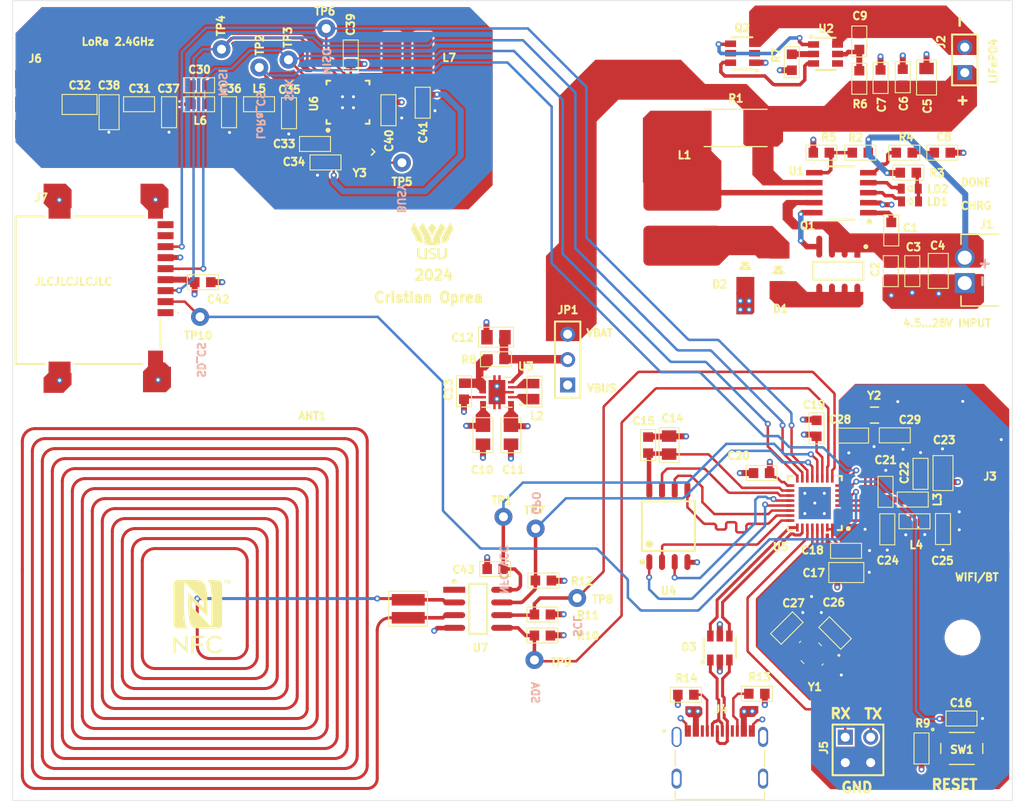
<source format=kicad_pcb>
(kicad_pcb (version 20221018) (generator pcbnew)
  (layers (0 "F.Cu" signal "Top Layer") (1 "In1.Cu" signal "Int1 (GND)") (2 "In2.Cu" signal "Int2 (PWR)") (31 "B.Cu" signal "Bottom Layer") (34 "B.Paste" user "Bottom Paste") (35 "F.Paste" user "Top Paste") (36 "B.SilkS" user "Bottom Overlay") (37 "F.SilkS" user "Top Overlay") (38 "B.Mask" user "Bottom Solder") (39 "F.Mask" user "Top Solder") (44 "Edge.Cuts" user))
  (net 0 "")
  (net 1 "NetC33_2")
  (net 2 "VIN")
  (net 3 "VDD_SPI")
  (net 4 "VBUS")
  (net 5 "VBAT-")
  (net 6 "VBAT+")
  (net 7 "USB_D_P")
  (net 8 "USB_D_N")
  (net 9 "UART0_TXD")
  (net 10 "UART0_RXD")
  (net 11 "SPI_NWP")
  (net 12 "SPI_NHOLD")
  (net 13 "SPI_NCS")
  (net 14 "SPI_DO")
  (net 15 "SPI_DI")
  (net 16 "SPI_CLK")
  (net 17 "NetU6_6")
  (net 18 "NetU6_4")
  (net 19 "NetTP5_1")
  (net 20 "NetTP2_1")
  (net 21 "NetR12_1")
  (net 22 "NetR11_1")
  (net 23 "NetR10_1")
  (net 24 "NetR7_2")
  (net 25 "NetR4_2")
  (net 26 "NetR2_1")
  (net 27 "NetQ2_6")
  (net 28 "NetQ2_4")
  (net 29 "NetQ1_4")
  (net 30 "NetLD2_2")
  (net 31 "NetLD1_2")
  (net 32 "NetLD1_1")
  (net 33 "NetL7_2")
  (net 34 "NetL2_2")
  (net 35 "NetL2_1")
  (net 36 "NetL1_2")
  (net 37 "NetJ7_7")
  (net 38 "NetJ7_5")
  (net 39 "NetJ7_3")
  (net 40 "NetJ7_2")
  (net 41 "NetJ4_B5")
  (net 42 "NetJ4_A5")
  (net 43 "NetD1_2")
  (net 44 "NetD1_1")
  (net 45 "NetC43_2")
  (net 46 "NetC35_2")
  (net 47 "NetC34_2")
  (net 48 "NetC32_1")
  (net 49 "NetC31_1")
  (net 50 "NetC30_2")
  (net 51 "NetC30_1")
  (net 52 "NetC29_2")
  (net 53 "NetC28_2")
  (net 54 "NetC27_2")
  (net 55 "NetC26_2")
  (net 56 "NetC25_2")
  (net 57 "NetC24_2")
  (net 58 "NetC13_2")
  (net 59 "NetC12_2")
  (net 60 "NetC9_2")
  (net 61 "NetC8_2")
  (net 62 "NetC1_1")
  (net 63 "NetANT1_2")
  (net 64 "NetANT1_1")
  (net 65 "MCU_USB_D_P")
  (net 66 "MCU_USB_D_N")
  (net 67 "GND")
  (net 68 "CHIP_EN")
  (net 69 "3V3")
  (net 70 "3V3_RF")
  (footprint "PcbLib1.PcbLib:R0603" (layer "F.Cu") (at 151.5011 128.5036)
    (fp_text reference "R10")
    (fp_text value "5.1k" hide)
  )
  (footprint "PcbLib1.PcbLib:CRYSTAL_2016_4P" (layer "F.Cu") (at 133.59105 80.11855 135)
    (fp_text reference "Y3")
    (fp_text value "52MHz" hide)
  )
  (footprint "PcbLib1.PcbLib:TEST_PAD_THD" (layer "F.Cu") (at 126.1011 70.9036 90)
    (fp_text reference "TP3")
    (fp_text value "TP_NOBOM" hide)
  )
  (footprint "PcbLib1.PcbLib:C0805" (layer "F.Cu") (at 146.85577 98.66503)
    (fp_text reference "C12")
    (fp_text value "10uF" hide)
  )
  (footprint "PcbLib1.PcbLib:2.54_PLUGGABLE_TERMINAL" (layer "F.Cu") (at 193.7511 93.2436 90)
    (fp_text reference "J1")
    (fp_text value "PLUGIN_TERMINAL" hide)
  )
  (footprint "PcbLib1.PcbLib:IND_5_7" (layer "F.Cu") (at 165.5011 89.5036 90)
    (fp_text reference "L1")
    (fp_text value "47uH" hide)
  )
  (footprint "PcbLib1.PcbLib:C0603" (layer "F.Cu") (at 128.7511 79.3286)
    (fp_text reference "C33")
    (fp_text value "10nF" hide)
  )
  (footprint "PcbLib1.PcbLib:VALCON_CSP-USC16-TR" (layer "F.Cu") (at 169.2511 138.0536)
    (fp_text reference "J4")
    (fp_text value "USB4145-03-0170-C" hide)
  )
  (footprint "PcbLib1.PcbLib:SSOP-10" (layer "F.Cu") (at 178.7011 86.2036 90)
    (fp_text reference "U1")
    (fp_text value "CN3801" hide)
  )
  (footprint "PcbLib1.PcbLib:HEADER_2X2_2.54" (layer "F.Cu") (at 181.8011 138.6786)
    (fp_text reference "J5")
    (fp_text value "Header1x4" hide)
  )
  (footprint "PcbLib1.PcbLib:C0603" (layer "F.Cu") (at 114.1511 76.1536 90)
    (fp_text reference "C37")
    (fp_text value "1.2pF" hide)
  )
  (footprint "PcbLib1.PcbLib:R0603" (layer "F.Cu") (at 183.3011 80.2036)
    (fp_text reference "R2")
    (fp_text value "27k" hide)
  )
  (footprint "PcbLib1.PcbLib:C0603" (layer "F.Cu") (at 188.5011 92.0536 90)
    (fp_text reference "C3")
    (fp_text value "4.7uF" hide)
  )
  (footprint "PcbLib1.PcbLib:C0603" (layer "F.Cu") (at 191.5011 80.2036 180)
    (fp_text reference "C8")
    (fp_text value "220nF" hide)
  )
  (footprint "PcbLib1.PcbLib:TEST_PAD_THD" (layer "F.Cu") (at 150.7011 130.9536)
    (fp_text reference "TP9")
    (fp_text value "TP_NOBOM" hide)
  )
  (footprint "PcbLib1.PcbLib:C0603" (layer "F.Cu") (at 182.5761 108.5036)
    (fp_text reference "C28")
    (fp_text value "16pF" hide)
  )
  (footprint "PcbLib1.PcbLib:CON_SMA-EDGE-S" (layer "F.Cu") (at 100.7511 75.3536 -90)
    (fp_text reference "J6")
    (fp_text value "SMA_EDGE_CONN" hide)
  )
  (footprint "PcbLib1.PcbLib:VREG_V62/16624-01YE" (layer "F.Cu") (at 146.95577 104.16503 180)
    (fp_text reference "U3")
    (fp_text value "TPS63000" hide)
  )
  (footprint "PcbLib1.PcbLib:C0805" (layer "F.Cu") (at 191.5761 112.2536 -90)
    (fp_text reference "C23")
    (fp_text value "10uF" hide)
  )
  (footprint "PcbLib1.PcbLib:ANT16" (layer "F.Cu") (at 133.97597 108.80554 180)
    (fp_text reference "ANT1")
    (fp_text value "NFC_ANTENNA" hide)
  )
  (footprint "" (layer "F.Cu") (at 150.8011 140.0786)
    (fp_text reference "")
    (fp_text value "")
  )
  (footprint "PcbLib1.PcbLib:HEADER_1X3_2.54" (layer "F.Cu") (at 154.0261 103.4436 90)
    (fp_text reference "JP1")
    (fp_text value "JUMPER_3PIN" hide)
  )
  (footprint "PcbLib1.PcbLib:C0603" (layer "F.Cu") (at 117.5261 93.1536 180)
    (fp_text reference "C42")
    (fp_text value "100nF" hide)
  )
  (footprint "PcbLib1.PcbLib:TEST_PAD_THD" (layer "F.Cu") (at 147.6011 116.6286 -90)
    (fp_text reference "TP1")
    (fp_text value "TP_NOBOM" hide)
  )
  (footprint "PcbLib1.PcbLib:SW_SKRPACE010" (layer "F.Cu") (at 193.4531 139.8016)
    (fp_text reference "SW1")
    (fp_text value "PTS645SM43SMTR92 LFS" hide)
  )
  (footprint "PcbLib1.PcbLib:R2512" (layer "F.Cu") (at 170.8261 77.7286)
    (fp_text reference "R1")
    (fp_text value "0R250" hide)
  )
  (footprint "PcbLib1.PcbLib:TEST_PAD_THD" (layer "F.Cu") (at 150.8261 117.8036 90)
    (fp_text reference "TP7")
    (fp_text value "TP_NOBOM" hide)
  )
  (footprint "PcbLib1.PcbLib:C0805" (layer "F.Cu") (at 191.1011 92.0286 90)
    (fp_text reference "C4")
    (fp_text value "10uF" hide)
  )
  (footprint "PcbLib1.PcbLib:C0805" (layer "F.Cu") (at 148.35577 108.46503 90)
    (fp_text reference "C11")
    (fp_text value "10uF" hide)
  )
  (footprint "PcbLib1.PcbLib:R0603" (layer "F.Cu") (at 146.85577 100.86503)
    (fp_text reference "R8")
    (fp_text value "100R" hide)
  )
  (footprint "PcbLib1.PcbLib:QFN-32-5X5X0.85MM" (layer "F.Cu") (at 178.7511 115.2536 180)
    (fp_text reference "U5")
    (fp_text value "ESP32-C3" hide)
  )
  (footprint "PcbLib1.PcbLib:CRYSTAL_ECX-32_3.2X2.5X0.8 - DUPLICATE" (layer "F.Cu") (at 178.40153 130.27682 135)
    (fp_text reference "Y1")
    (fp_text value "40 MHz" hide)
  )
  (footprint "PcbLib1.PcbLib:CRYSTAL_SX-3215" (layer "F.Cu") (at 184.7261 106.45361 180)
    (fp_text reference "Y2")
    (fp_text value "32.768kHz" hide)
  )
  (footprint "PcbLib1.PcbLib:C0603" (layer "F.Cu") (at 180.7761 128.2536 -45)
    (fp_text reference "C26")
    (fp_text value "16pF" hide)
  )
  (footprint "PcbLib1.PcbLib:C0603" (layer "F.Cu") (at 181.8761 120.0286 180)
    (fp_text reference "C18")
    (fp_text value "100nF" hide)
  )
  (footprint "PcbLib1.PcbLib:C0603" (layer "F.Cu") (at 162.07609 109.4536 -90)
    (fp_text reference "C14")
    (fp_text value "100nF" hide)
  )
  (footprint "PcbLib1.PcbLib:C0805" (layer "F.Cu") (at 108.1511 76.1536 90)
    (fp_text reference "C38")
    (fp_text value "TBD" hide)
  )
  (footprint "PcbLib1.PcbLib:TEST_PAD_THD" (layer "F.Cu") (at 117.2511 96.6286 90)
    (fp_text reference "TP10")
    (fp_text value "TP_NOBOM" hide)
  )
  (footprint "PcbLib1.PcbLib:C0805" (layer "F.Cu") (at 189.9261 72.6786 -90)
    (fp_text reference "C5")
    (fp_text value "10uF" hide)
  )
  (footprint "PcbLib1.PcbLib:TEST_PAD_THD" (layer "F.Cu") (at 119.4011 69.8536 90)
    (fp_text reference "TP4")
    (fp_text value "TP_NOBOM" hide)
  )
  (footprint "PcbLib1.PcbLib:SOT23-6" (layer "F.Cu") (at 171.5261 70.2536 180)
    (fp_text reference "Q2")
    (fp_text value "FS8205" hide)
  )
  (footprint "PcbLib1.PcbLib:SOT23-6" (layer "F.Cu") (at 179.8261 70.3286)
    (fp_text reference "U2")
    (fp_text value "HY2112" hide)
  )
  (footprint "PcbLib1.PcbLib:C0603" (layer "F.Cu") (at 136.1011 75.9536 90)
    (fp_text reference "C40")
    (fp_text value "100nF" hide)
  )
  (footprint "PcbLib1.PcbLib:R0603" (layer "F.Cu") (at 151.6011 123.0036)
    (fp_text reference "R12")
    (fp_text value "5.1k" hide)
  )
  (footprint "PcbLib1.PcbLib:HEADER_1X2_2.54" (layer "F.Cu") (at 193.7511 72.1936 90)
    (fp_text reference "J2")
    (fp_text value "PLUGIN_TERMINAL" hide)
  )
  (footprint "PcbLib1.PcbLib:L0603" (layer "F.Cu") (at 150.7011 104.1036 -90)
    (fp_text reference "L2")
    (fp_text value "2.2uH" hide)
  )
  (footprint "PcbLib1.PcbLib:C0603" (layer "F.Cu") (at 146.7761 121.8536)
    (fp_text reference "C43")
    (fp_text value "100nF" hide)
  )
  (footprint "PcbLib1.PcbLib:TF115BCP9" (layer "F.Cu") (at 106.0511 93.9536 -90)
    (fp_text reference "J7")
    (fp_text value "uSD_CARD_HOLDER" hide)
  )
  (footprint "" (layer "F.Cu") (at 130.1761 92.1536)
    (fp_text reference "")
    (fp_text value "")
  )
  (footprint "PcbLib1.PcbLib:DO-214AC" (layer "F.Cu") (at 171.8011 91.5036 90)
    (fp_text reference "D2")
    (fp_text value "SS34" hide)
  )
  (footprint "PcbLib1.PcbLib:C0805" (layer "F.Cu") (at 181.9011 122.2036 180)
    (fp_text reference "C17")
    (fp_text value "10uF" hide)
  )
  (footprint "PcbLib1.PcbLib:QFN-24_4X4_0.5" (layer "F.Cu") (at 132.0511 75.1536 90)
    (fp_text reference "U6")
    (fp_text value "SX1280" hide)
  )
  (footprint "PcbLib1.PcbLib:C0603" (layer "F.Cu") (at 175.9511 127.7536 -135)
    (fp_text reference "C27")
    (fp_text value "16pF" hide)
  )
  (footprint "" (layer "F.Cu") (at 193.5261 128.7036)
    (fp_text reference "")
    (fp_text value "")
  )
  (footprint "PcbLib1.PcbLib:R0603" (layer "F.Cu") (at 188.1011 82.2036 180)
    (fp_text reference "R3")
    (fp_text value "1k5" hide)
  )
  (footprint "PcbLib1.PcbLib:C0603" (layer "F.Cu") (at 120.1511 76.1536 90)
    (fp_text reference "C36")
    (fp_text value "1.2pF" hide)
  )
  (footprint "PcbLib1.PcbLib:C0603" (layer "F.Cu") (at 139.5261 75.2036 90)
    (fp_text reference "C41")
    (fp_text value "470nF" hide)
  )
  (footprint "PcbLib1.PcbLib:L0603" (layer "F.Cu") (at 117.1511 75.3536 180)
    (fp_text reference "L6")
    (fp_text value "2.5nH" hide)
  )
  (footprint "PcbLib1.PcbLib:C0603" (layer "F.Cu") (at 185.8261 114.1286 -90)
    (fp_text reference "C21")
    (fp_text value "100nF" hide)
  )
  (footprint "PcbLib1.PcbLib:R0603" (layer "F.Cu") (at 151.5011 126.4036)
    (fp_text reference "R11")
    (fp_text value "5.1k" hide)
  )
  (footprint "PcbLib1.PcbLib:CON_SMA-EDGE-S" (layer "F.Cu") (at 196.1761 117.0536 90)
    (fp_text reference "J3")
    (fp_text value "SMA" hide)
  )
  (footprint "PcbLib1.PcbLib:SOIC-8N_208mil" (layer "F.Cu") (at 164.1011 117.5536 90)
    (fp_text reference "U4")
    (fp_text value "W25Q16JVUXIQ" hide)
  )
  (footprint "PcbLib1.PcbLib:R0603" (layer "F.Cu") (at 172.9511 134.3286 180)
    (fp_text reference "R13")
    (fp_text value "5.1k" hide)
  )
  (footprint "PcbLib1.PcbLib:C0805" (layer "F.Cu") (at 164.17609 109.4536 -90)
    (fp_text reference "C15")
    (fp_text value "10uF" hide)
  )
  (footprint "PcbLib1.PcbLib:C0603" (layer "F.Cu") (at 143.65577 104.06503 90)
    (fp_text reference "C13")
    (fp_text value "100nF" hide)
  )
  (footprint "PcbLib1.PcbLib:L0603" (layer "F.Cu") (at 123.1511 75.3536 180)
    (fp_text reference "L5")
    (fp_text value "3nH" hide)
  )
  (footprint "PcbLib1.PcbLib:C0603" (layer "F.Cu") (at 132.3261 70.4786 -90)
    (fp_text reference "C39")
    (fp_text value "100nF" hide)
  )
  (footprint "PcbLib1.PcbLib:C0603" (layer "F.Cu") (at 186.3511 92.0536 90)
    (fp_text reference "C2")
    (fp_text value "100nF" hide)
  )
  (footprint "PcbLib1.PcbLib:C0603" (layer "F.Cu") (at 126.1511 76.2536 90)
    (fp_text reference "C35")
    (fp_text value "0.8pF" hide)
  )
  (footprint "PcbLib1.PcbLib:C0603" (layer "F.Cu") (at 185.3261 72.7286 -90)
    (fp_text reference "C7")
    (fp_text value "100nF" hide)
  )
  (footprint "PcbLib1.PcbLib:R0603" (layer "F.Cu") (at 176.4511 71.1536 90)
    (fp_text reference "R7")
    (fp_text value "2k" hide)
  )
  (footprint "PcbLib1.PcbLib:R0603" (layer "F.Cu") (at 165.8511 134.4286)
    (fp_text reference "R14")
    (fp_text value "5.1k" hide)
  )
  (footprint "PcbLib1.PcbLib:C0603" (layer "F.Cu") (at 189.3261 112.3286 -90)
    (fp_text reference "C22")
    (fp_text value "100nF" hide)
  )
  (footprint "PcbLib1.PcbLib:R0603" (layer "F.Cu") (at 189.4261 139.8036 -90)
    (fp_text reference "R9")
    (fp_text value "5.1k" hide)
  )
  (footprint "PcbLib1.PcbLib:C0603" (layer "F.Cu") (at 178.9261 107.7786 -90)
    (fp_text reference "C19")
    (fp_text value "100nF" hide)
  )
  (footprint "PcbLib1.PcbLib:C0603" (layer "F.Cu") (at 111.1511 75.3536)
    (fp_text reference "C31")
    (fp_text value "100pF" hide)
  )
  (footprint "PcbLib1.PcbLib:C0603" (layer "F.Cu") (at 173.4261 112.2536)
    (fp_text reference "C20")
    (fp_text value "100nF" hide)
  )
  (footprint "PcbLib1.PcbLib:SOIC-SN8_N" (layer "F.Cu") (at 145.07597 125.83054)
    (fp_text reference "U7")
    (fp_text value "ST25DV04K" hide)
  )
  (footprint "PcbLib1.PcbLib:C0603" (layer "F.Cu") (at 186.0011 117.8786 90)
    (fp_text reference "C24")
    (fp_text value "3p3" hide)
  )
  (footprint "PcbLib1.PcbLib:DO-214AC" (layer "F.Cu") (at 175.1261 91.9286 90)
    (fp_text reference "D1")
    (fp_text value "SS34" hide)
  )
  (footprint "PcbLib1.PcbLib:L0603" (layer "F.Cu") (at 188.5511 114.9036)
    (fp_text reference "L3")
    (fp_text value "2.2nH" hide)
  )
  (footprint "PcbLib1.PcbLib:TEST_PAD_THD" (layer "F.Cu") (at 123.17629 71.67841)
    (fp_text reference "TP2")
    (fp_text value "TP_NOBOM" hide)
  )
  (footprint "PcbLib1.PcbLib:C0603" (layer "F.Cu") (at 193.4261 136.8036 180)
    (fp_text reference "C16")
    (fp_text value "100nF" hide)
  )
  (footprint "PcbLib1.PcbLib:L0603" (layer "F.Cu") (at 188.7261 117.0786)
    (fp_text reference "L4")
    (fp_text value "2.2nH" hide)
  )
  (footprint "PcbLib1.PcbLib:SOIC-SN8_N" (layer "F.Cu") (at 181.1011 92.0036 -90)
    (fp_text reference "Q1")
    (fp_text value "FDS4435" hide)
  )
  (footprint "PcbLib1.PcbLib:C0603" (layer "F.Cu") (at 129.8011 81.1786)
    (fp_text reference "C34")
    (fp_text value "10nF" hide)
  )
  (footprint "PcbLib1.PcbLib:SOT23-6" (layer "F.Cu") (at 169.2511 129.7536 90)
    (fp_text reference "D3")
    (fp_text value "USBLC6-2SC6" hide)
  )
  (footprint "PcbLib1.PcbLib:C0603" (layer "F.Cu") (at 191.5761 117.8536 90)
    (fp_text reference "C25")
    (fp_text value "3p3" hide)
  )
  (footprint "PcbLib1.PcbLib:LED0603GR" (layer "F.Cu") (at 188.2511 83.8036 180)
    (fp_text reference "LD2")
    (fp_text value "LED_GREEN" hide)
  )
  (footprint "PcbLib1.PcbLib:TEST_PAD_THD" (layer "F.Cu") (at 154.9761 124.7536)
    (fp_text reference "TP8")
    (fp_text value "TP_NOBOM" hide)
  )
  (footprint "PcbLib1.PcbLib:C0603" (layer "F.Cu") (at 117.1511 73.4536)
    (fp_text reference "C30")
    (fp_text value "0.5pF" hide)
  )
  (footprint "PcbLib1.PcbLib:C0603" (layer "F.Cu") (at 186.7511 108.4786 180)
    (fp_text reference "C29")
    (fp_text value "16pF" hide)
  )
  (footprint "PcbLib1.PcbLib:C0603" (layer "F.Cu") (at 183.2011 69.0786 -90)
    (fp_text reference "C9")
    (fp_text value "100nF" hide)
  )
  (footprint "PcbLib1.PcbLib:R0603" (layer "F.Cu") (at 179.4011 80.2036)
    (fp_text reference "R5")
    (fp_text value "3k" hide)
  )
  (footprint "PcbLib1.PcbLib:R0603" (layer "F.Cu") (at 183.2011 72.8036 90)
    (fp_text reference "R6")
    (fp_text value "100R" hide)
  )
  (footprint "PcbLib1.PcbLib:C0805" (layer "F.Cu") (at 105.2011 75.3786)
    (fp_text reference "C32")
    (fp_text value "TBD" hide)
  )
  (footprint "PcbLib1.PcbLib:C0603" (layer "F.Cu") (at 186.4011 87.9786 -90)
    (fp_text reference "C1")
    (fp_text value "100nF" hide)
  )
  (footprint "PcbLib1.PcbLib:TEST_PAD_THD" (layer "F.Cu") (at 129.8761 67.7786 90)
    (fp_text reference "TP6")
    (fp_text value "TP_NOBOM" hide)
  )
  (footprint "PcbLib1.PcbLib:IND_3.2_4" (layer "F.Cu") (at 139.5511 70.4536 180)
    (fp_text reference "L7")
    (fp_text value "15uH" hide)
  )
  (footprint "PcbLib1.PcbLib:LED0603RD" (layer "F.Cu") (at 188.27594 85.07876 180)
    (fp_text reference "LD1")
    (fp_text value "LED_RED" hide)
  )
  (footprint "PcbLib1.PcbLib:C0805" (layer "F.Cu") (at 145.55577 108.46503 90)
    (fp_text reference "C10")
    (fp_text value "10uF" hide)
  )
  (footprint "PcbLib1.PcbLib:TEST_PAD_THD" (layer "F.Cu") (at 137.4511 81.2036 90)
    (fp_text reference "TP5")
    (fp_text value "TP_NOBOM" hide)
  )
  (footprint "PcbLib1.PcbLib:R0603" (layer "F.Cu") (at 187.7011 80.2036 180)
    (fp_text reference "R4")
    (fp_text value "120R" hide)
  )
  (footprint "PcbLib1.PcbLib:C0603" (layer "F.Cu") (at 187.5511 72.6536 -90)
    (fp_text reference "C6")
    (fp_text value "4.7uF" hide)
  )
  (gr_poly (pts (xy 115.88222 130.14615) (xy 115.73988 130.00381) (xy 115.72826 129.99801) (xy 115.71664 129.98058) (xy 115.70502 129.97477) (xy 115.64983 129.91958) (xy 115.64693 129.91086) (xy 115.63531 129.90505) (xy 115.62659 129.89633) (xy 115.62078 129.88472) (xy 115.60626 129.87019) (xy 115.59464 129.86438) (xy 115.19958 129.46932) (xy 115.18796 129.46351) (xy 115.15891 129.42865) (xy 115.11824 129.38798) (xy 115.10662 129.38217) (xy 115.095 129.36475) (xy 115.08338 129.35894) (xy 115.01076 129.28631) (xy 115.00495 129.27469) (xy 114.98462 129.25436) (xy 114.973 129.24855) (xy 114.85971 129.13526) (xy 114.8539 129.12364) (xy 114.84518 129.11493) (xy 114.81904 129.11783) (xy 114.82194 129.18464) (xy 114.81904 130.21587) (xy 114.82485 130.2333) (xy 114.81613 130.27106) (xy 114.78708 130.28268) (xy 114.76966 130.27687) (xy 114.60408 130.27978) (xy 114.59246 130.26816) (xy 114.58665 130.25073) (xy 114.59246 130.2333) (xy 114.59537 128.55138) (xy 114.6186 128.55719) (xy 114.63313 128.57172) (xy 114.63894 128.58334) (xy 114.64765 128.59205) (xy 114.65927 128.59786) (xy 114.68542 128.62401) (xy 114.69122 128.63562) (xy 114.71156 128.65015) (xy 114.98752 128.92611) (xy 114.99333 128.93773) (xy 115.01367 128.95225) (xy 115.37387 129.31246) (xy 115.38549 129.31827) (xy 115.41163 129.34441) (xy 115.41744 129.35603) (xy 115.42616 129.36475) (xy 115.43778 129.37055) (xy 115.4523 129.38508) (xy 115.45811 129.3967) (xy 115.48425 129.42284) (xy 115.49587 129.42865) (xy 115.5104 129.44318) (xy 115.51621 129.4548) (xy 115.5714 129.50999) (xy 115.58302 129.5158) (xy 115.72536 129.65814) (xy 115.73117 129.66976) (xy 115.74279 129.68137) (xy 115.74569 129.69009) (xy 115.76893 129.6959) (xy 115.77764 129.68719) (xy 115.77474 129.62618) (xy 115.77764 129.58842) (xy 115.77183 129.57099) (xy 115.77764 129.54775) (xy 115.77474 128.83025) (xy 115.77764 128.57172) (xy 115.77183 128.55429) (xy 115.78055 128.53395) (xy 115.82122 128.52814) (xy 115.87931 128.53395) (xy 115.99842 128.53105) (xy 116.01003 128.53686) (xy 116.01294 129.80628) (xy 116.01003 129.87891) (xy 116.01584 129.89053) (xy 116.01003 129.90795) (xy 116.01294 130.02705) (xy 116.01003 130.09387) (xy 116.01584 130.11129) (xy 116.01003 130.18682) (xy 116.01294 130.25944) (xy 116.00132 130.26525) (xy 115.9868 130.25654) (xy 115.98099 130.24492) (xy 115.95194 130.21587) (xy 115.94613 130.20425) (xy 115.91708 130.18682) (xy 115.91127 130.1752) (xy 115.90255 130.16649) (xy 115.89094 130.16068) (xy 115.88222 130.15196)) (fill solid) (layer "F.SilkS"))
  (gr_poly (pts (xy 116.38186 129.29793) (xy 116.37895 128.55719) (xy 116.38767 128.53686) (xy 117.6019 128.53105) (xy 117.62224 128.52814) (xy 117.64257 128.54267) (xy 117.63966 128.60948) (xy 117.64257 128.67629) (xy 117.63676 128.69372) (xy 117.64257 128.73439) (xy 117.63676 128.74601) (xy 117.61061 128.75472) (xy 116.64329 128.75182) (xy 116.62006 128.75763) (xy 116.61425 128.77506) (xy 116.61134 128.89416) (xy 116.61425 129.18755) (xy 116.60844 129.20498) (xy 116.61134 129.26598) (xy 116.60844 129.29793) (xy 116.62296 129.31246) (xy 116.69849 129.31827) (xy 116.89602 129.31246) (xy 117.25913 129.31536) (xy 117.28527 129.31246) (xy 117.3027 129.31827) (xy 117.40437 129.31536) (xy 117.41889 129.31827) (xy 117.43632 129.31246) (xy 117.4799 129.31536) (xy 117.51766 129.31246) (xy 117.53218 129.32698) (xy 117.52637 129.52451) (xy 117.51766 129.53323) (xy 116.61715 129.53904) (xy 116.60844 129.56518) (xy 116.61425 129.58261) (xy 116.61134 129.85857) (xy 116.61425 130.19263) (xy 116.60844 130.21006) (xy 116.61425 130.22749) (xy 116.60844 130.26816) (xy 116.58229 130.27687) (xy 116.54453 130.27397) (xy 116.48353 130.27687) (xy 116.4661 130.27106) (xy 116.39348 130.27397) (xy 116.38186 130.26235) (xy 116.37605 130.22749) (xy 116.38186 130.21006) (xy 116.38186 129.30374)) (fill solid) (layer "F.SilkS"))
  (gr_poly (pts (xy 140.71114 90.80345) (xy 140.69249 90.81113) (xy 140.62444 90.83308) (xy 140.61567 90.83528) (xy 140.6003 90.83747) (xy 140.59152 90.83967) (xy 140.57506 90.84296) (xy 140.5575 90.84735) (xy 140.53555 90.85174) (xy 140.51799 90.85393) (xy 140.45324 90.85723) (xy 140.38081 90.85942) (xy 140.37422 90.85723) (xy 140.24472 90.85503) (xy 140.23814 90.85284) (xy 140.20082 90.85064) (xy 140.19424 90.84845) (xy 140.17778 90.84515) (xy 140.15144 90.84076) (xy 140.1218 90.83747) (xy 140.10644 90.83528) (xy 140.09217 90.82979) (xy 140.08559 90.81442) (xy 140.08888 90.79138) (xy 140.09108 90.77821) (xy 140.09327 90.75406) (xy 140.09986 90.71236) (xy 140.10205 90.69261) (xy 140.10424 90.68163) (xy 140.10863 90.67285) (xy 140.11961 90.66846) (xy 140.13717 90.67065) (xy 140.15692 90.67944) (xy 140.18216 90.68492) (xy 140.19533 90.68712) (xy 140.20631 90.68931) (xy 140.23594 90.69261) (xy 140.24472 90.6948) (xy 140.26338 90.69809) (xy 140.27435 90.70029) (xy 140.28313 90.70248) (xy 140.30069 90.70468) (xy 140.32484 90.70687) (xy 140.36654 90.70907) (xy 140.43788 90.71016) (xy 140.44446 90.70797) (xy 140.49275 90.70578) (xy 140.49933 90.70358) (xy 140.5125 90.70139) (xy 140.52348 90.69699) (xy 140.55969 90.68931) (xy 140.58384 90.68053) (xy 140.60689 90.66846) (xy 140.62225 90.65968) (xy 140.63103 90.6509) (xy 140.63542 90.64871) (xy 140.66066 90.62346) (xy 140.67164 90.60371) (xy 140.67603 90.59932) (xy 140.68042 90.58396) (xy 140.68261 90.57518) (xy 140.68481 90.54664) (xy 140.68261 90.51152) (xy 140.66944 90.48738) (xy 140.66505 90.48299) (xy 140.66286 90.4786) (xy 140.65078 90.46214) (xy 140.6464 90.45994) (xy 140.64201 90.45555) (xy 140.63761 90.45336) (xy 140.62664 90.44238) (xy 140.62225 90.44019) (xy 140.59811 90.42702) (xy 140.58494 90.41824) (xy 140.57396 90.41385) (xy 140.55311 90.40616) (xy 140.54982 90.40287) (xy 140.53884 90.39848) (xy 140.53006 90.39629) (xy 140.5147 90.3919) (xy 140.47409 90.37763) (xy 140.46202 90.37434) (xy 140.44446 90.36995) (xy 140.43019 90.36666) (xy 140.40276 90.35458) (xy 140.37752 90.3491) (xy 140.36874 90.3469) (xy 140.3402 90.33593) (xy 140.32154 90.33044) (xy 140.31276 90.32824) (xy 140.2985 90.32276) (xy 140.27106 90.31069) (xy 140.25021 90.303) (xy 140.20192 90.27886) (xy 140.19863 90.27557) (xy 140.19424 90.27337) (xy 140.17887 90.26459) (xy 140.1668 90.25471) (xy 140.15034 90.24264) (xy 140.14595 90.24045) (xy 140.11632 90.21082) (xy 140.11412 90.20643) (xy 140.09876 90.18667) (xy 140.07461 90.13619) (xy 140.07132 90.11534) (xy 140.06803 90.08571) (xy 140.06583 90.07692) (xy 140.06803 90.02425) (xy 140.07022 90.01766) (xy 140.07352 89.99681) (xy 140.07571 89.98584) (xy 140.0801 89.97486) (xy 140.09437 89.94303) (xy 140.09656 89.93864) (xy 140.11851 89.90791) (xy 140.12071 89.90352) (xy 140.14046 89.88377) (xy 140.14266 89.87938) (xy 140.14814 89.87389) (xy 140.15253 89.8717) (xy 140.16351 89.86072) (xy 140.1679 89.85853) (xy 140.17668 89.84975) (xy 140.18107 89.84755) (xy 140.20192 89.83329) (xy 140.20521 89.82999) (xy 140.26009 89.80365) (xy 140.28094 89.79597) (xy 140.28423 89.79268) (xy 140.2952 89.78829) (xy 140.31276 89.7839) (xy 140.32703 89.78061) (xy 140.35886 89.77073) (xy 140.37642 89.76634) (xy 140.39507 89.76305) (xy 140.40824 89.76085) (xy 140.4258 89.75866) (xy 140.44995 89.75646) (xy 140.51909 89.74878) (xy 140.57725 89.74768) (xy 140.65408 89.74988) (xy 140.68371 89.75317) (xy 140.72431 89.75646) (xy 140.75285 89.75866) (xy 140.77699 89.76085) (xy 140.80663 89.76415) (xy 140.8187 89.76744) (xy 140.82528 89.77183) (xy 140.82748 89.78061) (xy 140.82857 89.78829) (xy 140.82638 89.80805) (xy 140.8198 89.84755) (xy 140.8176 89.85633) (xy 140.81321 89.87828) (xy 140.81102 89.89584) (xy 140.80882 89.90682) (xy 140.80333 89.9145) (xy 140.79346 89.91779) (xy 140.78138 89.9145) (xy 140.77151 89.91121) (xy 140.75614 89.90901) (xy 140.74736 89.90682) (xy 140.72541 89.90462) (xy 140.71663 89.90243) (xy 140.6442 89.89365) (xy 140.62884 89.89145) (xy 140.54762 89.88926) (xy 140.50263 89.89255) (xy 140.47409 89.89694) (xy 140.46531 89.89913) (xy 140.45214 89.90133) (xy 140.44336 89.90352) (xy 140.43239 89.90572) (xy 140.41483 89.91011) (xy 140.39727 89.91669) (xy 140.38081 89.92657) (xy 140.35666 89.93974) (xy 140.32703 89.96937) (xy 140.32484 89.97376) (xy 140.30728 90.01108) (xy 140.30508 90.02644) (xy 140.30728 90.07034) (xy 140.31825 90.09009) (xy 140.33252 90.11095) (xy 140.3413 90.11973) (xy 140.34569 90.12192) (xy 140.36105 90.13729) (xy 140.36544 90.13948) (xy 140.38081 90.14826) (xy 140.39398 90.15704) (xy 140.41593 90.16582) (xy 140.44885 90.18118) (xy 140.46641 90.18557) (xy 140.47738 90.18996) (xy 140.49275 90.19655) (xy 140.52348 90.20533) (xy 140.53226 90.20752) (xy 140.54433 90.21082) (xy 140.55531 90.2152) (xy 140.56957 90.22069) (xy 140.58494 90.22508) (xy 140.5992 90.22837) (xy 140.61676 90.23496) (xy 140.63103 90.24045) (xy 140.6464 90.24484) (xy 140.65518 90.24703) (xy 140.68261 90.25691) (xy 140.70566 90.26679) (xy 140.71773 90.27008) (xy 140.72871 90.27447) (xy 140.74517 90.28435) (xy 140.75395 90.28654) (xy 140.76492 90.29093) (xy 140.76931 90.29313) (xy 140.79346 90.30849) (xy 140.80772 90.31398) (xy 140.81321 90.31947) (xy 140.8176 90.32166) (xy 140.82199 90.32605) (xy 140.82638 90.32824) (xy 140.84614 90.34361) (xy 140.85272 90.3502) (xy 140.85711 90.35239) (xy 140.87138 90.36666) (xy 140.87357 90.37105) (xy 140.89113 90.38861) (xy 140.9021 90.40836) (xy 140.91089 90.42153) (xy 140.91527 90.4369) (xy 140.92296 90.45775) (xy 140.92844 90.47201) (xy 140.93064 90.49396) (xy 140.93174 90.53018) (xy 140.92844 90.57518) (xy 140.92186 90.59054) (xy 140.91308 90.61907) (xy 140.89772 90.64761) (xy 140.88674 90.66736) (xy 140.87686 90.67944) (xy 140.86808 90.69261) (xy 140.84504 90.71565) (xy 140.84284 90.72004) (xy 140.83955 90.72333) (xy 140.83516 90.72553) (xy 140.82638 90.73431) (xy 140.82199 90.7365) (xy 140.81102 90.74748) (xy 140.80663 90.74967) (xy 140.79126 90.76065) (xy 140.78687 90.76284) (xy 140.78248 90.76723) (xy 140.75395 90.7826) (xy 140.74078 90.79138) (xy 140.72871 90.79467) (xy 140.71554 90.80125) (xy 140.71224 90.80235)) (fill solid) (layer "F.SilkS"))
  (gr_poly (pts (xy 117.38985 127.80774) (xy 117.0645 127.80193) (xy 117.04707 127.79612) (xy 116.96573 127.79031) (xy 116.9483 127.7845) (xy 116.85244 127.76997) (xy 116.78563 127.74964) (xy 116.75368 127.74093) (xy 116.7043 127.72059) (xy 116.67525 127.70897) (xy 116.56486 127.65088) (xy 116.55324 127.63925) (xy 116.5242 127.62183) (xy 116.48643 127.59568) (xy 116.48353 127.58697) (xy 116.47191 127.58116) (xy 116.43995 127.55501) (xy 116.43414 127.5434) (xy 116.39929 127.50854) (xy 116.39638 127.49982) (xy 116.38476 127.49401) (xy 116.36443 127.46206) (xy 116.35281 127.45044) (xy 116.33538 127.42139) (xy 116.31214 127.38072) (xy 116.27147 127.29358) (xy 116.25695 127.25581) (xy 116.24823 127.2471) (xy 116.24242 127.22386) (xy 116.2279 127.1861) (xy 116.21918 127.15414) (xy 116.21338 127.1309) (xy 116.20466 127.09895) (xy 116.19013 127.04957) (xy 116.17561 126.96533) (xy 116.1669 126.93337) (xy 116.16109 126.91013) (xy 116.15237 126.8317) (xy 116.14656 126.79684) (xy 116.14075 126.7678) (xy 116.13494 126.73294) (xy 116.12913 126.67484) (xy 116.12332 126.59931) (xy 116.11751 126.55284) (xy 116.1117 126.51798) (xy 116.1059 126.46569) (xy 116.10008 126.34368) (xy 116.09428 126.25073) (xy 116.08847 126.18682) (xy 116.08265 126.11711) (xy 116.07685 126.00091) (xy 116.07104 125.48384) (xy 116.06813 125.30665) (xy 116.07394 125.28922) (xy 116.06813 124.99873) (xy 116.07394 124.9813) (xy 116.07104 124.80411) (xy 116.07685 124.28123) (xy 116.07975 124.27252) (xy 116.07394 124.25509) (xy 116.07975 124.20861) (xy 116.08847 124.2057) (xy 116.12042 124.23766) (xy 116.12623 124.24928) (xy 116.14075 124.2638) (xy 116.15237 124.26961) (xy 116.21338 124.33061) (xy 116.21918 124.34223) (xy 116.23952 124.35676) (xy 116.26566 124.3829) (xy 116.27147 124.39452) (xy 116.286 124.40905) (xy 116.29761 124.41485) (xy 116.43414 124.55138) (xy 116.43995 124.563) (xy 116.44867 124.57172) (xy 116.46029 124.57753) (xy 116.47481 124.59205) (xy 116.47772 124.60076) (xy 116.48934 124.60658) (xy 116.60263 124.71987) (xy 116.60844 124.73149) (xy 116.62877 124.74601) (xy 116.66072 124.77796) (xy 116.66653 124.78958) (xy 116.68687 124.80411) (xy 116.74206 124.8593) (xy 116.74787 124.87092) (xy 116.7682 124.88544) (xy 116.77982 124.90287) (xy 116.79144 124.90868) (xy 116.88149 124.99873) (xy 116.8873 125.01035) (xy 116.90764 125.02488) (xy 116.91635 125.03359) (xy 116.92216 125.04521) (xy 116.9425 125.05974) (xy 117.10807 125.22531) (xy 117.11388 125.23693) (xy 117.13422 125.25146) (xy 117.27656 125.39379) (xy 117.27946 125.40251) (xy 117.29108 125.40832) (xy 117.32884 125.44608) (xy 117.33465 125.4577) (xy 117.35499 125.47223) (xy 117.38694 125.50418) (xy 117.39275 125.5158) (xy 117.41308 125.53032) (xy 117.55542 125.67266) (xy 117.55833 125.68137) (xy 117.56995 125.68719) (xy 117.58447 125.70171) (xy 117.59028 125.71333) (xy 117.61061 125.73366) (xy 117.63095 125.73076) (xy 117.63676 125.70752) (xy 117.63095 125.64361) (xy 117.63676 125.62618) (xy 117.63385 125.42575) (xy 117.63676 125.40541) (xy 117.63095 125.38798) (xy 117.63676 125.29503) (xy 117.63385 125.18174) (xy 117.63676 125.14979) (xy 117.61933 125.12074) (xy 117.45375 124.95516) (xy 117.44504 124.95225) (xy 117.43923 124.94063) (xy 117.32013 124.82154) (xy 117.30851 124.81572) (xy 117.29399 124.79539) (xy 115.72826 123.22967) (xy 115.71955 123.22676) (xy 115.71374 123.21514) (xy 115.69921 123.19481) (xy 115.67598 123.189) (xy 115.66726 123.19772) (xy 115.67016 123.27034) (xy 115.66435 123.44463) (xy 115.65855 123.74093) (xy 115.65274 125.08297) (xy 115.64983 125.13817) (xy 115.65564 125.15559) (xy 115.65274 125.43156) (xy 115.65855 126.11711) (xy 115.66435 126.24492) (xy 115.67016 126.34368) (xy 115.67888 126.51507) (xy 115.68759 126.67484) (xy 115.6934 126.73875) (xy 115.69921 126.79103) (xy 115.70502 126.85494) (xy 115.71664 126.97114) (xy 115.72245 127.00599) (xy 115.73117 127.03795) (xy 115.73698 127.11347) (xy 115.74279 127.13671) (xy 115.76021 127.20062) (xy 115.76603 127.22386) (xy 115.77474 127.26743) (xy 115.79507 127.33424) (xy 115.80379 127.3662) (xy 115.81831 127.39815) (xy 115.82703 127.4301) (xy 115.83574 127.43882) (xy 115.85898 127.49692) (xy 115.8706 127.50854) (xy 115.88512 127.5463) (xy 115.92579 127.61021) (xy 115.93451 127.61892) (xy 115.94032 127.63054) (xy 115.95194 127.64216) (xy 115.95775 127.65378) (xy 115.9868 127.68283) (xy 115.9926 127.69445) (xy 116.0478 127.74964) (xy 116.05942 127.75545) (xy 116.09718 127.78159) (xy 116.09428 127.80193) (xy 115.17634 127.79612) (xy 115.15891 127.79031) (xy 114.94395 127.7845) (xy 114.92652 127.77869) (xy 114.87423 127.77288) (xy 114.82194 127.74964) (xy 114.74642 127.70897) (xy 114.72318 127.68573) (xy 114.71156 127.67992) (xy 114.68251 127.64506) (xy 114.6738 127.63635) (xy 114.66799 127.62473) (xy 114.65637 127.61311) (xy 114.64475 127.58406) (xy 114.63313 127.57244) (xy 114.62732 127.5492) (xy 114.61279 127.51144) (xy 114.60408 127.47949) (xy 114.59827 127.43882) (xy 114.59246 126.80556) (xy 114.59537 123.74093) (xy 114.59246 123.59859) (xy 114.59827 123.58116) (xy 114.60408 123.24419) (xy 114.6157 123.23257) (xy 114.62151 123.20933) (xy 114.63022 123.17738) (xy 114.63894 123.16867) (xy 114.64475 123.15705) (xy 114.66799 123.11638) (xy 114.67961 123.10476) (xy 114.68542 123.09314) (xy 114.74061 123.03795) (xy 114.75223 123.03214) (xy 114.76966 123.01471) (xy 114.7929 123.0089) (xy 114.80451 123.00309) (xy 114.83356 122.98566) (xy 114.89456 122.97114) (xy 114.92652 122.96242) (xy 115.0369 122.95661) (xy 116.73334 122.9508) (xy 116.80597 122.95371) (xy 116.82049 122.9508) (xy 116.83792 122.95661) (xy 117.05869 122.96242) (xy 117.07612 122.96823) (xy 117.1255 122.97695) (xy 117.16036 122.98276) (xy 117.20684 122.98857) (xy 117.23589 123.00019) (xy 117.26784 123.0089) (xy 117.29108 123.01471) (xy 117.36661 123.04376) (xy 117.41889 123.067) (xy 117.4828 123.10185) (xy 117.49442 123.11348) (xy 117.53509 123.13671) (xy 117.55252 123.15414) (xy 117.56414 123.15995) (xy 117.58157 123.17738) (xy 117.59319 123.18319) (xy 117.6019 123.19191) (xy 117.60481 123.20062) (xy 117.61642 123.20643) (xy 117.63676 123.22676) (xy 117.63966 123.23548) (xy 117.65128 123.24129) (xy 117.66 123.25) (xy 117.67743 123.27905) (xy 117.68905 123.29067) (xy 117.70647 123.31972) (xy 117.72972 123.36039) (xy 117.74133 123.37201) (xy 117.77619 123.44753) (xy 117.79943 123.49982) (xy 117.80815 123.53178) (xy 117.82267 123.56373) (xy 117.82848 123.58697) (xy 117.85172 123.66249) (xy 117.85753 123.68573) (xy 117.87205 123.74674) (xy 117.87786 123.77578) (xy 117.88948 123.8455) (xy 117.9011 123.9036) (xy 117.90691 123.92684) (xy 117.91272 123.99655) (xy 117.91853 124.04303) (xy 117.92434 124.07789) (xy 117.93015 124.10694) (xy 117.93596 124.15342) (xy 117.94177 124.2638) (xy 117.95339 124.39162) (xy 117.9592 124.42066) (xy 117.96501 124.52524) (xy 117.97082 124.6821) (xy 117.97663 124.78087) (xy 117.98244 124.99002) (xy 117.98825 125.3386) (xy 117.99115 125.48094) (xy 117.98534 125.49837) (xy 117.98244 126.42502) (xy 117.98534 126.43954) (xy 117.97953 126.45697) (xy 117.97372 126.49764) (xy 117.97953 126.51507) (xy 117.98244 126.53541) (xy 117.97663 126.54702) (xy 117.94758 126.54122) (xy 117.92434 126.50636) (xy 117.90691 126.48893) (xy 117.89529 126.48312) (xy 117.88658 126.4744) (xy 117.88077 126.46279) (xy 117.83138 126.4134) (xy 117.81977 126.40759) (xy 117.80524 126.39307) (xy 117.79943 126.38145) (xy 117.7791 126.36692) (xy 117.76748 126.34949) (xy 117.75876 126.34659) (xy 117.75295 126.33497) (xy 117.73843 126.32045) (xy 117.72681 126.31464) (xy 117.69486 126.28268) (xy 117.68905 126.27106) (xy 117.60481 126.18682) (xy 117.59319 126.18101) (xy 117.57576 126.15777) (xy 117.56414 126.15196) (xy 117.53218 126.12001) (xy 117.52637 126.10839) (xy 117.51185 126.09387) (xy 117.50313 126.09096) (xy 117.49733 126.07934) (xy 117.4828 126.06482) (xy 117.47409 126.06191) (xy 117.46828 126.05029) (xy 117.45956 126.04158) (xy 117.44794 126.03577) (xy 117.43923 126.02705) (xy 117.43342 126.01544) (xy 117.29689 125.87891) (xy 117.28527 125.8731) (xy 117.27656 125.86438) (xy 117.27074 125.85276) (xy 117.2417 125.82952) (xy 117.23879 125.82081) (xy 117.22717 125.815) (xy 117.21265 125.79467) (xy 117.15746 125.73947) (xy 117.14584 125.73366) (xy 117.13712 125.72495) (xy 117.13131 125.71333) (xy 117.09936 125.68137) (xy 117.08774 125.67557) (xy 117.07321 125.65523) (xy 117.01221 125.59423) (xy 117.00059 125.58842) (xy 116.98607 125.56809) (xy 116.96573 125.54775) (xy 116.95412 125.54194) (xy 116.9425 125.52451) (xy 116.93088 125.5187) (xy 116.88149 125.46932) (xy 116.87568 125.4577) (xy 116.84954 125.43156) (xy 116.83792 125.42575) (xy 116.8234 125.41122) (xy 116.82049 125.40251) (xy 116.80887 125.3967) (xy 116.75368 125.34151) (xy 116.74787 125.32989) (xy 116.71592 125.29793) (xy 116.7043 125.29212) (xy 116.69558 125.28341) (xy 116.68977 125.27179) (xy 116.67525 125.25727) (xy 116.66363 125.25146) (xy 116.63748 125.22531) (xy 116.63168 125.21369) (xy 116.60263 125.19045) (xy 116.59972 125.18174) (xy 116.5881 125.17593) (xy 116.57939 125.16722) (xy 116.57358 125.15559) (xy 116.56486 125.14688) (xy 116.55324 125.14107) (xy 116.5242 125.10621) (xy 116.48934 125.07135) (xy 116.47772 125.06554) (xy 116.469 125.05683) (xy 116.46319 125.04521) (xy 116.44867 125.03069) (xy 116.42252 125.03359) (xy 116.41672 125.05683) (xy 116.42252 125.08007) (xy 116.42833 125.62618) (xy 116.46319 125.66104) (xy 116.469 125.67266) (xy 117.34918 126.55284) (xy 117.35789 126.55574) (xy 117.3637 126.56736) (xy 117.56995 126.77361) (xy 117.57866 126.77651) (xy 117.58447 126.78813) (xy 117.76748 126.97114) (xy 117.77619 126.97404) (xy 117.782 126.98566) (xy 117.81977 127.02342) (xy 117.82848 127.02633) (xy 117.83429 127.03795) (xy 118.01149 127.21514) (xy 118.02311 127.22096) (xy 118.03182 127.22967) (xy 118.03763 127.24129) (xy 118.20902 127.41267) (xy 118.21773 127.41558) (xy 118.22354 127.4272) (xy 118.24387 127.44753) (xy 118.2555 127.45334) (xy 118.27002 127.46787) (xy 118.27583 127.47949) (xy 118.29616 127.49982) (xy 118.30488 127.50273) (xy 118.31069 127.51435) (xy 118.33974 127.5434) (xy 118.34555 127.55501) (xy 118.37169 127.56373) (xy 118.38331 127.55792) (xy 118.38912 127.31391) (xy 118.39493 126.73875) (xy 118.40074 126.1113) (xy 118.40364 125.02197) (xy 118.39783 125.00454) (xy 118.39202 124.51071) (xy 118.38621 124.49328) (xy 118.3804 124.24928) (xy 118.37459 124.23185) (xy 118.36588 124.11856) (xy 118.36007 123.99655) (xy 118.35426 123.91522) (xy 118.34845 123.88036) (xy 118.34264 123.85131) (xy 118.33683 123.81645) (xy 118.33102 123.73511) (xy 118.3194 123.67121) (xy 118.31069 123.63926) (xy 118.30488 123.59859) (xy 118.29907 123.56373) (xy 118.29326 123.5463) (xy 118.28164 123.50563) (xy 118.26712 123.44463) (xy 118.2555 123.41558) (xy 118.24387 123.3691) (xy 118.22354 123.33134) (xy 118.21483 123.29939) (xy 118.19449 123.26162) (xy 118.18868 123.23838) (xy 118.17125 123.22096) (xy 118.13639 123.15705) (xy 118.11025 123.12509) (xy 118.09863 123.10185) (xy 118.08701 123.09605) (xy 118.0783 123.08733) (xy 118.07249 123.07571) (xy 118.00568 123.0089) (xy 117.99406 123.00309) (xy 117.97663 122.98566) (xy 117.96501 122.97985) (xy 117.95629 122.97114) (xy 117.9621 122.95952) (xy 118.2613 122.95661) (xy 118.27873 122.96242) (xy 118.78418 122.96823) (xy 118.80161 122.97404) (xy 119.06886 122.97985) (xy 119.15891 122.98857) (xy 119.19086 123.00309) (xy 119.2141 123.0089) (xy 119.25186 123.02342) (xy 119.26058 123.03214) (xy 119.30125 123.05538) (xy 119.31287 123.067) (xy 119.32448 123.07281) (xy 119.36225 123.11057) (xy 119.36806 123.12219) (xy 119.3913 123.14543) (xy 119.40873 123.17448) (xy 119.42035 123.20353) (xy 119.44359 123.25581) (xy 119.44939 123.29648) (xy 119.4552 123.31972) (xy 119.46392 123.67702) (xy 119.46682 123.69735) (xy 119.46101 123.71478) (xy 119.46682 124.22604) (xy 119.46392 126.77361) (xy 119.46682 126.88689) (xy 119.46101 126.90432) (xy 119.4552 127.46206) (xy 119.44939 127.47949) (xy 119.44359 127.53758) (xy 119.42035 127.57244) (xy 119.41454 127.60149) (xy 119.39711 127.61892) (xy 119.37968 127.64797) (xy 119.36806 127.65959) (xy 119.36225 127.67121) (xy 119.31868 127.71478) (xy 119.30706 127.72059) (xy 119.29544 127.73221) (xy 119.28382 127.73802) (xy 119.2722 127.74964) (xy 119.24025 127.75836) (xy 119.23153 127.76707) (xy 119.20248 127.77869) (xy 119.16181 127.7845) (xy 119.14438 127.79031) (xy 119.12114 127.79612) (xy 119.08048 127.80193) (xy 117.50604 127.80774) (xy 117.39565 127.80774)) (fill solid) (layer "F.SilkS"))
  (gr_poly (pts (xy 119.66726 122.96823) (xy 119.75731 122.97114) (xy 119.76603 122.96823) (xy 119.78345 122.97404) (xy 119.84155 122.96823) (xy 119.88222 122.97404) (xy 119.89094 122.98276) (xy 119.88512 123.01761) (xy 119.87641 123.02633) (xy 119.79507 123.03214) (xy 119.78636 123.04085) (xy 119.78345 123.067) (xy 119.78636 123.10476) (xy 119.78055 123.12219) (xy 119.78345 123.31101) (xy 119.7486 123.32262) (xy 119.71955 123.3052) (xy 119.71664 123.28486) (xy 119.72245 123.26743) (xy 119.71664 123.03504) (xy 119.70793 123.02633) (xy 119.62078 123.02052) (xy 119.61207 122.99437) (xy 119.62659 122.96823) (xy 119.66145 122.96823)) (fill solid) (layer "F.SilkS"))
  (gr_poly (pts (xy 140.27106 88.13111) (xy 140.26118 88.11465) (xy 140.25679 88.10367) (xy 140.24582 88.08831) (xy 140.23923 88.07294) (xy 140.23045 88.05758) (xy 140.22606 88.05319) (xy 140.22387 88.0488) (xy 140.2085 88.02027) (xy 140.19972 88.0071) (xy 140.19424 87.99283) (xy 140.19095 87.98954) (xy 140.18875 87.98515) (xy 140.17997 87.97198) (xy 140.17448 87.95771) (xy 140.15802 87.93466) (xy 140.15583 87.92588) (xy 140.14156 87.90503) (xy 140.13607 87.89296) (xy 140.1251 87.87321) (xy 140.12071 87.86881) (xy 140.10315 87.83589) (xy 140.09437 87.82272) (xy 140.09217 87.81394) (xy 140.07791 87.79309) (xy 140.07242 87.78102) (xy 140.06144 87.76126) (xy 140.05266 87.74809) (xy 140.04608 87.73273) (xy 140.04827 87.71736) (xy 140.05815 87.70529) (xy 140.07022 87.69322) (xy 140.07242 87.68883) (xy 140.07681 87.68444) (xy 140.079 87.68005) (xy 140.08669 87.67456) (xy 140.09217 87.66688) (xy 140.10205 87.65481) (xy 140.11632 87.64054) (xy 140.11851 87.63615) (xy 140.13607 87.61859) (xy 140.13827 87.6142) (xy 140.15583 87.59664) (xy 140.15802 87.59225) (xy 140.17339 87.57689) (xy 140.17558 87.5725) (xy 140.19533 87.55274) (xy 140.19753 87.54835) (xy 140.20631 87.53957) (xy 140.20741 87.53628) (xy 140.2107 87.53518) (xy 140.2118 87.53189) (xy 140.21509 87.53079) (xy 140.21729 87.5264) (xy 140.22387 87.51982) (xy 140.22606 87.51543) (xy 140.24362 87.49787) (xy 140.24582 87.49348) (xy 140.25131 87.48799) (xy 140.25569 87.4858) (xy 140.25899 87.48251) (xy 140.26118 87.47812) (xy 140.27106 87.46604) (xy 140.28313 87.45397) (xy 140.28533 87.44958) (xy 140.30289 87.43202) (xy 140.30508 87.42763) (xy 140.32264 87.41007) (xy 140.32484 87.40568) (xy 140.3424 87.38812) (xy 140.34459 87.38373) (xy 140.36435 87.36398) (xy 140.36654 87.35959) (xy 140.37312 87.353) (xy 140.37532 87.34861) (xy 140.39288 87.33106) (xy 140.39507 87.32666) (xy 140.41044 87.3113) (xy 140.41263 87.30691) (xy 140.43239 87.28716) (xy 140.43458 87.28276) (xy 140.44995 87.2674) (xy 140.45214 87.26301) (xy 140.45763 87.25533) (xy 140.46641 87.25313) (xy 140.47958 87.25533) (xy 140.48726 87.26082) (xy 140.48946 87.26521) (xy 140.49385 87.26959) (xy 140.49604 87.27399) (xy 140.5136 87.29155) (xy 140.5158 87.29593) (xy 140.53336 87.31349) (xy 140.53555 87.31789) (xy 140.55311 87.33544) (xy 140.55531 87.33983) (xy 140.57725 87.36178) (xy 140.57945 87.36617) (xy 140.58384 87.37056) (xy 140.58603 87.37495) (xy 140.6014 87.39032) (xy 140.60359 87.39471) (xy 140.62115 87.41227) (xy 140.62335 87.41666) (xy 140.64091 87.43422) (xy 140.6431 87.43861) (xy 140.66066 87.45617) (xy 140.66286 87.46055) (xy 140.68042 87.47812) (xy 140.68261 87.48251) (xy 140.70017 87.50006) (xy 140.70237 87.50445) (xy 140.71993 87.52201) (xy 140.72212 87.5264) (xy 140.7331 87.53738) (xy 140.73529 87.54177) (xy 140.74846 87.55494) (xy 140.75065 87.55933) (xy 140.77041 87.57908) (xy 140.77261 87.58347) (xy 140.78797 87.59884) (xy 140.79016 87.60323) (xy 140.80992 87.62298) (xy 140.81211 87.62737) (xy 140.82967 87.64493) (xy 140.83187 87.64932) (xy 140.84723 87.66468) (xy 140.84943 87.66908) (xy 140.86699 87.68663) (xy 140.86918 87.69102) (xy 140.87796 87.6998) (xy 140.87906 87.7031) (xy 140.88345 87.70529) (xy 140.88894 87.71078) (xy 140.89113 87.71517) (xy 140.89552 87.72614) (xy 140.89333 87.73931) (xy 140.87357 87.76785) (xy 140.87138 87.77663) (xy 140.85711 87.79748) (xy 140.84065 87.82931) (xy 140.83626 87.8337) (xy 140.8187 87.86662) (xy 140.80992 87.88198) (xy 140.79894 87.90174) (xy 140.79455 87.90613) (xy 140.78577 87.92588) (xy 140.77699 87.94125) (xy 140.77261 87.94564) (xy 140.75504 87.97856) (xy 140.73968 88.0071) (xy 140.72871 88.02246) (xy 140.72431 88.03344) (xy 140.71554 88.0488) (xy 140.70676 88.06197) (xy 140.69139 88.0905) (xy 140.687 88.09489) (xy 140.68261 88.10587) (xy 140.66944 88.13001) (xy 140.66066 88.14318) (xy 140.64749 88.16733) (xy 140.63213 88.19586) (xy 140.62115 88.21123) (xy 140.61896 88.22) (xy 140.60469 88.24086) (xy 140.59152 88.26719) (xy 140.58384 88.27707) (xy 140.56628 88.31) (xy 140.5575 88.32317) (xy 140.55531 88.33195) (xy 140.54104 88.3528) (xy 140.52787 88.37914) (xy 140.52238 88.38682) (xy 140.50482 88.41974) (xy 140.50043 88.42413) (xy 140.49824 88.42852) (xy 140.48946 88.44828) (xy 140.48287 88.45925) (xy 140.47738 88.46474) (xy 140.46861 88.46694) (xy 140.45982 88.46474) (xy 140.45653 88.46145) (xy 140.45214 88.45047) (xy 140.44665 88.43621) (xy 140.44117 88.42852) (xy 140.43239 88.41536) (xy 140.41922 88.39121) (xy 140.41044 88.37804) (xy 140.40824 88.36926) (xy 140.39398 88.34841) (xy 140.38849 88.33634) (xy 140.37752 88.31658) (xy 140.37312 88.31219) (xy 140.36654 88.29683) (xy 140.35776 88.28146) (xy 140.35337 88.27707) (xy 140.33581 88.24415) (xy 140.33142 88.23976) (xy 140.32484 88.2244) (xy 140.31606 88.20903) (xy 140.30728 88.19586) (xy 140.29191 88.16733) (xy 140.27435 88.1344) (xy 140.27216 88.13221)) (fill solid) (layer "F.SilkS"))
  (gr_poly (pts (xy 140.98332 89.85304) (xy 140.98551 89.75646) (xy 140.9932 89.74878) (xy 141.00856 89.74658) (xy 141.21708 89.74878) (xy 141.22476 89.75646) (xy 141.22696 89.76524) (xy 141.22915 90.70029) (xy 141.23244 90.70578) (xy 141.24342 90.71016) (xy 141.36195 90.70797) (xy 141.36853 90.70578) (xy 141.39926 90.70358) (xy 141.40585 90.70139) (xy 141.42011 90.69809) (xy 141.42889 90.6959) (xy 141.4684 90.68931) (xy 141.49474 90.68273) (xy 141.5123 90.67614) (xy 141.52657 90.67065) (xy 141.54742 90.66297) (xy 141.57485 90.64871) (xy 141.59461 90.63773) (xy 141.60997 90.62676) (xy 141.61436 90.62456) (xy 141.63412 90.6092) (xy 141.6407 90.60261) (xy 141.64509 90.60042) (xy 141.65278 90.59274) (xy 141.65497 90.58835) (xy 141.66046 90.58286) (xy 141.66485 90.58066) (xy 141.67034 90.57298) (xy 141.69119 90.54554) (xy 141.70106 90.52469) (xy 141.70984 90.51152) (xy 141.71423 90.50055) (xy 141.71862 90.48518) (xy 141.72301 90.47421) (xy 141.7296 90.45226) (xy 141.73179 90.44348) (xy 141.73618 90.41714) (xy 141.73838 90.40836) (xy 141.74057 90.3469) (xy 141.74277 89.75866) (xy 141.74825 89.75098) (xy 141.75923 89.74658) (xy 141.97872 89.74878) (xy 141.98421 89.75427) (xy 141.9886 89.77183) (xy 141.98641 89.81353) (xy 141.98751 90.1285) (xy 141.98531 90.49067) (xy 141.98092 90.5192) (xy 141.97653 90.53676) (xy 141.97324 90.54884) (xy 141.97104 90.55762) (xy 141.96665 90.57298) (xy 141.96117 90.58725) (xy 141.9469 90.61469) (xy 141.93812 90.63005) (xy 141.93153 90.63663) (xy 141.92934 90.64102) (xy 141.91507 90.66188) (xy 141.90739 90.66956) (xy 141.90519 90.67395) (xy 141.9008 90.67834) (xy 141.89861 90.68273) (xy 141.89532 90.68602) (xy 141.89093 90.68822) (xy 141.87885 90.70029) (xy 141.87776 90.70358) (xy 141.87337 90.70578) (xy 141.86678 90.71236) (xy 141.86239 90.71455) (xy 141.84922 90.72772) (xy 141.84483 90.72992) (xy 141.82508 90.74529) (xy 141.80532 90.75626) (xy 141.80093 90.76065) (xy 141.79654 90.76284) (xy 141.79215 90.76723) (xy 141.76362 90.7826) (xy 141.75045 90.79138) (xy 141.74167 90.79357) (xy 141.71753 90.80674) (xy 141.70216 90.81333) (xy 141.69338 90.81552) (xy 141.67143 90.8243) (xy 141.64948 90.83089) (xy 141.6407 90.83308) (xy 141.61436 90.83747) (xy 141.599 90.83967) (xy 141.58473 90.84296) (xy 141.56278 90.84735) (xy 141.54961 90.84954) (xy 141.52986 90.85174) (xy 141.50352 90.85393) (xy 141.46182 90.85613) (xy 141.39158 90.85832) (xy 141.36524 90.86052) (xy 141.24891 90.86271) (xy 141.08429 90.86491) (xy 141.04587 90.86601) (xy 141.03929 90.86381) (xy 141.01076 90.86601) (xy 140.99539 90.86381) (xy 140.98551 90.85613) (xy 140.98332 90.84735) (xy 140.98222 90.83747) (xy 140.98332 89.85524)) (fill solid) (layer "F.SilkS"))
  (gr_poly (pts (xy 142.28382 87.18948) (xy 142.29809 87.22131) (xy 142.31126 87.24545) (xy 142.32223 87.26959) (xy 142.32443 87.27399) (xy 142.32882 87.27838) (xy 142.33101 87.28276) (xy 142.3354 87.28716) (xy 142.33979 87.29813) (xy 142.34199 87.30691) (xy 142.34528 87.31459) (xy 142.34638 87.31569) (xy 142.35296 87.32227) (xy 142.35955 87.33764) (xy 142.36613 87.3552) (xy 142.37052 87.35959) (xy 142.37272 87.36398) (xy 142.3793 87.37056) (xy 142.38369 87.38593) (xy 142.39247 87.40129) (xy 142.39686 87.40568) (xy 142.40345 87.42105) (xy 142.40893 87.43531) (xy 142.41442 87.443) (xy 142.41881 87.44739) (xy 142.421 87.45617) (xy 142.42539 87.46714) (xy 142.43417 87.48251) (xy 142.43856 87.48689) (xy 142.44076 87.49129) (xy 142.44515 87.50226) (xy 142.45832 87.5264) (xy 142.46271 87.53079) (xy 142.466 87.54287) (xy 142.47039 87.55384) (xy 142.47917 87.56701) (xy 142.48466 87.5725) (xy 142.48685 87.58128) (xy 142.50222 87.60981) (xy 142.511 87.62957) (xy 142.51319 87.63396) (xy 142.52417 87.64932) (xy 142.52856 87.6603) (xy 142.53075 87.66908) (xy 142.55051 87.702) (xy 142.55599 87.71627) (xy 142.56368 87.72395) (xy 142.57026 87.73931) (xy 142.57245 87.74809) (xy 142.58124 87.76346) (xy 142.58562 87.76785) (xy 142.58782 87.77224) (xy 142.59441 87.7876) (xy 142.59879 87.79858) (xy 142.60977 87.81394) (xy 142.61416 87.82491) (xy 142.61196 87.84247) (xy 142.60538 87.84906) (xy 142.60319 87.85345) (xy 142.59879 87.85784) (xy 142.59441 87.86881) (xy 142.58343 87.88857) (xy 142.57685 87.89515) (xy 142.57026 87.91052) (xy 142.55929 87.93027) (xy 142.5549 87.93466) (xy 142.54831 87.95222) (xy 142.53075 87.97856) (xy 142.52636 87.98954) (xy 142.51539 88.0049) (xy 142.51319 88.00929) (xy 142.5088 88.02027) (xy 142.50002 88.03563) (xy 142.49124 88.0488) (xy 142.47588 88.07734) (xy 142.4671 88.0905) (xy 142.4649 88.09928) (xy 142.45064 88.12013) (xy 142.44734 88.12343) (xy 142.44405 88.1355) (xy 142.43637 88.14757) (xy 142.42979 88.15416) (xy 142.42539 88.16513) (xy 142.41991 88.1794) (xy 142.41442 88.18489) (xy 142.41222 88.18928) (xy 142.40783 88.19366) (xy 142.39247 88.2222) (xy 142.38369 88.23537) (xy 142.3804 88.24744) (xy 142.37272 88.25951) (xy 142.36613 88.2661) (xy 142.36174 88.27707) (xy 142.35625 88.29134) (xy 142.35296 88.29463) (xy 142.35077 88.29902) (xy 142.34199 88.31219) (xy 142.3376 88.32317) (xy 142.32772 88.33524) (xy 142.32443 88.33853) (xy 142.32223 88.34731) (xy 142.30906 88.37146) (xy 142.30248 88.37804) (xy 142.29479 88.39889) (xy 142.28602 88.41206) (xy 142.28053 88.41755) (xy 142.27285 88.4384) (xy 142.25638 88.46145) (xy 142.25419 88.47462) (xy 142.2498 88.47901) (xy 142.2476 88.4834) (xy 142.23663 88.49876) (xy 142.23334 88.51303) (xy 142.22236 88.53059) (xy 142.21249 88.55364) (xy 142.19712 88.58217) (xy 142.19493 88.58875) (xy 142.19273 88.59753) (xy 142.18505 88.61839) (xy 142.17627 88.63156) (xy 142.17298 88.64363) (xy 142.16968 88.6579) (xy 142.15761 88.68314) (xy 142.15542 88.69192) (xy 142.15213 88.70618) (xy 142.14664 88.72045) (xy 142.14334 88.73911) (xy 142.14115 88.74789) (xy 142.13566 88.76215) (xy 142.13127 88.77752) (xy 142.12579 88.83349) (xy 142.12359 88.84666) (xy 142.1214 88.85544) (xy 142.1181 88.86751) (xy 142.11591 88.87629) (xy 142.11371 88.89824) (xy 142.11152 88.92677) (xy 142.10932 88.94653) (xy 142.11152 88.95311) (xy 142.11371 88.96848) (xy 142.11152 88.97726) (xy 142.10493 88.98823) (xy 142.09506 88.99372) (xy 142.0775 89.00031) (xy 142.06872 89.00909) (xy 142.06433 89.01128) (xy 142.04457 89.02006) (xy 142.0336 89.02664) (xy 142.02921 89.03104) (xy 142.02482 89.03323) (xy 142.00945 89.03981) (xy 141.99848 89.0464) (xy 141.98531 89.05518) (xy 141.97653 89.05737) (xy 141.95238 89.07054) (xy 141.948 89.07494) (xy 141.93702 89.07932) (xy 141.92275 89.08481) (xy 141.91946 89.0881) (xy 141.89093 89.10127) (xy 141.86678 89.11444) (xy 141.86239 89.11883) (xy 141.82837 89.1309) (xy 141.82508 89.1342) (xy 141.82069 89.13639) (xy 141.80532 89.14298) (xy 141.79435 89.14737) (xy 141.78338 89.15395) (xy 141.76801 89.16054) (xy 141.75374 89.16602) (xy 141.73618 89.17261) (xy 141.73289 89.1759) (xy 141.71314 89.18468) (xy 141.69887 89.18797) (xy 141.68021 89.19785) (xy 141.66485 89.20443) (xy 141.65387 89.20663) (xy 141.63851 89.21322) (xy 141.61875 89.222) (xy 141.60778 89.22639) (xy 141.59022 89.23077) (xy 141.56168 89.24394) (xy 141.54413 89.24833) (xy 141.52327 89.25602) (xy 141.50901 89.2615) (xy 141.49364 89.26809) (xy 141.47938 89.27138) (xy 141.46621 89.27358) (xy 141.45742 89.27577) (xy 141.43218 89.28784) (xy 141.42121 89.29223) (xy 141.41462 89.29443) (xy 141.40694 89.28894) (xy 141.40475 89.28016) (xy 141.40694 89.26699) (xy 141.40914 89.26041) (xy 141.40694 89.23187) (xy 141.40914 88.92239) (xy 141.41133 88.918) (xy 141.40914 88.91141) (xy 141.41133 88.89605) (xy 141.41353 88.85215) (xy 141.41572 88.84556) (xy 141.42231 88.82142) (xy 141.4267 88.79069) (xy 141.42889 88.75996) (xy 141.44206 88.73143) (xy 141.44425 88.71606) (xy 141.44645 88.70728) (xy 141.45852 88.67326) (xy 141.46621 88.6546) (xy 141.47279 88.62826) (xy 141.48376 88.6129) (xy 141.48706 88.60083) (xy 141.49364 88.58327) (xy 141.50242 88.5701) (xy 141.5101 88.55144) (xy 141.5123 88.54266) (xy 141.52327 88.52291) (xy 141.52986 88.51193) (xy 141.53644 88.49437) (xy 141.54742 88.47901) (xy 141.554 88.46364) (xy 141.55949 88.44938) (xy 141.56717 88.4395) (xy 141.56937 88.43511) (xy 141.57595 88.41974) (xy 141.58473 88.40438) (xy 141.58912 88.39999) (xy 141.59132 88.3956) (xy 141.5979 88.38024) (xy 141.60668 88.36487) (xy 141.61107 88.36048) (xy 141.61546 88.34951) (xy 141.62644 88.32975) (xy 141.63302 88.32317) (xy 141.63741 88.31219) (xy 141.64838 88.29244) (xy 141.65278 88.28805) (xy 141.65497 88.28366) (xy 141.65936 88.27268) (xy 141.66155 88.26829) (xy 141.67692 88.24415) (xy 141.68241 88.22988) (xy 141.68789 88.2222) (xy 141.69668 88.21342) (xy 141.70106 88.20245) (xy 141.70655 88.18818) (xy 141.70984 88.18489) (xy 141.71204 88.1805) (xy 141.71862 88.17391) (xy 141.72631 88.15306) (xy 141.74277 88.13001) (xy 141.74496 88.12123) (xy 141.75594 88.10587) (xy 141.76252 88.09489) (xy 141.76801 88.08063) (xy 141.77898 88.06746) (xy 141.78447 88.05538) (xy 141.78996 88.04112) (xy 141.80093 88.02795) (xy 141.80423 88.02466) (xy 141.80752 88.01258) (xy 141.81081 88.0049) (xy 141.82069 87.99283) (xy 141.82618 87.98076) (xy 141.83496 87.96539) (xy 141.84593 87.95003) (xy 141.85361 87.92917) (xy 141.86349 87.9193) (xy 141.86788 87.90832) (xy 141.87337 87.89406) (xy 141.87666 87.89076) (xy 141.87885 87.88637) (xy 141.88763 87.87759) (xy 141.88983 87.86881) (xy 141.9008 87.84906) (xy 141.90519 87.84467) (xy 141.91178 87.82931) (xy 141.92056 87.81394) (xy 141.92714 87.80736) (xy 141.93373 87.79199) (xy 141.94251 87.77663) (xy 141.94909 87.77004) (xy 141.95677 87.74919) (xy 141.96446 87.73712) (xy 141.96885 87.73273) (xy 141.98421 87.70419) (xy 141.99299 87.69102) (xy 141.99848 87.67676) (xy 142.00616 87.66468) (xy 142.01055 87.6603) (xy 142.01275 87.65591) (xy 142.01714 87.64493) (xy 142.02811 87.62518) (xy 142.03689 87.61201) (xy 142.04787 87.59225) (xy 142.05664 87.57908) (xy 142.06213 87.56482) (xy 142.06542 87.55713) (xy 142.0764 87.54616) (xy 142.08408 87.52531) (xy 142.10054 87.50226) (xy 142.10603 87.48799) (xy 142.11371 87.47592) (xy 142.1181 87.47153) (xy 142.12469 87.45617) (xy 142.13347 87.4408) (xy 142.13786 87.43641) (xy 142.15542 87.40349) (xy 142.15981 87.3991) (xy 142.16529 87.38483) (xy 142.16859 87.37715) (xy 142.18395 87.3552) (xy 142.18944 87.34093) (xy 142.19822 87.32776) (xy 142.20151 87.32447) (xy 142.2037 87.32008) (xy 142.21029 87.30472) (xy 142.21249 87.30032) (xy 142.22346 87.28496) (xy 142.23004 87.26959) (xy 142.23992 87.25313) (xy 142.24321 87.25204) (xy 142.2476 87.24106) (xy 142.25858 87.22131) (xy 142.26516 87.21472) (xy 142.26955 87.19716) (xy 142.27504 87.18729)) (fill solid) (layer "F.SilkS"))
  (gr_poly (pts (xy 139.6905 88.98384) (xy 139.6883 88.89605) (xy 139.68611 88.88946) (xy 139.68282 88.85983) (xy 139.68062 88.85105) (xy 139.67843 88.83788) (xy 139.66965 88.77862) (xy 139.66087 88.7435) (xy 139.65318 88.71826) (xy 139.64879 88.7007) (xy 139.6455 88.68862) (xy 139.64111 88.67765) (xy 139.63124 88.6546) (xy 139.62794 88.64253) (xy 139.62136 88.62497) (xy 139.60929 88.59753) (xy 139.6016 88.57668) (xy 139.58734 88.54925) (xy 139.58185 88.53498) (xy 139.57307 88.52181) (xy 139.56539 88.50315) (xy 139.55222 88.47901) (xy 139.53466 88.44608) (xy 139.53027 88.44169) (xy 139.52368 88.42633) (xy 139.51271 88.40657) (xy 139.50832 88.40219) (xy 139.50393 88.39121) (xy 139.49295 88.37146) (xy 139.48856 88.36707) (xy 139.47978 88.34731) (xy 139.47101 88.33195) (xy 139.46222 88.31878) (xy 139.46003 88.31) (xy 139.44905 88.29463) (xy 139.44686 88.29024) (xy 139.4315 88.26171) (xy 139.42711 88.25732) (xy 139.42491 88.25293) (xy 139.40735 88.22) (xy 139.40296 88.21562) (xy 139.39857 88.20464) (xy 139.3876 88.18489) (xy 139.38321 88.1805) (xy 139.37443 88.16074) (xy 139.37223 88.15635) (xy 139.35687 88.1344) (xy 139.35467 88.12562) (xy 139.33492 88.0927) (xy 139.32394 88.07294) (xy 139.31516 88.05977) (xy 139.30968 88.04551) (xy 139.30639 88.04221) (xy 139.30419 88.03783) (xy 139.29541 88.02466) (xy 139.28005 87.99612) (xy 139.27565 87.99173) (xy 139.27126 87.98076) (xy 139.26029 87.961) (xy 139.25151 87.94783) (xy 139.24602 87.93357) (xy 139.24273 87.93027) (xy 139.24054 87.92588) (xy 139.23615 87.92149) (xy 139.20103 87.85564) (xy 139.19005 87.84028) (xy 139.18456 87.82601) (xy 139.17579 87.81284) (xy 139.17249 87.80955) (xy 139.16371 87.7898) (xy 139.16152 87.78541) (xy 139.15054 87.77004) (xy 139.13518 87.74151) (xy 139.1264 87.72834) (xy 139.11542 87.70419) (xy 139.11762 87.69322) (xy 139.12859 87.67785) (xy 139.14615 87.6603) (xy 139.14835 87.65591) (xy 139.15384 87.65042) (xy 139.15822 87.64822) (xy 139.16152 87.64493) (xy 139.16371 87.64054) (xy 139.18127 87.62298) (xy 139.18347 87.61859) (xy 139.20542 87.59664) (xy 139.20761 87.59225) (xy 139.24273 87.55713) (xy 139.24492 87.55274) (xy 139.27126 87.5264) (xy 139.27346 87.52201) (xy 139.29541 87.50006) (xy 139.2976 87.49568) (xy 139.30748 87.4858) (xy 139.31077 87.4847) (xy 139.31297 87.48031) (xy 139.31955 87.47372) (xy 139.32175 87.46934) (xy 139.32943 87.46385) (xy 139.33492 87.45836) (xy 139.33711 87.45397) (xy 139.35906 87.43202) (xy 139.36126 87.42763) (xy 139.36455 87.42434) (xy 139.36894 87.42214) (xy 139.37443 87.41666) (xy 139.37662 87.41227) (xy 139.39857 87.39032) (xy 139.40077 87.38593) (xy 139.41833 87.36837) (xy 139.42052 87.36398) (xy 139.4282 87.3563) (xy 139.43259 87.3541) (xy 139.43588 87.35081) (xy 139.43808 87.34642) (xy 139.46003 87.32447) (xy 139.46222 87.32008) (xy 139.49515 87.28716) (xy 139.49734 87.28276) (xy 139.53027 87.24984) (xy 139.53246 87.24545) (xy 139.53905 87.23887) (xy 139.54014 87.23557) (xy 139.54454 87.23338) (xy 139.54892 87.22899) (xy 139.56209 87.23118) (xy 139.56539 87.23448) (xy 139.56758 87.23887) (xy 139.57636 87.25423) (xy 139.58514 87.2674) (xy 139.58734 87.27618) (xy 139.59831 87.29155) (xy 139.60051 87.29593) (xy 139.61807 87.32886) (xy 139.62246 87.33325) (xy 139.64001 87.36617) (xy 139.64879 87.37934) (xy 139.65099 87.38812) (xy 139.66526 87.40897) (xy 139.68391 87.443) (xy 139.70147 87.47592) (xy 139.70586 87.48031) (xy 139.72123 87.50884) (xy 139.73001 87.52201) (xy 139.7344 87.53299) (xy 139.74318 87.54835) (xy 139.75196 87.56152) (xy 139.76732 87.59006) (xy 139.77171 87.59445) (xy 139.7761 87.60542) (xy 139.78488 87.62079) (xy 139.79366 87.63396) (xy 139.79805 87.64493) (xy 139.80683 87.6603) (xy 139.81122 87.66468) (xy 139.82878 87.69761) (xy 139.83317 87.702) (xy 139.83975 87.71736) (xy 139.85073 87.73712) (xy 139.85512 87.74151) (xy 139.8617 87.75687) (xy 139.87048 87.77224) (xy 139.87487 87.77663) (xy 139.89243 87.80955) (xy 139.89682 87.81394) (xy 139.90341 87.82931) (xy 139.91438 87.84906) (xy 139.91877 87.85345) (xy 139.92316 87.86442) (xy 139.93194 87.87979) (xy 139.94292 87.89515) (xy 139.94511 87.90393) (xy 139.95389 87.9193) (xy 139.95828 87.92369) (xy 139.96048 87.92808) (xy 139.97584 87.95661) (xy 139.98023 87.961) (xy 139.98901 87.98076) (xy 139.9912 87.98515) (xy 140.00218 88.00051) (xy 140.01974 88.03344) (xy 140.02633 88.04441) (xy 140.0395 88.06855) (xy 140.04388 88.07294) (xy 140.05266 88.0927) (xy 140.05486 88.09709) (xy 140.06583 88.11245) (xy 140.0812 88.14099) (xy 140.08998 88.15416) (xy 140.09546 88.16842) (xy 140.10424 88.18159) (xy 140.10754 88.18489) (xy 140.14266 88.25073) (xy 140.14705 88.25512) (xy 140.14924 88.25951) (xy 140.16461 88.28805) (xy 140.17339 88.30122) (xy 140.18656 88.32536) (xy 140.19533 88.33853) (xy 140.20082 88.3528) (xy 140.2096 88.36597) (xy 140.23265 88.40877) (xy 140.23923 88.42413) (xy 140.25899 88.46584) (xy 140.26338 88.47681) (xy 140.27435 88.49657) (xy 140.28094 88.51193) (xy 140.28313 88.52071) (xy 140.2963 88.54925) (xy 140.30069 88.56022) (xy 140.30289 88.569) (xy 140.31057 88.58985) (xy 140.32045 88.6129) (xy 140.32484 88.62826) (xy 140.33032 88.64253) (xy 140.33471 88.65351) (xy 140.3402 88.66777) (xy 140.34349 88.68204) (xy 140.34898 88.7007) (xy 140.35118 88.70948) (xy 140.35666 88.72374) (xy 140.36105 88.73472) (xy 140.36435 88.74679) (xy 140.36654 88.75557) (xy 140.37203 88.77862) (xy 140.37861 88.79618) (xy 140.38191 88.80825) (xy 140.3841 88.81703) (xy 140.38629 88.83239) (xy 140.39507 88.86751) (xy 140.39946 88.88288) (xy 140.40166 88.89166) (xy 140.40495 88.90592) (xy 140.40934 88.92787) (xy 140.41373 88.95421) (xy 140.41593 88.96519) (xy 140.41922 88.97726) (xy 140.42361 88.99482) (xy 140.4258 89.01018) (xy 140.428 89.01896) (xy 140.43129 89.0464) (xy 140.43568 89.07274) (xy 140.44227 89.10566) (xy 140.44556 89.1353) (xy 140.44775 89.15066) (xy 140.44995 89.17261) (xy 140.45214 89.20773) (xy 140.45434 89.22968) (xy 140.45982 89.2637) (xy 140.46422 89.27467) (xy 140.46861 89.27687) (xy 140.47409 89.27138) (xy 140.47629 89.2626) (xy 140.48068 89.24724) (xy 140.48507 89.22968) (xy 140.48946 89.18139) (xy 140.49165 89.15944) (xy 140.49714 89.11225) (xy 140.49933 89.09908) (xy 140.50372 89.07054) (xy 140.51031 89.03762) (xy 140.5147 89.01128) (xy 140.52128 88.96958) (xy 140.52348 88.9608) (xy 140.52677 88.94873) (xy 140.53116 88.93336) (xy 140.53445 88.91251) (xy 140.53665 88.89934) (xy 140.53884 88.88836) (xy 140.54104 88.87958) (xy 140.54433 88.86751) (xy 140.55091 88.84117) (xy 140.55531 88.82581) (xy 140.5586 88.81154) (xy 140.56079 88.79837) (xy 140.56299 88.78959) (xy 140.57177 88.76764) (xy 140.57616 88.75008) (xy 140.57835 88.73911) (xy 140.58055 88.73033) (xy 140.58933 88.70618) (xy 140.5992 88.67436) (xy 140.60359 88.6568) (xy 140.60908 88.64253) (xy 140.61457 88.63046) (xy 140.61896 88.61949) (xy 140.62225 88.60522) (xy 140.62664 88.59424) (xy 140.62993 88.58656) (xy 140.63871 88.56681) (xy 140.6431 88.55144) (xy 140.64749 88.54047) (xy 140.66066 88.51193) (xy 140.66834 88.49108) (xy 140.68042 88.46803) (xy 140.6859 88.45377) (xy 140.70237 88.42194) (xy 140.70676 88.41096) (xy 140.71773 88.39121) (xy 140.73529 88.35829) (xy 140.74407 88.34512) (xy 140.74956 88.33085) (xy 140.76163 88.31439) (xy 140.76382 88.31) (xy 140.77699 88.28585) (xy 140.78577 88.27268) (xy 140.79016 88.26171) (xy 140.79236 88.25732) (xy 140.80772 88.23317) (xy 140.82089 88.20903) (xy 140.82528 88.20464) (xy 140.82967 88.19366) (xy 140.84065 88.17391) (xy 140.84943 88.16074) (xy 140.85491 88.14647) (xy 140.86369 88.1333) (xy 140.86699 88.13001) (xy 140.88455 88.09709) (xy 140.89113 88.08611) (xy 140.9043 88.06197) (xy 140.90869 88.05758) (xy 140.91527 88.04221) (xy 140.92406 88.02685) (xy 140.92844 88.02246) (xy 140.9482 87.98515) (xy 140.95478 87.97417) (xy 140.96795 87.95003) (xy 140.97234 87.94564) (xy 141.00746 87.87979) (xy 141.01844 87.86442) (xy 141.02393 87.85016) (xy 141.0327 87.83699) (xy 141.04258 87.82053) (xy 141.04478 87.81175) (xy 141.04917 87.80736) (xy 141.05136 87.80297) (xy 141.05575 87.79858) (xy 141.07551 87.76126) (xy 141.08209 87.75029) (xy 141.09306 87.73053) (xy 141.10185 87.71736) (xy 141.10623 87.70639) (xy 141.11502 87.69102) (xy 141.1194 87.68663) (xy 141.13696 87.65371) (xy 141.14355 87.64274) (xy 141.15672 87.61859) (xy 141.1655 87.60542) (xy 141.16989 87.59445) (xy 141.17208 87.59006) (xy 141.18306 87.57469) (xy 141.20062 87.54177) (xy 141.2094 87.5286) (xy 141.21159 87.51982) (xy 141.22586 87.49897) (xy 141.23135 87.48689) (xy 141.24013 87.47153) (xy 141.24891 87.45836) (xy 141.26427 87.42983) (xy 141.27305 87.41666) (xy 141.27525 87.40788) (xy 141.29061 87.38593) (xy 141.295 87.37495) (xy 141.30378 87.35959) (xy 141.31256 87.34642) (xy 141.32792 87.31789) (xy 141.33231 87.31349) (xy 141.3378 87.29923) (xy 141.34878 87.28167) (xy 141.35865 87.26521) (xy 141.37182 87.24106) (xy 141.37951 87.23118) (xy 141.38829 87.22899) (xy 141.39926 87.23557) (xy 141.40475 87.24106) (xy 141.40694 87.24545) (xy 141.4245 87.26301) (xy 141.4267 87.2674) (xy 141.44425 87.28496) (xy 141.44645 87.28935) (xy 141.45194 87.29484) (xy 141.45633 87.29703) (xy 141.46182 87.30252) (xy 141.46401 87.30691) (xy 141.48596 87.32886) (xy 141.48815 87.33325) (xy 141.49584 87.34093) (xy 141.50023 87.34313) (xy 141.50572 87.35081) (xy 141.52547 87.37056) (xy 141.52766 87.37495) (xy 141.54742 87.39471) (xy 141.54961 87.3991) (xy 141.5551 87.40459) (xy 141.55949 87.40678) (xy 141.56278 87.41007) (xy 141.56498 87.41446) (xy 141.58693 87.43641) (xy 141.58912 87.4408) (xy 141.62644 87.47812) (xy 141.62863 87.48251) (xy 141.65058 87.50445) (xy 141.65278 87.50884) (xy 141.67692 87.53299) (xy 141.67911 87.53738) (xy 141.70106 87.55933) (xy 141.70326 87.56372) (xy 141.70655 87.56701) (xy 141.71094 87.56921) (xy 141.71643 87.57469) (xy 141.71862 87.57908) (xy 141.74057 87.60103) (xy 141.74277 87.60542) (xy 141.74825 87.61091) (xy 141.75264 87.6131) (xy 141.75813 87.62079) (xy 141.76252 87.62518) (xy 141.76472 87.62957) (xy 141.77789 87.64054) (xy 141.78008 87.64493) (xy 141.79984 87.66468) (xy 141.80203 87.66908) (xy 141.81191 87.67895) (xy 141.8163 87.68115) (xy 141.82398 87.69541) (xy 141.82179 87.71517) (xy 141.80752 87.73602) (xy 141.80423 87.73931) (xy 141.79764 87.75468) (xy 141.78886 87.77004) (xy 141.78008 87.78321) (xy 141.76691 87.80736) (xy 141.74935 87.84028) (xy 141.74496 87.84467) (xy 141.74277 87.84906) (xy 141.7274 87.87759) (xy 141.71862 87.89076) (xy 141.68789 87.94783) (xy 141.67692 87.9632) (xy 141.67253 87.97417) (xy 141.66155 87.99393) (xy 141.65717 87.99832) (xy 141.63961 88.03124) (xy 141.63521 88.03563) (xy 141.63083 88.0466) (xy 141.61985 88.06636) (xy 141.61107 88.07953) (xy 141.60668 88.0905) (xy 141.60449 88.09489) (xy 141.59351 88.11026) (xy 141.58693 88.12562) (xy 141.57815 88.14099) (xy 141.57376 88.14538) (xy 141.57156 88.14977) (xy 141.5562 88.1783) (xy 141.54742 88.19147) (xy 141.54522 88.20025) (xy 141.53096 88.2211) (xy 141.52547 88.23317) (xy 141.51449 88.25293) (xy 141.5101 88.25732) (xy 141.47499 88.32317) (xy 141.47059 88.32756) (xy 141.4684 88.33195) (xy 141.45084 88.36487) (xy 141.44206 88.37804) (xy 141.43987 88.38682) (xy 141.4256 88.40767) (xy 141.42011 88.41974) (xy 141.40914 88.4395) (xy 141.40036 88.45267) (xy 141.39487 88.46694) (xy 141.38609 88.48011) (xy 141.36743 88.51852) (xy 141.35865 88.53169) (xy 141.35536 88.54376) (xy 141.34768 88.56022) (xy 141.3389 88.57339) (xy 141.33561 88.58546) (xy 141.32902 88.60302) (xy 141.31695 88.62826) (xy 141.31256 88.64582) (xy 141.30707 88.66009) (xy 141.29939 88.67436) (xy 141.295 88.68972) (xy 141.29171 88.70399) (xy 141.27964 88.7424) (xy 141.27634 88.75667) (xy 141.27195 88.77423) (xy 141.26537 88.81374) (xy 141.26317 88.82252) (xy 141.25878 88.84447) (xy 141.25549 88.8741) (xy 141.2533 88.88288) (xy 141.2511 89.0036) (xy 141.25 89.3054) (xy 141.2511 89.33284) (xy 141.24123 89.34711) (xy 141.22586 89.35369) (xy 141.21159 89.35698) (xy 141.18525 89.36137) (xy 141.17428 89.36357) (xy 141.15672 89.36796) (xy 141.14465 89.37125) (xy 141.13587 89.37345) (xy 141.1216 89.37674) (xy 141.10843 89.37893) (xy 141.09746 89.38113) (xy 141.07112 89.38552) (xy 141.04917 89.38991) (xy 141.02283 89.39649) (xy 141.01185 89.39869) (xy 140.99868 89.40088) (xy 140.97893 89.40308) (xy 140.93942 89.40966) (xy 140.91747 89.41405) (xy 140.9043 89.41625) (xy 140.88674 89.41844) (xy 140.85711 89.42173) (xy 140.84174 89.42393) (xy 140.80772 89.42722) (xy 140.78138 89.42942) (xy 140.75944 89.43161) (xy 140.74188 89.43381) (xy 140.71224 89.4371) (xy 140.66834 89.44149) (xy 140.53226 89.44588) (xy 140.2974 89.44368) (xy 140.29082 89.44149) (xy 140.23814 89.43929) (xy 140.23155 89.4371) (xy 140.17778 89.43161) (xy 140.15802 89.42942) (xy 140.13607 89.42722) (xy 140.11193 89.42503) (xy 140.08998 89.42283) (xy 140.07242 89.42064) (xy 140.05266 89.41844) (xy 140.02413 89.41405) (xy 140.00218 89.40966) (xy 139.97584 89.40527) (xy 139.94621 89.40198) (xy 139.93743 89.39979) (xy 139.91658 89.39649) (xy 139.88146 89.38771) (xy 139.87048 89.38552) (xy 139.84195 89.38113) (xy 139.80903 89.37454) (xy 139.78269 89.36796) (xy 139.77061 89.36467) (xy 139.76184 89.36247) (xy 139.74647 89.36028) (xy 139.73769 89.35808) (xy 139.71245 89.3526) (xy 139.70147 89.3482) (xy 139.69489 89.34162) (xy 139.6905 89.33064) (xy 139.6905 88.98604)) (fill solid) (layer "F.SilkS"))
  (gr_poly (pts (xy 119.4552 128.79249) (xy 119.43778 128.82154) (xy 119.42035 128.83315) (xy 119.41454 128.84477) (xy 119.36225 128.89706) (xy 119.35644 128.90868) (xy 119.30706 128.95806) (xy 119.28382 128.95225) (xy 119.24896 128.9174) (xy 119.23734 128.91159) (xy 119.20829 128.88254) (xy 119.19667 128.87673) (xy 119.17924 128.8593) (xy 119.16762 128.85349) (xy 119.156 128.84187) (xy 119.14438 128.83606) (xy 119.10952 128.81282) (xy 118.98171 128.75472) (xy 118.92071 128.7402) (xy 118.88876 128.73149) (xy 118.84809 128.72567) (xy 118.64475 128.73149) (xy 118.6157 128.7431) (xy 118.59246 128.74891) (xy 118.5576 128.75472) (xy 118.49369 128.78377) (xy 118.48207 128.78958) (xy 118.47046 128.8012) (xy 118.40655 128.83606) (xy 118.35426 128.87673) (xy 118.32521 128.90578) (xy 118.3165 128.90868) (xy 118.31069 128.9203) (xy 118.27583 128.95516) (xy 118.2584 128.98421) (xy 118.24678 128.99583) (xy 118.24097 129.00745) (xy 118.21773 129.04231) (xy 118.21192 129.06554) (xy 118.2003 129.07716) (xy 118.18868 129.10621) (xy 118.18287 129.12945) (xy 118.17125 129.14107) (xy 118.16544 129.16431) (xy 118.15382 129.2166) (xy 118.14221 129.24564) (xy 118.13639 129.26888) (xy 118.13059 129.46641) (xy 118.13639 129.50708) (xy 118.14221 129.56518) (xy 118.15964 129.60585) (xy 118.16835 129.64942) (xy 118.19449 129.71042) (xy 118.23516 129.78595) (xy 118.24678 129.79757) (xy 118.25259 129.82081) (xy 118.28164 129.84986) (xy 118.28745 129.86148) (xy 118.32812 129.90215) (xy 118.33393 129.91376) (xy 118.36878 129.94281) (xy 118.3775 129.95153) (xy 118.40655 129.96896) (xy 118.41817 129.98058) (xy 118.44722 129.99801) (xy 118.53436 130.03867) (xy 118.58665 130.06191) (xy 118.64184 130.07063) (xy 118.6767 130.07644) (xy 118.70575 130.08225) (xy 118.83647 130.08515) (xy 118.8539 130.07934) (xy 118.89166 130.07063) (xy 118.93814 130.06482) (xy 118.96719 130.05901) (xy 118.99624 130.04739) (xy 119.00495 130.03867) (xy 119.0369 130.02996) (xy 119.10662 129.9951) (xy 119.11534 129.98639) (xy 119.156 129.96315) (xy 119.16762 129.95153) (xy 119.19667 129.9341) (xy 119.20829 129.92248) (xy 119.21991 129.91667) (xy 119.26639 129.87019) (xy 119.27801 129.86438) (xy 119.28672 129.85567) (xy 119.29253 129.84405) (xy 119.31868 129.83533) (xy 119.33901 129.84986) (xy 119.34191 129.85857) (xy 119.35353 129.86438) (xy 119.36806 129.87891) (xy 119.37096 129.88762) (xy 119.38258 129.89343) (xy 119.42035 129.93119) (xy 119.42616 129.94281) (xy 119.44649 129.95734) (xy 119.46101 129.97186) (xy 119.46392 129.98639) (xy 119.44939 130.00672) (xy 119.44068 130.01544) (xy 119.42906 130.02124) (xy 119.38258 130.06772) (xy 119.37096 130.07353) (xy 119.34772 130.09677) (xy 119.33611 130.10258) (xy 119.31868 130.12001) (xy 119.30706 130.12582) (xy 119.28963 130.14325) (xy 119.27801 130.14906) (xy 119.23734 130.17811) (xy 119.20829 130.19554) (xy 119.13277 130.2304) (xy 119.05724 130.25944) (xy 119.034 130.26525) (xy 119.00204 130.27397) (xy 118.9759 130.28268) (xy 118.89166 130.2914) (xy 118.8568 130.29721) (xy 118.80451 130.30302) (xy 118.72608 130.30592) (xy 118.70865 130.30011) (xy 118.63894 130.2943) (xy 118.62151 130.28849) (xy 118.54889 130.27978) (xy 118.48207 130.25944) (xy 118.40655 130.2304) (xy 118.34264 130.20135) (xy 118.33102 130.19554) (xy 118.3194 130.18392) (xy 118.26712 130.15487) (xy 118.23516 130.12872) (xy 118.22645 130.12001) (xy 118.21483 130.1142) (xy 118.18287 130.08806) (xy 118.16544 130.07644) (xy 118.16254 130.06772) (xy 118.15092 130.06191) (xy 118.13639 130.04739) (xy 118.13059 130.03577) (xy 118.11025 130.02124) (xy 118.09573 130.00091) (xy 118.08411 129.98929) (xy 118.0783 129.97767) (xy 118.04925 129.937) (xy 118.04344 129.92538) (xy 118.03182 129.91376) (xy 118.00858 129.8731) (xy 117.97953 129.82081) (xy 117.96791 129.79176) (xy 117.9621 129.76852) (xy 117.94468 129.75109) (xy 117.93596 129.6959) (xy 117.92143 129.66395) (xy 117.91563 129.62328) (xy 117.90982 129.60004) (xy 117.89529 129.53323) (xy 117.88948 129.46351) (xy 117.88658 129.33279) (xy 117.89239 129.31536) (xy 117.8982 129.25146) (xy 117.90982 129.22241) (xy 117.91853 129.14979) (xy 117.93886 129.1004) (xy 117.94468 129.06554) (xy 117.95629 129.05392) (xy 117.96791 129.02488) (xy 117.97372 129.00164) (xy 118.01439 128.92611) (xy 118.05216 128.87092) (xy 118.06668 128.85058) (xy 118.10735 128.7983) (xy 118.12187 128.77796) (xy 118.13349 128.77215) (xy 118.14802 128.75182) (xy 118.16835 128.73729) (xy 118.20902 128.69663) (xy 118.22064 128.69082) (xy 118.23807 128.67339) (xy 118.24969 128.66758) (xy 118.29035 128.63853) (xy 118.3194 128.6211) (xy 118.39493 128.58624) (xy 118.45883 128.55719) (xy 118.49079 128.54848) (xy 118.4995 128.53976) (xy 118.54017 128.53395) (xy 118.63022 128.51362) (xy 118.66508 128.50781) (xy 118.88295 128.5049) (xy 118.90038 128.51071) (xy 118.94395 128.51943) (xy 118.97881 128.52524) (xy 119.00786 128.53105) (xy 119.05724 128.53976) (xy 119.09791 128.55719) (xy 119.12986 128.56591) (xy 119.13857 128.57462) (xy 119.19667 128.59786) (xy 119.24896 128.62691) (xy 119.28963 128.65015) (xy 119.30706 128.66758) (xy 119.33611 128.68501) (xy 119.34772 128.69663) (xy 119.35934 128.70244) (xy 119.38258 128.72567) (xy 119.3942 128.73149) (xy 119.42906 128.76634) (xy 119.44068 128.77215) (xy 119.44939 128.78087) (xy 119.4523 128.78958)) (fill solid) (layer "F.SilkS"))
  (gr_poly (pts (xy 120.21338 123.31101) (xy 120.20756 123.08443) (xy 120.19885 123.08733) (xy 120.19304 123.09895) (xy 120.17561 123.13962) (xy 120.1698 123.18029) (xy 120.16399 123.22676) (xy 120.15237 123.25581) (xy 120.14366 123.29358) (xy 120.13494 123.31391) (xy 120.07975 123.31682) (xy 120.06522 123.30229) (xy 120.0507 123.21805) (xy 120.04199 123.1861) (xy 120.03618 123.16286) (xy 120.02746 123.11928) (xy 120.01875 123.09895) (xy 120.01003 123.09024) (xy 119.99842 123.09605) (xy 119.99551 123.16867) (xy 120.00132 123.1861) (xy 119.99551 123.31391) (xy 119.95194 123.31682) (xy 119.93741 123.30229) (xy 119.94032 123.25872) (xy 119.93741 123.20353) (xy 119.94322 123.1861) (xy 119.93741 123.09314) (xy 119.94322 123.05247) (xy 119.93741 122.99437) (xy 119.94322 122.98276) (xy 119.95775 122.96823) (xy 119.99551 122.97114) (xy 120.02746 122.96823) (xy 120.0478 122.98857) (xy 120.05942 123.03504) (xy 120.06813 123.07281) (xy 120.07685 123.10476) (xy 120.08265 123.128) (xy 120.08847 123.17448) (xy 120.10299 123.189) (xy 120.11461 123.18319) (xy 120.12332 123.15705) (xy 120.13204 123.11928) (xy 120.14075 123.08733) (xy 120.14656 123.04666) (xy 120.15818 123.01761) (xy 120.1727 122.97985) (xy 120.18433 122.96823) (xy 120.22499 122.97404) (xy 120.24242 122.96823) (xy 120.26566 122.97404) (xy 120.27438 123.00019) (xy 120.26857 123.3081) (xy 120.25985 123.31682) (xy 120.21628 123.31391)) (fill solid) (layer "F.SilkS"))
  (gr_poly (pts (xy 138.66656 87.19168) (xy 138.66985 87.19497) (xy 138.67205 87.20375) (xy 138.67973 87.2246) (xy 138.68412 87.22679) (xy 138.694 87.24106) (xy 138.69619 87.24984) (xy 138.71375 87.27618) (xy 138.71814 87.28716) (xy 138.72034 87.29155) (xy 138.73021 87.30362) (xy 138.7335 87.30691) (xy 138.7379 87.31789) (xy 138.74338 87.33215) (xy 138.75107 87.33983) (xy 138.75545 87.35081) (xy 138.76862 87.37495) (xy 138.77521 87.38154) (xy 138.7796 87.39251) (xy 138.79057 87.41227) (xy 138.79496 87.41666) (xy 138.80155 87.43202) (xy 138.80374 87.43861) (xy 138.81472 87.45397) (xy 138.81691 87.45836) (xy 138.83008 87.48251) (xy 138.83886 87.49568) (xy 138.85203 87.51982) (xy 138.85642 87.52421) (xy 138.86301 87.53957) (xy 138.87179 87.55494) (xy 138.88276 87.5703) (xy 138.88605 87.58238) (xy 138.89373 87.59445) (xy 138.90471 87.60981) (xy 138.9091 87.62079) (xy 138.91568 87.63176) (xy 138.92446 87.64493) (xy 138.92666 87.65371) (xy 138.93544 87.66908) (xy 138.94202 87.67566) (xy 138.94641 87.68663) (xy 138.95739 87.70639) (xy 138.96178 87.71078) (xy 138.96397 87.71517) (xy 138.97056 87.73053) (xy 138.97275 87.73492) (xy 138.98812 87.75687) (xy 138.99031 87.76565) (xy 138.9969 87.77663) (xy 139.00129 87.78102) (xy 139.00348 87.78541) (xy 139.02104 87.81833) (xy 139.02763 87.82491) (xy 139.03202 87.83589) (xy 139.04299 87.85564) (xy 139.05177 87.86881) (xy 139.05726 87.88308) (xy 139.06275 87.89076) (xy 139.06713 87.89515) (xy 139.07592 87.91491) (xy 139.0825 87.92588) (xy 139.08689 87.93027) (xy 139.08909 87.93466) (xy 139.10664 87.96759) (xy 139.11103 87.97198) (xy 139.11542 87.98295) (xy 139.1264 88.0027) (xy 139.13079 88.0071) (xy 139.13298 88.01149) (xy 139.13957 88.02685) (xy 139.14615 88.03783) (xy 139.15493 88.051) (xy 139.15932 88.06197) (xy 139.16152 88.07075) (xy 139.17469 88.08392) (xy 139.17908 88.09489) (xy 139.18456 88.10916) (xy 139.19664 88.12123) (xy 139.20212 88.1355) (xy 139.20871 88.14867) (xy 139.2142 88.15635) (xy 139.22956 88.18489) (xy 139.23834 88.19366) (xy 139.24712 88.21781) (xy 139.25809 88.22879) (xy 139.26249 88.23976) (xy 139.26797 88.25403) (xy 139.27346 88.26171) (xy 139.28005 88.26829) (xy 139.28443 88.27927) (xy 139.29322 88.29463) (xy 139.30419 88.31) (xy 139.30639 88.31878) (xy 139.31516 88.33414) (xy 139.31955 88.33853) (xy 139.32175 88.34292) (xy 139.33711 88.37146) (xy 139.3415 88.37585) (xy 139.35028 88.3956) (xy 139.36126 88.41536) (xy 139.36565 88.41974) (xy 139.37333 88.4406) (xy 139.37882 88.44828) (xy 139.3876 88.46145) (xy 139.39089 88.47352) (xy 139.40186 88.49108) (xy 139.40955 88.50535) (xy 139.41503 88.51962) (xy 139.41833 88.5273) (xy 139.42711 88.54047) (xy 139.4315 88.55144) (xy 139.43369 88.56022) (xy 139.44467 88.57998) (xy 139.45345 88.59973) (xy 139.45564 88.60851) (xy 139.46113 88.62278) (xy 139.46442 88.62607) (xy 139.46661 88.63046) (xy 139.4732 88.64582) (xy 139.47539 88.66338) (xy 139.48418 88.67655) (xy 139.48856 88.68753) (xy 139.49186 88.70179) (xy 139.49734 88.72045) (xy 139.50064 88.73472) (xy 139.50283 88.74569) (xy 139.51161 88.76764) (xy 139.5149 88.77971) (xy 139.5182 88.81813) (xy 139.52039 88.83569) (xy 139.52258 88.84885) (xy 139.52478 88.85764) (xy 139.52917 88.87958) (xy 139.53137 88.89934) (xy 139.53356 89.27028) (xy 139.53466 89.28894) (xy 139.53137 89.29223) (xy 139.52478 89.29443) (xy 139.50942 89.28784) (xy 139.49515 89.28455) (xy 139.49186 89.28126) (xy 139.47649 89.27467) (xy 139.46771 89.27248) (xy 139.45345 89.26919) (xy 139.43588 89.2626) (xy 139.42491 89.25821) (xy 139.41284 89.25273) (xy 139.39528 89.24833) (xy 139.37223 89.24285) (xy 139.36016 89.23517) (xy 139.3448 89.22858) (xy 139.32833 89.22529) (xy 139.30419 89.21431) (xy 139.29322 89.20992) (xy 139.27895 89.20443) (xy 139.26688 89.20114) (xy 139.24383 89.18907) (xy 139.23505 89.18688) (xy 139.2142 89.17919) (xy 139.20871 89.17371) (xy 139.19773 89.16932) (xy 139.1692 89.16054) (xy 139.15384 89.15176) (xy 139.13408 89.14298) (xy 139.12311 89.13859) (xy 139.10555 89.12761) (xy 139.07811 89.11774) (xy 139.07482 89.11444) (xy 139.04628 89.10127) (xy 139.03202 89.09579) (xy 139.02873 89.09249) (xy 139.02433 89.0903) (xy 139.01994 89.08591) (xy 139.01556 89.08371) (xy 139.00458 89.07932) (xy 138.98043 89.06615) (xy 138.96946 89.05957) (xy 138.96068 89.05737) (xy 138.94971 89.05298) (xy 138.93763 89.04311) (xy 138.92556 89.03762) (xy 138.9102 89.02884) (xy 138.90581 89.02445) (xy 138.88166 89.01347) (xy 138.87727 89.01128) (xy 138.8652 89.0014) (xy 138.85093 88.99592) (xy 138.83557 88.98714) (xy 138.83008 88.97726) (xy 138.82789 88.96848) (xy 138.83008 88.94873) (xy 138.83228 88.94653) (xy 138.83008 88.93994) (xy 138.82789 88.92458) (xy 138.82569 88.89824) (xy 138.8235 88.89166) (xy 138.8213 88.88288) (xy 138.81691 88.84556) (xy 138.81143 88.7874) (xy 138.80155 88.75557) (xy 138.79935 88.7424) (xy 138.79716 88.73581) (xy 138.78838 88.7007) (xy 138.78289 88.68643) (xy 138.7796 88.68314) (xy 138.77301 88.66119) (xy 138.77082 88.65241) (xy 138.76533 88.63814) (xy 138.75984 88.62826) (xy 138.74997 88.60083) (xy 138.74558 88.58985) (xy 138.73131 88.56242) (xy 138.72363 88.54156) (xy 138.71814 88.53608) (xy 138.70936 88.51632) (xy 138.70607 88.50425) (xy 138.69839 88.49437) (xy 138.69619 88.48998) (xy 138.67644 88.45267) (xy 138.66985 88.44169) (xy 138.66546 88.43072) (xy 138.65668 88.41536) (xy 138.65229 88.41096) (xy 138.64571 88.3956) (xy 138.63473 88.37585) (xy 138.63034 88.37146) (xy 138.62815 88.36707) (xy 138.62376 88.35609) (xy 138.61717 88.34512) (xy 138.6062 88.32975) (xy 138.59852 88.3089) (xy 138.58864 88.29902) (xy 138.58205 88.28366) (xy 138.57108 88.2639) (xy 138.56669 88.25951) (xy 138.55132 88.23098) (xy 138.54254 88.21781) (xy 138.53925 88.20574) (xy 138.53596 88.20245) (xy 138.53377 88.19806) (xy 138.52938 88.19366) (xy 138.52718 88.18928) (xy 138.5184 88.16952) (xy 138.50962 88.15416) (xy 138.50304 88.14757) (xy 138.50084 88.14318) (xy 138.49645 88.13221) (xy 138.48987 88.12123) (xy 138.48548 88.11684) (xy 138.48328 88.11245) (xy 138.46572 88.07953) (xy 138.46133 88.07514) (xy 138.45694 88.06417) (xy 138.44597 88.04441) (xy 138.43499 88.02904) (xy 138.4317 88.01697) (xy 138.42841 88.01368) (xy 138.42621 88.00929) (xy 138.41963 88.0027) (xy 138.41743 87.99832) (xy 138.40865 87.97637) (xy 138.39768 87.961) (xy 138.3889 87.94125) (xy 138.3867 87.93686) (xy 138.37573 87.92588) (xy 138.36805 87.90503) (xy 138.36256 87.89735) (xy 138.35817 87.89296) (xy 138.35598 87.88857) (xy 138.34939 87.87321) (xy 138.34719 87.86881) (xy 138.33183 87.84687) (xy 138.32744 87.8315) (xy 138.32964 87.81614) (xy 138.3439 87.79528) (xy 138.34829 87.78431) (xy 138.35378 87.77004) (xy 138.36036 87.75907) (xy 138.36915 87.7459) (xy 138.37244 87.73383) (xy 138.37683 87.72285) (xy 138.3889 87.71078) (xy 138.39109 87.70639) (xy 138.39109 87.70419) (xy 138.39658 87.68993) (xy 138.40756 87.67237) (xy 138.41304 87.6603) (xy 138.41853 87.64603) (xy 138.42731 87.63286) (xy 138.4328 87.62079) (xy 138.44597 87.59664) (xy 138.46792 87.55494) (xy 138.4745 87.54396) (xy 138.47999 87.5297) (xy 138.49096 87.51214) (xy 138.49426 87.50884) (xy 138.49864 87.49787) (xy 138.50194 87.4858) (xy 138.50962 87.47372) (xy 138.5184 87.46055) (xy 138.52608 87.4397) (xy 138.53157 87.43422) (xy 138.53377 87.42983) (xy 138.54254 87.41007) (xy 138.55132 87.39471) (xy 138.55571 87.39032) (xy 138.5612 87.37605) (xy 138.56559 87.36508) (xy 138.57327 87.353) (xy 138.57766 87.34861) (xy 138.58754 87.32118) (xy 138.59303 87.31569) (xy 138.59522 87.3113) (xy 138.59961 87.30691) (xy 138.6073 87.28606) (xy 138.61498 87.27399) (xy 138.63693 87.23228) (xy 138.64132 87.22789) (xy 138.64571 87.21692) (xy 138.65449 87.19277) (xy 138.65778 87.18948)) (fill solid) (layer "F.SilkS"))
  (gr_poly (pts (xy 139.6916 90.86162) (xy 139.54673 90.85942) (xy 139.54014 90.85723) (xy 139.44137 90.85503) (xy 139.43479 90.85284) (xy 139.39528 90.85064) (xy 139.38869 90.84845) (xy 139.36565 90.84515) (xy 139.35467 90.84296) (xy 139.34589 90.84076) (xy 139.33272 90.83857) (xy 139.30419 90.83418) (xy 139.28663 90.82979) (xy 139.26249 90.82101) (xy 139.22517 90.80784) (xy 139.212 90.79906) (xy 139.19005 90.79028) (xy 139.17688 90.7815) (xy 139.17359 90.77821) (xy 139.14067 90.76065) (xy 139.13628 90.75626) (xy 139.11652 90.74529) (xy 139.11213 90.74089) (xy 139.10774 90.7387) (xy 139.10116 90.73212) (xy 139.09677 90.72992) (xy 139.08469 90.72004) (xy 139.07701 90.71236) (xy 139.07262 90.71016) (xy 139.05067 90.68822) (xy 139.04628 90.68602) (xy 139.0408 90.68053) (xy 139.0386 90.67614) (xy 139.03421 90.67175) (xy 139.03202 90.66736) (xy 139.01885 90.65419) (xy 139.01007 90.63883) (xy 139.00348 90.63224) (xy 139.00129 90.62786) (xy 138.98592 90.59932) (xy 138.97714 90.57957) (xy 138.97056 90.55542) (xy 138.96178 90.52689) (xy 138.95739 90.50055) (xy 138.95519 90.48518) (xy 138.95739 89.75427) (xy 138.96288 89.74878) (xy 138.97166 89.74658) (xy 139.18676 89.74878) (xy 139.19444 89.75427) (xy 139.19883 89.76524) (xy 139.19993 90.3041) (xy 139.19883 90.3052) (xy 139.20103 90.31178) (xy 139.19883 90.31837) (xy 139.20103 90.37324) (xy 139.20322 90.37983) (xy 139.20542 90.42812) (xy 139.20761 90.4347) (xy 139.2131 90.45994) (xy 139.21639 90.47201) (xy 139.22298 90.48738) (xy 139.23395 90.51591) (xy 139.24492 90.53128) (xy 139.25041 90.54554) (xy 139.25919 90.55871) (xy 139.26907 90.56859) (xy 139.27126 90.57298) (xy 139.27895 90.58286) (xy 139.28334 90.58505) (xy 139.29102 90.59274) (xy 139.29322 90.59712) (xy 139.3009 90.60481) (xy 139.30529 90.607) (xy 139.32065 90.62237) (xy 139.34041 90.63334) (xy 139.3448 90.63773) (xy 139.34918 90.63993) (xy 139.38211 90.65749) (xy 139.40186 90.66627) (xy 139.4293 90.67614) (xy 139.44357 90.68163) (xy 139.47869 90.69041) (xy 139.49405 90.69261) (xy 139.51271 90.6959) (xy 139.53027 90.70029) (xy 139.55222 90.70468) (xy 139.57636 90.70687) (xy 139.62465 90.70907) (xy 139.69818 90.71016) (xy 139.71245 90.70248) (xy 139.71464 90.6937) (xy 139.71684 89.75646) (xy 139.72452 89.74878) (xy 139.7333 89.74658) (xy 139.94621 89.74878) (xy 139.95389 89.75646) (xy 139.95828 89.77183) (xy 139.95609 89.81353) (xy 139.95718 90.84845) (xy 139.95389 90.85613) (xy 139.94621 90.86381) (xy 139.93084 90.86601) (xy 139.89902 90.86491) (xy 139.85841 90.86601) (xy 139.85183 90.86381) (xy 139.69379 90.86162)) (fill solid) (layer "F.SilkS"))
  (gr_line (start 198.5011 65.0036) (end 198.5011 145.0036) (stroke (width 0.05)) (layer "Edge.Cuts"))
  (gr_line (start 198.5011 145.0036) (end 98.5011 145.0036) (stroke (width 0.05)) (layer "Edge.Cuts"))
  (gr_line (start 98.5011 65.0036) (end 198.5011 65.0036) (stroke (width 0.05)) (layer "Edge.Cuts"))
  (gr_line (start 98.5011 145.0036) (end 98.5011 65.0036) (stroke (width 0.05)) (layer "Edge.Cuts"))
  (gr_text "MISO" (at 129.44274 72.5536 270) (layer "B.SilkS") (effects (font (size 0.75 0.75) (thickness 0.254)) (justify left bottom mirror)))
  (gr_text "GPO" (at 150.41774 116.5286 270) (layer "B.SilkS") (effects (font (size 0.75 0.75) (thickness 0.254)) (justify left bottom mirror)))
  (gr_text "MOSI" (at 119.06774 74.6786 270) (layer "B.SilkS") (effects (font (size 0.75 0.75) (thickness 0.254)) (justify left bottom mirror)))
  (gr_text "SCK" (at 125.69274 75.1536 270) (layer "B.SilkS") (effects (font (size 0.75 0.75) (thickness 0.254)) (justify left bottom mirror)))
  (gr_text "+" (at 194.9761 91.8286) (layer "B.SilkS") (effects (font (size 1 1) (thickness 0.254) bold) (justify left bottom)))
  (gr_text "SCL" (at 154.54275 128.7286 270) (layer "B.SilkS") (effects (font (size 0.75 0.75) (thickness 0.254)) (justify left bottom mirror)))
  (gr_text "NFC_VCC" (at 147.19238 124.4786 270) (layer "B.SilkS") (effects (font (size 0.75 0.75) (thickness 0.254)) (justify left bottom mirror)))
  (gr_text "BUSY" (at 136.94274 86.3536 270) (layer "B.SilkS") (effects (font (size 0.75 0.75) (thickness 0.254)) (justify left bottom mirror)))
  (gr_text "-" (at 195.0011 92.2786 270) (layer "B.SilkS") (effects (font (size 1 1) (thickness 0.254) bold) (justify left bottom)))
  (gr_text "LoRa_CS" (at 122.86738 78.9786 270) (layer "B.SilkS") (effects (font (size 0.75 0.75) (thickness 0.254)) (justify left bottom mirror)))
  (gr_text "SD_CS" (at 116.91737 102.8036 270) (layer "B.SilkS") (effects (font (size 0.75 0.75) (thickness 0.254)) (justify left bottom mirror)))
  (gr_text "SDA" (at 150.34274 135.40361 270) (layer "B.SilkS") (effects (font (size 0.75 0.75) (thickness 0.254)) (justify left bottom mirror)))
  (gr_text "+" (at 192.7511 75.5036) (layer "F.SilkS") (effects (font (size 1 1) (thickness 0.254) bold) (justify left bottom)))
  (gr_text "2024" (at 138.5511 93.02953) (layer "F.SilkS") (effects (font (size 1 1) (thickness 0.254) bold) (justify left bottom)))
  (gr_text "LiFePO4" (at 197.03307 73.4286 90) (layer "F.SilkS") (effects (font (size 0.75 0.75) (thickness 0.254) bold) (justify left bottom)))
  (gr_text "RX" (at 180.1761 136.9036 360) (layer "F.SilkS") (effects (font (size 1 1) (thickness 0.254) bold) (justify left bottom)))
  (gr_text "RESET" (at 190.3011 144.0036 360) (layer "F.SilkS") (effects (font (size 1 1) (thickness 0.254) bold) (justify left bottom)))
  (gr_text "TX" (at 183.5761 136.9286 360) (layer "F.SilkS") (effects (font (size 1 1) (thickness 0.254) bold) (justify left bottom)))
  (gr_text "JLCJLCJLCJLC" (at 100.59833 93.53696) (layer "F.SilkS") (effects (font (size 0.75 0.75) (thickness 0.254)) (justify left bottom)))
  (gr_text "-" (at 192.7261 66.3286 270) (layer "F.SilkS") (effects (font (size 1 1) (thickness 0.254) bold) (justify left bottom)))
  (gr_text "DONE" (at 193.2511 83.61057) (layer "F.SilkS") (effects (font (size 0.75 0.75) (thickness 0.254) bold) (justify left bottom)))
  (gr_text "LoRa 2.4GHz" (at 105.3011 69.53557) (layer "F.SilkS") (effects (font (size 0.75 0.75) (thickness 0.254) bold) (justify left bottom)))
  (gr_text "4.5...28V INPUT" (at 187.4761 97.68557) (layer "F.SilkS") (effects (font (size 0.75 0.75) (thickness 0.254) bold) (justify left bottom)))
  (gr_text "GND" (at 181.2761 144.27953) (layer "F.SilkS") (effects (font (size 1 1) (thickness 0.254) bold) (justify left bottom)))
  (gr_text "Cristian Oprea" (at 134.5261 95.27308) (layer "F.SilkS") (effects (font (size 1 1) (thickness 0.254) bold) (justify left bottom)))
  (gr_text "CHRG" (at 193.2511 85.96057) (layer "F.SilkS") (effects (font (size 0.75 0.75) (thickness 0.254) bold) (justify left bottom)))
  (gr_text "VBAT" (at 155.8011 98.6786) (layer "F.SilkS") (effects (font (size 0.75 0.75) (thickness 0.254) bold) (justify left bottom)))
  (gr_text "WiFi/BT" (at 192.6761 123.11196) (layer "F.SilkS") (effects (font (size 0.75 0.75) (thickness 0.254) bold) (justify left bottom)))
  (gr_text "VBUS" (at 155.8761 104.2036) (layer "F.SilkS") (effects (font (size 0.75 0.75) (thickness 0.254) bold) (justify left bottom)))
  (segment (start 129.5511 78.4536) (end 130.1261 77.8786) (width 0.25) (layer "F.Cu") (net 1))
  (segment (start 130.2261 77.8786) (end 130.8011 77.3036) (width 0.25) (layer "F.Cu") (net 1))
  (segment (start 130.8011 77.3036) (end 130.8011 77.0786) (width 0.25) (layer "F.Cu") (net 1))
  (segment (start 130.1261 77.8786) (end 130.2261 77.8786) (width 0.25) (layer "F.Cu") (net 1))
  (segment (start 129.5511 79.3286) (end 129.5511 78.4536) (width 0.25) (layer "F.Cu") (net 1))
  (segment (start 185.9761 82.2286) (end 187.2761 82.2286) (width 0.6) (layer "F.Cu") (net 2))
  (segment (start 184.1011 80.2036) (end 184.1261 80.1786) (width 0.6) (layer "F.Cu") (net 2))
  (segment (start 187.2761 82.2286) (end 187.3011 82.2036) (width 0.6) (layer "F.Cu") (net 2))
  (segment (start 184.1261 80.1786) (end 184.1261 78.8786) (width 0.6) (layer "F.Cu") (net 2))
  (via (at 185.9761 82.2286) (size 0.6) (drill 0.3) (layers "F.Cu" "B.Cu") (net 2))
  (via (at 184.1261 78.8786) (size 0.6) (drill 0.3) (layers "F.Cu" "B.Cu") (net 2))
  (segment (start 184.1261 80.3786) (end 184.1261 78.8786) (width 0.6) (layer "B.Cu") (net 2))
  (segment (start 188.1261 78.6786) (end 193.05295 83.60545) (width 0.6) (layer "B.Cu") (net 2))
  (segment (start 193.05295 83.60545) (end 193.8011 84.35361) (width 0.6) (layer "B.Cu") (net 2))
  (segment (start 184.3261 78.6786) (end 188.1261 78.6786) (width 0.6) (layer "B.Cu") (net 2))
  (segment (start 184.1261 78.8786) (end 184.3261 78.6786) (width 0.6) (layer "B.Cu") (net 2))
  (segment (start 193.8011 90.69927) (end 193.8011 84.35361) (width 0.6) (layer "B.Cu") (net 2))
  (segment (start 184.1261 80.3786) (end 185.9761 82.2286) (width 0.6) (layer "B.Cu") (net 2))
  (segment (start 168.19932 110.45182) (end 171.4761 113.7286) (width 0.25) (layer "F.Cu") (net 3))
  (segment (start 162.07609 110.2536) (end 162.12609 110.3036) (width 0.45) (layer "F.Cu") (net 3))
  (segment (start 171.4761 113.7286) (end 175.21531 113.7286) (width 0.25) (layer "F.Cu") (net 3))
  (segment (start 162.12609 110.3036) (end 164.12609 110.3036) (width 0.45) (layer "F.Cu") (net 3))
  (segment (start 164.12609 110.3036) (end 164.17609 110.3536) (width 0.45) (layer "F.Cu") (net 3))
  (segment (start 164.17609 110.3786) (end 168.02255 110.3786) (width 0.25) (layer "F.Cu") (net 3))
  (segment (start 162.1674 113.9249) (end 162.1674 110.34491) (width 0.45) (layer "F.Cu") (net 3))
  (segment (start 175.21531 113.7286) (end 175.49031 114.0036) (width 0.25) (layer "F.Cu") (net 3))
  (segment (start 175.49031 114.0036) (end 176.3011 114.0036) (width 0.25) (layer "F.Cu") (net 3))
  (segment (start 162.12609 110.3036) (end 162.1674 110.34491) (width 0.45) (layer "F.Cu") (net 3))
  (segment (start 162.1674 113.9249) (end 162.1961 113.9536) (width 0.45) (layer "F.Cu") (net 3))
  (arc (start 168.02255 110.3786) (mid 168.118221 110.39763) (end 168.199327 110.451823) (width 0.25) (layer "F.Cu") (net 3))
  (segment (start 169.2511 127.37861) (end 169.2511 127.3786) (width 0.6) (layer "F.Cu") (net 4))
  (segment (start 169.2511 128.5536) (end 169.2511 127.37861) (width 0.6) (layer "F.Cu") (net 4))
  (via (at 172.5011 136.0786) (size 0.6) (drill 0.3) (layers "F.Cu" "B.Cu") (net 4))
  (via (at 166.2011 136.0786) (size 0.6) (drill 0.3) (layers "F.Cu" "B.Cu") (net 4))
  (via (at 171.6761 136.1036) (size 0.6) (drill 0.3) (layers "F.Cu" "B.Cu") (net 4))
  (via (at 167.0511 136.0786) (size 0.6) (drill 0.3) (layers "F.Cu" "B.Cu") (net 4))
  (via (at 169.2511 127.3786) (size 0.6) (drill 0.3) (layers "F.Cu" "B.Cu") (net 4))
  (segment (start 170.2011 132.14355) (end 170.2011 130.9536) (width 0.3) (layer "F.Cu") (net 7))
  (segment (start 169.0011 139.0786) (end 169.2261 139.3036) (width 0.3) (layer "F.Cu") (net 7))
  (segment (start 169.7761 139.3036) (end 170.0011 139.0786) (width 0.3) (layer "F.Cu") (net 7))
  (segment (start 169.68875 136.74847) (end 170.0011 137.06082) (width 0.3) (layer "F.Cu") (net 7))
  (segment (start 169.2261 139.3036) (end 169.7761 139.3036) (width 0.3) (layer "F.Cu") (net 7))
  (segment (start 169.5261 134.56228) (end 169.5261 132.81855) (width 0.3) (layer "F.Cu") (net 7))
  (segment (start 169.5261 132.81855) (end 170.2011 132.14355) (width 0.3) (layer "F.Cu") (net 7))
  (segment (start 170.0011 138.0536) (end 170.0011 137.75641) (width 0.3) (layer "F.Cu") (net 7))
  (segment (start 170.0011 137.75641) (end 170.0011 137.06082) (width 0.3) (layer "F.Cu") (net 7))
  (segment (start 170.0011 137.75641) (end 170.0011 137.75641) (width 0.3) (layer "F.Cu") (net 7))
  (segment (start 170.0011 139.0786) (end 170.0011 138.0536) (width 0.3) (layer "F.Cu") (net 7))
  (segment (start 169.68875 136.74847) (end 169.68875 134.72493) (width 0.3) (layer "F.Cu") (net 7))
  (segment (start 169.5261 134.56228) (end 169.68875 134.72493) (width 0.3) (layer "F.Cu") (net 7))
  (segment (start 169.0011 139.0786) (end 169.0011 138.0536) (width 0.3) (layer "F.Cu") (net 7))
  (segment (start 169.35858 137.19611) (end 169.35858 137.19611) (width 0.3) (layer "F.Cu") (net 8))
  (segment (start 169.13875 136.97628) (end 169.13875 136.85786) (width 0.3) (layer "F.Cu") (net 8))
  (segment (start 169.4761 137.53895) (end 169.4761 137.34898) (width 0.25) (layer "F.Cu") (net 8))
  (segment (start 169.35858 137.19611) (end 169.4511 137.28863) (width 0.3) (layer "F.Cu") (net 8))
  (segment (start 168.9761 134.79009) (end 169.13875 134.95275) (width 0.3) (layer "F.Cu") (net 8))
  (segment (start 168.5011 137.33863) (end 168.74148 137.09825) (width 0.3) (layer "F.Cu") (net 8))
  (segment (start 169.4761 137.7786) (end 169.4761 137.53895) (width 0.25) (layer "F.Cu") (net 8))
  (segment (start 169.4511 137.32399) (end 169.4761 137.34898) (width 0.25) (layer "F.Cu") (net 8))
  (segment (start 168.5011 137.81114) (end 168.5011 137.33863) (width 0.3) (layer "F.Cu") (net 8))
  (segment (start 168.9761 134.79009) (end 168.9761 132.81855) (width 0.3) (layer "F.Cu") (net 8))
  (segment (start 169.13875 136.85786) (end 169.13875 134.95275) (width 0.3) (layer "F.Cu") (net 8))
  (segment (start 168.3011 132.14355) (end 168.3011 130.9536) (width 0.3) (layer "F.Cu") (net 8))
  (segment (start 168.3011 132.14355) (end 168.9761 132.81855) (width 0.3) (layer "F.Cu") (net 8))
  (segment (start 169.4761 137.53895) (end 169.4761 137.53895) (width 0.25) (layer "F.Cu") (net 8))
  (segment (start 168.89837 137.09825) (end 169.13875 136.85786) (width 0.3) (layer "F.Cu") (net 8))
  (segment (start 169.4511 137.32399) (end 169.4511 137.30333) (width 0.25) (layer "F.Cu") (net 8))
  (segment (start 168.74148 137.09825) (end 168.89837 137.09825) (width 0.3) (layer "F.Cu") (net 8))
  (segment (start 169.13875 136.97628) (end 169.35858 137.19611) (width 0.3) (layer "F.Cu") (net 8))
  (segment (start 169.4511 137.30333) (end 169.4511 137.28863) (width 0.3) (layer "F.Cu") (net 8))
  (segment (start 178.37806 134.8786) (end 182.94754 134.8786) (width 0.25) (layer "F.Cu") (net 9))
  (segment (start 178.5061 118.24858) (end 178.5061 117.97861) (width 0.25) (layer "F.Cu") (net 9))
  (segment (start 178.5044 119.22219) (end 178.50609 118.25076) (width 0.25) (layer "F.Cu") (net 9))
  (segment (start 182.94754 134.8786) (end 184.3411 136.27216) (width 0.25) (layer "F.Cu") (net 9))
  (segment (start 178.5011 117.7036) (end 178.5061 117.97861) (width 0.25) (layer "F.Cu") (net 9))
  (segment (start 184.3411 138.6786) (end 184.3411 136.27216) (width 0.25) (layer "F.Cu") (net 9))
  (segment (start 178.5044 119.22263) (end 178.5044 119.22219) (width 0.25) (layer "F.Cu") (net 9))
  (segment (start 173.04933 124.78038) (end 178.43183 119.39787) (width 0.25) (layer "F.Cu") (net 9))
  (segment (start 173.04865 129.65116) (end 178.20411 134.8066) (width 0.25) (layer "F.Cu") (net 9))
  (segment (start 172.9761 129.47618) (end 172.9761 124.95715) (width 0.25) (layer "F.Cu") (net 9))
  (arc (start 178.5061 118.24858) (mid 178.506099 118.249674) (end 178.506095 118.250767) (width 0.25) (layer "F.Cu") (net 9))
  (arc (start 173.048651 129.651152) (mid 172.995163 129.570802) (end 172.976102 129.476177) (width 0.25) (layer "F.Cu") (net 9))
  (arc (start 172.9761 124.95715) (mid 172.99513 124.86148) (end 173.049322 124.780375) (width 0.25) (layer "F.Cu") (net 9))
  (arc (start 178.504398 119.222624) (mid 178.485381 119.317394) (end 178.431834 119.397866) (width 0.25) (layer "F.Cu") (net 9))
  (arc (start 178.378055 134.878595) (mid 178.284043 134.859596) (end 178.204103 134.806598) (width 0.25) (layer "F.Cu") (net 9))
  (segment (start 181.8011 138.6786) (end 181.8011 137.2786) (width 0.25) (layer "F.Cu") (net 10))
  (segment (start 178.0061 118.08504) (end 178.0061 117.97861) (width 0.25) (layer "F.Cu") (net 10))
  (segment (start 172.09932 124.65538) (end 177.92788 118.82683) (width 0.25) (layer "F.Cu") (net 10))
  (segment (start 178.00018 118.65596) (end 178.00588 118.37288) (width 0.25) (layer "F.Cu") (net 10))
  (segment (start 177.93107 135.88161) (end 180.40411 135.88161) (width 0.25) (layer "F.Cu") (net 10))
  (segment (start 177.92788 118.82683) (end 177.92868 118.826) (width 0.25) (layer "F.Cu") (net 10))
  (segment (start 172.0261 129.97618) (end 172.0261 124.83215) (width 0.25) (layer "F.Cu") (net 10))
  (segment (start 172.09865 130.15115) (end 177.75711 135.80961) (width 0.25) (layer "F.Cu") (net 10))
  (segment (start 178.0011 117.7036) (end 178.0061 117.97861) (width 0.25) (layer "F.Cu") (net 10))
  (segment (start 180.40411 135.88161) (end 181.8011 137.2786) (width 0.25) (layer "F.Cu") (net 10))
  (arc (start 177.931075 135.881605) (mid 177.837062 135.862606) (end 177.757121 135.809606) (width 0.25) (layer "F.Cu") (net 10))
  (arc (start 178.006098 118.085045) (mid 178.0261 118.228981) (end 178.005878 118.372886) (width 0.25) (layer "F.Cu") (net 10))
  (arc (start 178.000179 118.655957) (mid 177.980689 118.747816) (end 177.928685 118.826006) (width 0.25) (layer "F.Cu") (net 10))
  (arc (start 172.0261 124.83215) (mid 172.04513 124.73648) (end 172.099322 124.655375) (width 0.25) (layer "F.Cu") (net 10))
  (arc (start 172.098649 130.15115) (mid 172.045163 130.070801) (end 172.026102 129.976178) (width 0.25) (layer "F.Cu") (net 10))
  (segment (start 174.71418 114.8536) (end 174.86418 115.0036) (width 0.25) (layer "F.Cu") (net 11))
  (segment (start 174.86418 115.0036) (end 176.3011 115.0036) (width 0.25) (layer "F.Cu") (net 11))
  (segment (start 174.61947 114.8536) (end 174.71418 114.8536) (width 0.25) (layer "F.Cu") (net 11))
  (segment (start 164.7261 122.7036) (end 164.7361 121.6536) (width 0.25) (layer "F.Cu") (net 11))
  (via (at 164.7261 122.7036) (size 0.6) (drill 0.3) (layers "F.Cu" "B.Cu") (net 11))
  (via (at 174.61947 114.8536) (size 0.6) (drill 0.3) (layers "F.Cu" "B.Cu") (net 11))
  (segment (start 167.27432 122.75538) (end 172.8011 117.2286) (width 0.25) (layer "B.Cu") (net 11))
  (segment (start 172.8011 117.2286) (end 172.8011 114.9286) (width 0.25) (layer "B.Cu") (net 11))
  (segment (start 164.7261 122.7036) (end 164.77788 122.75538) (width 0.25) (layer "B.Cu") (net 11))
  (segment (start 174.04302 114.78663) (end 174.5525 114.78663) (width 0.25) (layer "B.Cu") (net 11))
  (segment (start 164.77788 122.75538) (end 167.27432 122.75538) (width 0.25) (layer "B.Cu") (net 11))
  (segment (start 174.5525 114.78663) (end 174.61947 114.8536) (width 0.25) (layer "B.Cu") (net 11))
  (segment (start 172.8011 114.9286) (end 173.1011 114.6286) (width 0.25) (layer "B.Cu") (net 11))
  (segment (start 173.88498 114.6286) (end 174.04302 114.78663) (width 0.25) (layer "B.Cu") (net 11))
  (segment (start 173.1011 114.6286) (end 173.88498 114.6286) (width 0.25) (layer "B.Cu") (net 11))
  (segment (start 170.25465 114.2286) (end 175.00821 114.2286) (width 0.25) (layer "F.Cu") (net 12))
  (segment (start 175.00821 114.2286) (end 175.28321 114.5036) (width 0.25) (layer "F.Cu") (net 12))
  (segment (start 167.79867 111.87616) (end 170.07854 114.15604) (width 0.25) (layer "F.Cu") (net 12))
  (segment (start 163.4661 113.9536) (end 163.4661 112.41715) (width 0.25) (layer "F.Cu") (net 12))
  (segment (start 164.07965 111.8036) (end 167.62255 111.8036) (width 0.25) (layer "F.Cu") (net 12))
  (segment (start 163.53932 112.24038) (end 163.90287 111.87683) (width 0.25) (layer "F.Cu") (net 12))
  (segment (start 175.28321 114.5036) (end 176.3011 114.5036) (width 0.25) (layer "F.Cu") (net 12))
  (arc (start 170.25465 114.2286) (mid 170.159411 114.209748) (end 170.078535 114.156036) (width 0.25) (layer "F.Cu") (net 12))
  (arc (start 163.4661 112.41715) (mid 163.48513 112.32148) (end 163.539322 112.240375) (width 0.25) (layer "F.Cu") (net 12))
  (arc (start 167.62255 111.8036) (mid 167.717789 111.822452) (end 167.798665 111.876164) (width 0.25) (layer "F.Cu") (net 12))
  (arc (start 163.902872 111.876825) (mid 163.983978 111.822631) (end 164.07965 111.8036) (width 0.25) (layer "F.Cu") (net 12))
  (segment (start 162.1761 122.6786) (end 162.1961 121.1536) (width 0.25) (layer "F.Cu") (net 13))
  (segment (start 173.97081 115.5036) (end 176.3011 115.5036) (width 0.25) (layer "F.Cu") (net 13))
  (segment (start 173.87081 115.4036) (end 173.97081 115.5036) (width 0.25) (layer "F.Cu") (net 13))
  (segment (start 173.7761 115.4036) (end 173.87081 115.4036) (width 0.25) (layer "F.Cu") (net 13))
  (segment (start 162.1736 121.1536) (end 162.1961 121.1536) (width 0.25) (layer "F.Cu") (net 13))
  (via (at 173.7761 115.4036) (size 0.6) (drill 0.3) (layers "F.Cu" "B.Cu") (net 13))
  (via (at 162.1761 122.6786) (size 0.6) (drill 0.3) (layers "F.Cu" "B.Cu") (net 13))
  (segment (start 163.23608 124.8286) (end 166.37255 124.8286) (width 0.25) (layer "B.Cu") (net 13))
  (segment (start 162.1761 123.87217) (end 163.0593 124.75538) (width 0.25) (layer "B.Cu") (net 13))
  (segment (start 166.54932 124.75538) (end 173.70354 117.60116) (width 0.25) (layer "B.Cu") (net 13))
  (segment (start 173.7761 117.42505) (end 173.7761 115.4036) (width 0.25) (layer "B.Cu") (net 13))
  (segment (start 162.1761 123.87217) (end 162.1761 122.6786) (width 0.25) (layer "B.Cu") (net 13))
  (arc (start 163.23608 124.8286) (mid 163.140409 124.80957) (end 163.059303 124.755377) (width 0.25) (layer "B.Cu") (net 13))
  (arc (start 166.549325 124.755378) (mid 166.46822 124.80957) (end 166.37255 124.8286) (width 0.25) (layer "B.Cu") (net 13))
  (arc (start 173.7761 117.42505) (mid 173.757248 117.52029) (end 173.703535 117.601166) (width 0.25) (layer "B.Cu") (net 13))
  (segment (start 163.7261 119.40604) (end 172.89511 119.40604) (width 0.25) (layer "F.Cu") (net 14))
  (segment (start 163.4761 121.1436) (end 163.4761 119.65603) (width 0.25) (layer "F.Cu") (net 14))
  (segment (start 175.4011 117.0036) (end 176.3011 117.0036) (width 0.25) (layer "F.Cu") (net 14))
  (segment (start 173.07189 119.33281) (end 175.4011 117.0036) (width 0.25) (layer "F.Cu") (net 14))
  (segment (start 163.4661 121.1536) (end 163.4761 121.1436) (width 0.25) (layer "F.Cu") (net 14))
  (arc (start 163.4761 119.65603) (mid 163.549323 119.479253) (end 163.7261 119.40603) (width 0.25) (layer "F.Cu") (net 14))
  (arc (start 173.071885 119.332818) (mid 172.99078 119.38701) (end 172.89511 119.40604) (width 0.25) (layer "F.Cu") (net 14))
  (segment (start 174.17432 117.25538) (end 174.9261 116.5036) (width 0.25) (layer "F.Cu") (net 15))
  (segment (start 170.08267 117.1706) (end 170.68987 117.1706) (width 0.25) (layer "F.Cu") (net 15))
  (segment (start 167.7465 117.32737) (end 167.77133 117.3286) (width 0.25) (layer "F.Cu") (net 15))
  (segment (start 172.15427 117.3286) (end 172.27928 117.3286) (width 0.25) (layer "F.Cu") (net 15))
  (segment (start 172.27928 117.3286) (end 173.99755 117.3286) (width 0.25) (layer "F.Cu") (net 15))
  (segment (start 169.07067 117.90053) (end 169.67787 117.90053) (width 0.25) (layer "F.Cu") (net 15))
  (segment (start 168.86827 117.69813) (end 168.86827 117.5786) (width 0.25) (layer "F.Cu") (net 15))
  (segment (start 171.09467 118.1866) (end 171.70187 118.1866) (width 0.25) (layer "F.Cu") (net 15))
  (segment (start 171.90427 117.9842) (end 171.90427 117.5786) (width 0.25) (layer "F.Cu") (net 15))
  (segment (start 166.0061 115.66692) (end 166.0061 113.9536) (width 0.25) (layer "F.Cu") (net 15))
  (segment (start 169.88027 117.69813) (end 169.88027 117.373) (width 0.25) (layer "F.Cu") (net 15))
  (segment (start 174.9261 116.5036) (end 176.3011 116.5036) (width 0.25) (layer "F.Cu") (net 15))
  (segment (start 167.59455 117.25538) (end 167.59531 117.25614) (width 0.25) (layer "F.Cu") (net 15))
  (segment (start 170.89227 117.9842) (end 170.89227 117.373) (width 0.25) (layer "F.Cu") (net 15))
  (segment (start 166.0061 115.66692) (end 166.16712 115.82794) (width 0.25) (layer "F.Cu") (net 15))
  (segment (start 166.16712 115.82794) (end 167.59455 117.25538) (width 0.25) (layer "F.Cu") (net 15))
  (segment (start 167.77133 117.3286) (end 168.61827 117.3286) (width 0.25) (layer "F.Cu") (net 15))
  (arc (start 167.746499 117.327365) (mid 167.680676 117.31159) (end 167.621497 117.278736) (width 0.25) (layer "F.Cu") (net 15))
  (arc (start 174.174325 117.255378) (mid 174.09322 117.30957) (end 173.99755 117.3286) (width 0.25) (layer "F.Cu") (net 15))
  (arc (start 171.09467 118.1866) (mid 170.951552 118.127318) (end 170.89227 117.9842) (width 0.25) (layer "F.Cu") (net 15))
  (arc (start 167.621496 117.278734) (mid 167.60801 117.26789) (end 167.595306 117.25614) (width 0.25) (layer "F.Cu") (net 15))
  (arc (start 169.88027 117.373) (mid 169.939552 117.229882) (end 170.08267 117.1706) (width 0.25) (layer "F.Cu") (net 15))
  (arc (start 170.68987 117.1706) (mid 170.832988 117.229882) (end 170.89227 117.373) (width 0.25) (layer "F.Cu") (net 15))
  (arc (start 171.90427 117.9842) (mid 171.844988 118.127318) (end 171.70187 118.1866) (width 0.25) (layer "F.Cu") (net 15))
  (arc (start 169.07067 117.90053) (mid 168.927552 117.841248) (end 168.86827 117.69813) (width 0.25) (layer "F.Cu") (net 15))
  (arc (start 171.90427 117.5786) (mid 171.977493 117.401823) (end 172.15427 117.3286) (width 0.25) (layer "F.Cu") (net 15))
  (arc (start 169.88027 117.69813) (mid 169.820988 117.841248) (end 169.67787 117.90053) (width 0.25) (layer "F.Cu") (net 15))
  (arc (start 168.61827 117.3286) (mid 168.795047 117.401823) (end 168.86827 117.5786) (width 0.25) (layer "F.Cu") (net 15))
  (segment (start 167.5011 115.1536) (end 168.7011 116.3536) (width 0.25) (layer "F.Cu") (net 16))
  (segment (start 165.07255 112.5286) (end 166.27256 112.5286) (width 0.25) (layer "F.Cu") (net 16))
  (segment (start 174.4511 116.0036) (end 176.3011 116.0036) (width 0.25) (layer "F.Cu") (net 16))
  (segment (start 167.5011 115.1536) (end 167.5011 113.65359) (width 0.25) (layer "F.Cu") (net 16))
  (segment (start 174.1011 116.3536) (end 174.4511 116.0036) (width 0.25) (layer "F.Cu") (net 16))
  (segment (start 164.7361 113.9536) (end 164.7361 112.86505) (width 0.25) (layer "F.Cu") (net 16))
  (segment (start 164.7361 112.86505) (end 165.07255 112.5286) (width 0.25) (layer "F.Cu") (net 16))
  (segment (start 168.7011 116.3536) (end 174.1011 116.3536) (width 0.25) (layer "F.Cu") (net 16))
  (segment (start 166.44934 112.60183) (end 167.5011 113.65359) (width 0.25) (layer "F.Cu") (net 16))
  (arc (start 166.27256 112.5286) (mid 166.368232 112.547631) (end 166.449339 112.601826) (width 0.25) (layer "F.Cu") (net 16))
  (segment (start 133.59105 80.11855) (end 134.0761 79.6335) (width 0.25) (layer "F.Cu") (net 17))
  (segment (start 134.0761 79.6335) (end 134.0761 78.9286) (width 0.25) (layer "F.Cu") (net 17))
  (segment (start 133.3011 78.1536) (end 133.3011 77.0786) (width 0.25) (layer "F.Cu") (net 17))
  (segment (start 133.3011 78.1536) (end 134.0761 78.9286) (width 0.25) (layer "F.Cu") (net 17))
  (segment (start 133.59105 80.11855) (end 133.59105 80.11855) (width 0.25) (layer "F.Cu") (net 17))
  (segment (start 132.3011 78.1036) (end 132.3011 77.0786) (width 0.25) (layer "F.Cu") (net 18))
  (segment (start 131.82328 79.90642) (end 131.82328 79.87578) (width 0.25) (layer "F.Cu") (net 18))
  (segment (start 131.3511 79.4036) (end 131.82328 79.87578) (width 0.25) (layer "F.Cu") (net 18))
  (segment (start 131.3511 79.0536) (end 132.3011 78.1036) (width 0.25) (layer "F.Cu") (net 18))
  (segment (start 131.3511 79.4036) (end 131.3511 79.0536) (width 0.25) (layer "F.Cu") (net 18))
  (segment (start 135.4011 80.88215) (end 135.4011 78.5036) (width 0.25) (layer "F.Cu") (net 19))
  (segment (start 135.4011 80.88215) (end 135.72255 81.2036) (width 0.25) (layer "F.Cu") (net 19))
  (segment (start 134.7011 77.8036) (end 135.4011 78.5036) (width 0.25) (layer "F.Cu") (net 19))
  (segment (start 133.9761 76.4036) (end 134.5011 76.4036) (width 0.25) (layer "F.Cu") (net 19))
  (segment (start 134.5011 76.4036) (end 134.7011 76.6036) (width 0.25) (layer "F.Cu") (net 19))
  (segment (start 135.72255 81.2036) (end 137.4511 81.2036) (width 0.25) (layer "F.Cu") (net 19))
  (segment (start 134.7011 77.8036) (end 134.7011 76.6036) (width 0.25) (layer "F.Cu") (net 19))
  (segment (start 182.23683 113.01078) (end 182.23683 112.66788) (width 0.25) (layer "F.Cu") (net 20))
  (segment (start 181.2061 113.4986) (end 181.749 113.4986) (width 0.25) (layer "F.Cu") (net 20))
  (segment (start 182.23683 112.66788) (end 182.9011 112.0036) (width 0.25) (layer "F.Cu") (net 20))
  (segment (start 182.9011 112.0036) (end 182.9011 111.9786) (width 0.25) (layer "F.Cu") (net 20))
  (segment (start 181.749 113.4986) (end 182.23683 113.01078) (width 0.25) (layer "F.Cu") (net 20))
  (segment (start 181.2011 113.5036) (end 181.2061 113.4986) (width 0.25) (layer "F.Cu") (net 20))
  (segment (start 123.0636 71.7911) (end 124.5761 73.3036) (width 0.25) (layer "F.Cu") (net 20))
  (segment (start 124.5761 73.3036) (end 129.3011 73.3036) (width 0.25) (layer "F.Cu") (net 20))
  (segment (start 129.9011 73.9036) (end 130.1261 73.9036) (width 0.25) (layer "F.Cu") (net 20))
  (segment (start 129.3011 73.3036) (end 129.9011 73.9036) (width 0.25) (layer "F.Cu") (net 20))
  (via (at 182.9011 111.9786) (size 0.6) (drill 0.3) (layers "F.Cu" "B.Cu") (net 20))
  (segment (start 163.25287 102.08038) (end 163.25361 102.08111) (width 0.25) (layer "B.Cu") (net 20))
  (segment (start 163.42965 102.1536) (end 167.14755 102.1536) (width 0.25) (layer "B.Cu") (net 20))
  (segment (start 123.17629 71.67841) (end 123.37903 71.67841) (width 0.25) (layer "B.Cu") (net 20))
  (segment (start 152.4261 91.2536) (end 163.25287 102.08038) (width 0.25) (layer "B.Cu") (net 20))
  (segment (start 176.15288 109.60538) (end 176.15361 109.60611) (width 0.25) (layer "B.Cu") (net 20))
  (segment (start 148.0011 71.1786) (end 152.4261 75.6036) (width 0.25) (layer "B.Cu") (net 20))
  (segment (start 179.64932 109.75182) (end 181.80289 111.90538) (width 0.25) (layer "B.Cu") (net 20))
  (segment (start 167.32432 102.22682) (end 173.57826 108.48076) (width 0.25) (layer "B.Cu") (net 20))
  (segment (start 126.6761 72.4786) (end 127.2011 71.9536) (width 0.25) (layer "B.Cu") (net 20))
  (segment (start 175.1011 108.5536) (end 176.15288 109.60538) (width 0.25) (layer "B.Cu") (net 20))
  (segment (start 181.97966 111.9786) (end 182.9011 111.9786) (width 0.25) (layer "B.Cu") (net 20))
  (segment (start 141.4011 71.1786) (end 148.0011 71.1786) (width 0.25) (layer "B.Cu") (net 20))
  (segment (start 176.32965 109.6786) (end 179.47255 109.6786) (width 0.25) (layer "B.Cu") (net 20))
  (segment (start 173.75465 108.5536) (end 175.1011 108.5536) (width 0.25) (layer "B.Cu") (net 20))
  (segment (start 123.37903 71.67841) (end 124.17922 72.4786) (width 0.25) (layer "B.Cu") (net 20))
  (segment (start 152.4261 91.2536) (end 152.4261 75.6036) (width 0.25) (layer "B.Cu") (net 20))
  (segment (start 140.6261 71.9536) (end 141.4011 71.1786) (width 0.25) (layer "B.Cu") (net 20))
  (segment (start 124.17922 72.4786) (end 126.6761 72.4786) (width 0.25) (layer "B.Cu") (net 20))
  (segment (start 127.2011 71.9536) (end 140.6261 71.9536) (width 0.25) (layer "B.Cu") (net 20))
  (arc (start 163.429647 102.1536) (mid 163.334455 102.134767) (end 163.253604 102.081109) (width 0.25) (layer "B.Cu") (net 20))
  (arc (start 179.47255 109.6786) (mid 179.56822 109.69763) (end 179.649325 109.751822) (width 0.25) (layer "B.Cu") (net 20))
  (arc (start 181.97966 111.9786) (mid 181.88399 111.95957) (end 181.802885 111.905378) (width 0.25) (layer "B.Cu") (net 20))
  (arc (start 173.75465 108.5536) (mid 173.659233 108.534675) (end 173.578262 108.480765) (width 0.25) (layer "B.Cu") (net 20))
  (arc (start 167.14755 102.1536) (mid 167.243221 102.17263) (end 167.324327 102.226823) (width 0.25) (layer "B.Cu") (net 20))
  (arc (start 176.329657 109.6786) (mid 176.234465 109.659767) (end 176.153614 109.606109) (width 0.25) (layer "B.Cu") (net 20))
  (segment (start 149.31418 125.19554) (end 149.31419 125.19554) (width 0.35) (layer "F.Cu") (net 21))
  (segment (start 150.8011 123.0036) (end 150.8136 122.9911) (width 0.35) (layer "F.Cu") (net 21))
  (segment (start 178.0761 111.1786) (end 178.5011 111.62331) (width 0.25) (layer "F.Cu") (net 21))
  (segment (start 178.5011 112.8036) (end 178.5011 111.62331) (width 0.25) (layer "F.Cu") (net 21))
  (segment (start 147.47598 125.19554) (end 149.31418 125.19554) (width 0.35) (layer "F.Cu") (net 21))
  (segment (start 150.8136 122.9911) (end 150.8136 117.8161) (width 0.35) (layer "F.Cu") (net 21))
  (segment (start 150.8136 117.8161) (end 150.8261 117.8036) (width 0.35) (layer "F.Cu") (net 21))
  (segment (start 149.56096 125.09374) (end 150.69918 123.95552) (width 0.35) (layer "F.Cu") (net 21))
  (segment (start 150.69918 123.95552) (end 150.69918 123.95552) (width 0.35) (layer "F.Cu") (net 21))
  (segment (start 150.8011 123.70863) (end 150.8011 123.0036) (width 0.35) (layer "F.Cu") (net 21))
  (via (at 178.0761 111.1786) (size 0.6) (drill 0.3) (layers "F.Cu" "B.Cu") (net 21))
  (arc (start 149.560963 125.093733) (mid 149.44766 125.169088) (end 149.314182 125.195539) (width 0.35) (layer "F.Cu") (net 21))
  (arc (start 150.8011 123.70863) (mid 150.774618 123.842182) (end 150.699179 123.955524) (width 0.35) (layer "F.Cu") (net 21))
  (segment (start 165.67366 114.70604) (end 170.27853 110.10116) (width 0.25) (layer "B.Cu") (net 21))
  (segment (start 175.5011 111.1786) (end 178.0761 111.1786) (width 0.25) (layer "B.Cu") (net 21))
  (segment (start 153.8511 114.7786) (end 165.49755 114.7786) (width 0.25) (layer "B.Cu") (net 21))
  (segment (start 170.45465 110.0286) (end 174.3511 110.0286) (width 0.25) (layer "B.Cu") (net 21))
  (segment (start 150.8261 117.8036) (end 153.8511 114.7786) (width 0.25) (layer "B.Cu") (net 21))
  (segment (start 174.3511 110.0286) (end 175.5011 111.1786) (width 0.25) (layer "B.Cu") (net 21))
  (arc (start 170.278534 110.101165) (mid 170.359411 110.047452) (end 170.454651 110.0286) (width 0.25) (layer "B.Cu") (net 21))
  (arc (start 165.673664 114.706037) (mid 165.592789 114.759749) (end 165.49755 114.7786) (width 0.25) (layer "B.Cu") (net 21))
  (segment (start 157.6261 122.00005) (end 157.6261 105.70715) (width 0.25) (layer "F.Cu") (net 22))
  (segment (start 151.2761 124.7536) (end 154.9761 124.7536) (width 0.35) (layer "F.Cu") (net 22))
  (segment (start 180.5011 111.9786) (end 180.65288 111.82683) (width 0.25) (layer "F.Cu") (net 22))
  (segment (start 147.47598 126.46554) (end 150.63916 126.46554) (width 0.35) (layer "F.Cu") (net 22))
  (segment (start 157.69866 105.53104) (end 161.02787 102.20183) (width 0.25) (layer "F.Cu") (net 22))
  (segment (start 180.72609 104.40636) (end 180.72609 104.40714) (width 0.25) (layer "F.Cu") (net 22))
  (segment (start 180.5011 112.8036) (end 180.5011 111.9786) (width 0.25) (layer "F.Cu") (net 22))
  (segment (start 150.7011 125.3286) (end 151.2761 124.7536) (width 0.35) (layer "F.Cu") (net 22))
  (segment (start 178.6243 102.20182) (end 180.65286 104.23036) (width 0.25) (layer "F.Cu") (net 22))
  (segment (start 150.7011 126.4036) (end 150.7011 125.3286) (width 0.35) (layer "F.Cu") (net 22))
  (segment (start 180.72609 104.40714) (end 180.7261 111.65005) (width 0.25) (layer "F.Cu") (net 22))
  (segment (start 161.20465 102.1286) (end 178.44753 102.1286) (width 0.25) (layer "F.Cu") (net 22))
  (segment (start 154.9761 124.7536) (end 157.55287 122.17682) (width 0.25) (layer "F.Cu") (net 22))
  (segment (start 150.63916 126.46554) (end 150.7011 126.4036) (width 0.35) (layer "F.Cu") (net 22))
  (arc (start 180.7261 111.65005) (mid 180.707069 111.745722) (end 180.652875 111.826828) (width 0.25) (layer "F.Cu") (net 22))
  (arc (start 161.027872 102.201825) (mid 161.108978 102.147631) (end 161.20465 102.1286) (width 0.25) (layer "F.Cu") (net 22))
  (arc (start 157.6261 122.00005) (mid 157.607069 122.095722) (end 157.552875 122.176828) (width 0.25) (layer "F.Cu") (net 22))
  (arc (start 180.652862 104.230355) (mid 180.706908 104.311102) (end 180.726088 104.406355) (width 0.25) (layer "F.Cu") (net 22))
  (arc (start 157.6261 105.70715) (mid 157.644952 105.611911) (end 157.698663 105.531036) (width 0.25) (layer "F.Cu") (net 22))
  (arc (start 178.44753 102.1286) (mid 178.5432 102.14763) (end 178.624305 102.201822) (width 0.25) (layer "F.Cu") (net 22))
  (segment (start 149.05804 127.73554) (end 149.8261 128.5036) (width 0.35) (layer "F.Cu") (net 23))
  (segment (start 180.0011 112.8036) (end 180.0011 111.6536) (width 0.25) (layer "F.Cu") (net 23))
  (segment (start 178.19931 103.85182) (end 180.03138 105.68388) (width 0.25) (layer "F.Cu") (net 23))
  (segment (start 149.8261 128.5036) (end 150.7011 128.5036) (width 0.35) (layer "F.Cu") (net 23))
  (segment (start 159.4261 126.42505) (end 159.4261 107.30715) (width 0.25) (layer "F.Cu") (net 23))
  (segment (start 180.10461 111.44654) (end 180.10461 105.86065) (width 0.25) (layer "F.Cu") (net 23))
  (segment (start 159.49866 107.13104) (end 162.77787 103.85182) (width 0.25) (layer "F.Cu") (net 23))
  (segment (start 154.8761 131.0786) (end 159.35288 126.60182) (width 0.25) (layer "F.Cu") (net 23))
  (segment (start 180.0011 111.6536) (end 180.03138 111.62332) (width 0.25) (layer "F.Cu") (net 23))
  (segment (start 162.95465 103.7786) (end 178.02254 103.7786) (width 0.25) (layer "F.Cu") (net 23))
  (segment (start 150.7011 130.9536) (end 150.7011 128.5036) (width 0.35) (layer "F.Cu") (net 23))
  (segment (start 150.7011 130.9536) (end 150.8261 131.0786) (width 0.25) (layer "F.Cu") (net 23))
  (segment (start 147.47598 127.73554) (end 149.05804 127.73554) (width 0.35) (layer "F.Cu") (net 23))
  (segment (start 150.8261 131.0786) (end 154.8761 131.0786) (width 0.25) (layer "F.Cu") (net 23))
  (arc (start 180.10461 111.44654) (mid 180.085579 111.542212) (end 180.031385 111.623318) (width 0.25) (layer "F.Cu") (net 23))
  (arc (start 162.777872 103.851825) (mid 162.858978 103.797631) (end 162.95465 103.7786) (width 0.25) (layer "F.Cu") (net 23))
  (arc (start 159.4261 126.42505) (mid 159.407069 126.520722) (end 159.352875 126.601828) (width 0.25) (layer "F.Cu") (net 23))
  (arc (start 159.4261 107.30715) (mid 159.444952 107.211911) (end 159.498663 107.131036) (width 0.25) (layer "F.Cu") (net 23))
  (arc (start 178.02254 103.7786) (mid 178.11821 103.79763) (end 178.199315 103.851822) (width 0.25) (layer "F.Cu") (net 23))
  (arc (start 180.031382 105.683875) (mid 180.085578 105.764984) (end 180.10461 105.86066) (width 0.25) (layer "F.Cu") (net 23))
  (segment (start 178.6136 70.3411) (end 178.6261 70.3286) (width 0.6) (layer "F.Cu") (net 24))
  (segment (start 176.5761 70.3536) (end 176.5886 70.3411) (width 0.6) (layer "F.Cu") (net 24))
  (segment (start 176.5886 70.3411) (end 178.6136 70.3411) (width 0.6) (layer "F.Cu") (net 24))
  (segment (start 185.84607 81.3536) (end 186.0511 81.14857) (width 0.35) (layer "F.Cu") (net 25))
  (segment (start 184.1011 82.2036) (end 184.6511 82.2036) (width 0.35) (layer "F.Cu") (net 25))
  (segment (start 186.0511 80.40863) (end 186.25613 80.2036) (width 0.35) (layer "F.Cu") (net 25))
  (segment (start 184.6511 82.2036) (end 185.5011 81.3536) (width 0.35) (layer "F.Cu") (net 25))
  (segment (start 186.25613 80.2036) (end 186.9011 80.2036) (width 0.35) (layer "F.Cu") (net 25))
  (segment (start 185.5011 81.3536) (end 185.84607 81.3536) (width 0.35) (layer "F.Cu") (net 25))
  (segment (start 186.0511 81.14857) (end 186.0511 80.40863) (width 0.35) (layer "F.Cu") (net 25))
  (segment (start 180.2011 80.2036) (end 180.3511 80.3536) (width 0.35) (layer "F.Cu") (net 26))
  (segment (start 180.0761 82.2036) (end 180.3511 81.9286) (width 0.35) (layer "F.Cu") (net 26))
  (segment (start 180.2011 80.2036) (end 182.5011 80.2036) (width 0.35) (layer "F.Cu") (net 26))
  (segment (start 180.3511 81.9286) (end 180.3511 80.3536) (width 0.35) (layer "F.Cu") (net 26))
  (segment (start 178.7011 82.2036) (end 180.0761 82.2036) (width 0.35) (layer "F.Cu") (net 26))
  (segment (start 177.7511 71.5286) (end 178.0011 71.2786) (width 0.35) (layer "F.Cu") (net 27))
  (segment (start 178.0011 71.2786) (end 178.6261 71.2786) (width 0.35) (layer "F.Cu") (net 27))
  (segment (start 169.3511 71.38362) (end 169.55613 71.1786) (width 0.35) (layer "F.Cu") (net 27))
  (segment (start 170.3011 71.1786) (end 170.3261 71.2036) (width 0.35) (layer "F.Cu") (net 27))
  (segment (start 169.3511 72.1286) (end 169.3511 71.38362) (width 0.35) (layer "F.Cu") (net 27))
  (segment (start 173.7511 72.5286) (end 174.52359 73.30109) (width 0.35) (layer "F.Cu") (net 27))
  (segment (start 178.6261 71.2786) (end 178.6261 71.2786) (width 0.35) (layer "F.Cu") (net 27))
  (segment (start 169.7511 72.5286) (end 173.7511 72.5286) (width 0.35) (layer "F.Cu") (net 27))
  (segment (start 169.55613 71.1786) (end 170.3011 71.1786) (width 0.35) (layer "F.Cu") (net 27))
  (segment (start 177.26448 73.4036) (end 177.7511 72.91698) (width 0.35) (layer "F.Cu") (net 27))
  (segment (start 177.7511 72.91698) (end 177.7511 71.5286) (width 0.35) (layer "F.Cu") (net 27))
  (segment (start 174.77108 73.4036) (end 177.26448 73.4036) (width 0.35) (layer "F.Cu") (net 27))
  (segment (start 169.3511 72.1286) (end 169.7511 72.5286) (width 0.35) (layer "F.Cu") (net 27))
  (arc (start 174.77108 73.4036) (mid 174.637141 73.376958) (end 174.523593 73.301087) (width 0.35) (layer "F.Cu") (net 27))
  (segment (start 177.2261 69.1036) (end 177.5011 69.3786) (width 0.35) (layer "F.Cu") (net 28))
  (segment (start 177.5011 69.3786) (end 178.6261 69.3786) (width 0.35) (layer "F.Cu") (net 28))
  (segment (start 169.9511 69.3536) (end 170.3261 69.3036) (width 0.35) (layer "F.Cu") (net 28))
  (segment (start 169.1261 69.3536) (end 169.9511 69.3536) (width 0.35) (layer "F.Cu") (net 28))
  (segment (start 177.2261 69.1036) (end 177.2261 68.7286) (width 0.35) (layer "F.Cu") (net 28))
  (via (at 169.1261 69.3536) (size 0.6) (drill 0.3) (layers "F.Cu" "B.Cu") (net 28))
  (via (at 177.2261 68.7286) (size 0.6) (drill 0.3) (layers "F.Cu" "B.Cu") (net 28))
  (segment (start 169.17393 70.07357) (end 169.37896 70.2786) (width 0.35) (layer "B.Cu") (net 28))
  (segment (start 174.7011 70.2786) (end 176.2511 68.7286) (width 0.35) (layer "B.Cu") (net 28))
  (segment (start 169.17393 70.07357) (end 169.17393 69.40143) (width 0.35) (layer "B.Cu") (net 28))
  (segment (start 169.37896 70.2786) (end 174.7011 70.2786) (width 0.35) (layer "B.Cu") (net 28))
  (segment (start 176.2511 68.7286) (end 177.2261 68.7286) (width 0.35) (layer "B.Cu") (net 28))
  (segment (start 169.1261 69.3536) (end 169.17393 69.40143) (width 0.35) (layer "B.Cu") (net 28))
  (segment (start 177.36463 89.0036) (end 177.96463 89.6036) (width 0.55) (layer "F.Cu") (net 29))
  (segment (start 177.51463 86.2036) (end 178.7011 86.2036) (width 0.55) (layer "F.Cu") (net 29))
  (segment (start 177.36463 86.3536) (end 177.51463 86.2036) (width 0.55) (layer "F.Cu") (net 29))
  (segment (start 177.96463 89.6036) (end 179.1961 89.6036) (width 0.55) (layer "F.Cu") (net 29))
  (segment (start 177.3511 86.3536) (end 177.36463 86.3536) (width 0.55) (layer "F.Cu") (net 29))
  (segment (start 177.3511 89.0036) (end 177.36463 89.0036) (width 0.55) (layer "F.Cu") (net 29))
  (via (at 177.3511 89.0036) (size 0.6) (drill 0.3) (layers "F.Cu" "B.Cu") (net 29))
  (via (at 177.3511 86.3536) (size 0.6) (drill 0.3) (layers "F.Cu" "B.Cu") (net 29))
  (segment (start 177.3511 89.0036) (end 177.3511 86.3536) (width 0.55) (layer "B.Cu") (net 29))
  (segment (start 184.1011 83.2036) (end 185.9511 83.2036) (width 0.35) (layer "F.Cu") (net 30))
  (segment (start 186.4261 83.6786) (end 186.92609 83.6786) (width 0.35) (layer "F.Cu") (net 30))
  (segment (start 186.92609 83.6786) (end 187.0511 83.8036) (width 0.35) (layer "F.Cu") (net 30))
  (segment (start 185.9511 83.2036) (end 186.4261 83.6786) (width 0.35) (layer "F.Cu") (net 30))
  (segment (start 185.4886 84.2036) (end 185.7886 84.5036) (width 0.35) (layer "F.Cu") (net 31))
  (segment (start 186.5261 84.5036) (end 186.7761 84.7536) (width 0.35) (layer "F.Cu") (net 31))
  (segment (start 187.4261 85.0786) (end 187.4261 84.9286) (width 0.35) (layer "F.Cu") (net 31))
  (segment (start 187.2511 84.7536) (end 187.4261 84.9286) (width 0.35) (layer "F.Cu") (net 31))
  (segment (start 184.1011 84.2036) (end 185.4886 84.2036) (width 0.35) (layer "F.Cu") (net 31))
  (segment (start 186.7761 84.7536) (end 187.2511 84.7536) (width 0.35) (layer "F.Cu") (net 31))
  (segment (start 185.7886 84.5036) (end 186.5261 84.5036) (width 0.35) (layer "F.Cu") (net 31))
  (segment (start 189.0011 83.7036) (end 189.1011 83.8036) (width 0.35) (layer "F.Cu") (net 32))
  (segment (start 189.1011 83.8036) (end 189.1136 83.8161) (width 0.35) (layer "F.Cu") (net 32))
  (segment (start 189.1136 85.0661) (end 189.1136 83.8161) (width 0.35) (layer "F.Cu") (net 32))
  (segment (start 189.0011 83.7036) (end 189.0011 82.3036) (width 0.35) (layer "F.Cu") (net 32))
  (segment (start 189.1136 85.0661) (end 189.1261 85.0786) (width 0.35) (layer "F.Cu") (net 32))
  (segment (start 188.9011 82.2036) (end 189.0011 82.3036) (width 0.35) (layer "F.Cu") (net 32))
  (segment (start 132.8011 73.2286) (end 132.8011 72.79397) (width 0.25) (layer "F.Cu") (net 33))
  (segment (start 135.63467 72.3411) (end 136.4511 71.52466) (width 0.25) (layer "F.Cu") (net 33))
  (segment (start 133.25398 72.3411) (end 135.63467 72.3411) (width 0.25) (layer "F.Cu") (net 33))
  (segment (start 132.8011 72.79397) (end 133.25398 72.3411) (width 0.25) (layer "F.Cu") (net 33))
  (segment (start 136.4511 71.52466) (end 136.4511 70.4536) (width 0.25) (layer "F.Cu") (net 33))
  (segment (start 165.7011 84.2036) (end 178.7011 84.2036) (width 0.55) (layer "F.Cu") (net 36))
  (segment (start 165.5011 84.0036) (end 165.7011 84.2036) (width 0.55) (layer "F.Cu") (net 36))
  (segment (start 129.94932 70.52682) (end 131.8011 72.3786) (width 0.25) (layer "F.Cu") (net 37))
  (segment (start 176.4261 110.41248) (end 176.4261 107.4786) (width 0.25) (layer "F.Cu") (net 37))
  (segment (start 178.0011 112.8036) (end 178.0011 111.98748) (width 0.25) (layer "F.Cu") (net 37))
  (segment (start 115.4261 89.6036) (end 115.4261 89.6036) (width 0.25) (layer "F.Cu") (net 37))
  (segment (start 131.8011 73.2286) (end 131.8011 72.3786) (width 0.25) (layer "F.Cu") (net 37))
  (segment (start 113.8011 89.6036) (end 115.4261 89.6036) (width 0.25) (layer "F.Cu") (net 37))
  (segment (start 129.8761 70.35005) (end 129.8761 67.7786) (width 0.25) (layer "F.Cu") (net 37))
  (segment (start 176.4261 110.41248) (end 178.0011 111.98748) (width 0.25) (layer "F.Cu") (net 37))
  (segment (start 129.8761 67.7786) (end 129.8761 67.72755) (width 0.25) (layer "F.Cu") (net 37))
  (via (at 115.4261 89.6036) (size 0.6) (drill 0.3) (layers "F.Cu" "B.Cu") (net 37))
  (via (at 176.4261 107.4786) (size 0.6) (drill 0.3) (layers "F.Cu" "B.Cu") (net 37))
  (arc (start 129.949323 70.526827) (mid 129.89513 70.445721) (end 129.8761 70.35005) (width 0.25) (layer "F.Cu") (net 37))
  (segment (start 176.40919 106.33656) (end 176.4261 107.4786) (width 0.25) (layer "B.Cu") (net 37))
  (segment (start 115.4261 70.1286) (end 117.8511 67.7036) (width 0.25) (layer "B.Cu") (net 37))
  (segment (start 166.22965 98.9286) (end 168.99755 98.9286) (width 0.25) (layer "B.Cu") (net 37))
  (segment (start 155.97366 88.77616) (end 166.05354 98.85604) (width 0.25) (layer "B.Cu") (net 37))
  (segment (start 129.8761 67.7786) (end 150.0511 67.7786) (width 0.25) (layer "B.Cu") (net 37))
  (segment (start 117.8511 67.7036) (end 129.8011 67.7036) (width 0.25) (layer "B.Cu") (net 37))
  (segment (start 155.9011 88.60004) (end 155.9011 73.6286) (width 0.25) (layer "B.Cu") (net 37))
  (segment (start 115.4261 89.6036) (end 115.4261 70.1286) (width 0.25) (layer "B.Cu") (net 37))
  (segment (start 129.8011 67.7036) (end 129.8761 67.7786) (width 0.25) (layer "B.Cu") (net 37))
  (segment (start 150.0511 67.7786) (end 155.9011 73.6286) (width 0.25) (layer "B.Cu") (net 37))
  (segment (start 169.17366 99.00116) (end 176.33599 106.16349) (width 0.25) (layer "B.Cu") (net 37))
  (arc (start 166.22965 98.9286) (mid 166.134411 98.909748) (end 166.053535 98.856036) (width 0.25) (layer "B.Cu") (net 37))
  (arc (start 155.973664 88.776155) (mid 155.919952 88.695279) (end 155.9011 88.60004) (width 0.25) (layer "B.Cu") (net 37))
  (arc (start 168.99755 98.9286) (mid 169.092789 98.947452) (end 169.173665 99.001164) (width 0.25) (layer "B.Cu") (net 37))
  (arc (start 176.335987 106.163483) (mid 176.389466 106.242883) (end 176.409183 106.336562) (width 0.25) (layer "B.Cu") (net 37))
  (segment (start 115.41432 91.8161) (end 117.5761 91.8036) (width 0.25) (layer "F.Cu") (net 38))
  (segment (start 113.8011 91.8036) (end 113.8136 91.8161) (width 0.25) (layer "F.Cu") (net 38))
  (segment (start 177.0011 112.8036) (end 177.0011 112.5336) (width 0.25) (layer "F.Cu") (net 38))
  (segment (start 126.1011 70.9036) (end 127.6761 72.4786) (width 0.25) (layer "F.Cu") (net 38))
  (segment (start 130.8011 73.2286) (end 130.8011 73.0036) (width 0.25) (layer "F.Cu") (net 38))
  (segment (start 127.6761 72.4786) (end 130.0511 72.4786) (width 0.25) (layer "F.Cu") (net 38))
  (segment (start 113.8136 91.8161) (end 115.41288 91.8161) (width 0.25) (layer "F.Cu") (net 38))
  (segment (start 130.0511 72.4786) (end 130.5761 73.0036) (width 0.25) (layer "F.Cu") (net 38))
  (segment (start 130.5761 73.0036) (end 130.8011 73.0036) (width 0.25) (layer "F.Cu") (net 38))
  (segment (start 174.0511 109.5836) (end 177.0011 112.5336) (width 0.25) (layer "F.Cu") (net 38))
  (segment (start 174.0511 109.5836) (end 174.0511 107.3286) (width 0.25) (layer "F.Cu") (net 38))
  (via (at 174.0511 107.3286) (size 0.6) (drill 0.3) (layers "F.Cu" "B.Cu") (net 38))
  (via (at 117.5761 91.8036) (size 0.6) (drill 0.3) (layers "F.Cu" "B.Cu") (net 38))
  (arc (start 115.414325 91.816096) (mid 115.413603 91.816099) (end 115.41288 91.8161) (width 0.25) (layer "F.Cu") (net 38))
  (segment (start 118.7261 71.8036) (end 120.4261 71.8036) (width 0.25) (layer "B.Cu") (net 38))
  (segment (start 164.42965 101.1286) (end 167.74754 101.1286) (width 0.25) (layer "B.Cu") (net 38))
  (segment (start 167.92432 101.20182) (end 174.0511 107.3286) (width 0.25) (layer "B.Cu") (net 38))
  (segment (start 164.25288 101.05538) (end 164.25361 101.05611) (width 0.25) (layer "B.Cu") (net 38))
  (segment (start 126.2261 70.7786) (end 127.3761 70.7786) (width 0.25) (layer "B.Cu") (net 38))
  (segment (start 125.1761 69.9786) (end 126.1011 70.9036) (width 0.25) (layer "B.Cu") (net 38))
  (segment (start 117.5761 72.9536) (end 118.7261 71.8036) (width 0.25) (layer "B.Cu") (net 38))
  (segment (start 127.6261 70.5286) (end 140.8011 70.5286) (width 0.25) (layer "B.Cu") (net 38))
  (segment (start 140.8011 70.5286) (end 141.3011 70.0286) (width 0.25) (layer "B.Cu") (net 38))
  (segment (start 148.6511 70.0286) (end 153.5261 74.9036) (width 0.25) (layer "B.Cu") (net 38))
  (segment (start 153.5261 90.3286) (end 153.5261 74.9036) (width 0.25) (layer "B.Cu") (net 38))
  (segment (start 127.3761 70.7786) (end 127.6261 70.5286) (width 0.25) (layer "B.Cu") (net 38))
  (segment (start 126.1011 70.9036) (end 126.2261 70.7786) (width 0.25) (layer "B.Cu") (net 38))
  (segment (start 120.4261 71.8036) (end 122.2511 69.9786) (width 0.25) (layer "B.Cu") (net 38))
  (segment (start 122.2511 69.9786) (end 125.1761 69.9786) (width 0.25) (layer "B.Cu") (net 38))
  (segment (start 141.3011 70.0286) (end 148.6511 70.0286) (width 0.25) (layer "B.Cu") (net 38))
  (segment (start 153.5261 90.3286) (end 164.25288 101.05538) (width 0.25) (layer "B.Cu") (net 38))
  (segment (start 117.5761 91.8036) (end 117.5761 72.9536) (width 0.25) (layer "B.Cu") (net 38))
  (arc (start 167.74754 101.1286) (mid 167.84321 101.14763) (end 167.924315 101.201822) (width 0.25) (layer "B.Cu") (net 38))
  (arc (start 164.429647 101.1286) (mid 164.334455 101.109767) (end 164.253604 101.056109) (width 0.25) (layer "B.Cu") (net 38))
  (segment (start 128.88379 71.96129) (end 130.46841 71.96129) (width 0.25) (layer "F.Cu") (net 39))
  (segment (start 127.3511 68.7536) (end 127.9761 69.3786) (width 0.25) (layer "F.Cu") (net 39))
  (segment (start 130.46841 71.96129) (end 131.3011 72.79397) (width 0.25) (layer "F.Cu") (net 39))
  (segment (start 127.9761 71.0536) (end 128.88379 71.96129) (width 0.25) (layer "F.Cu") (net 39))
  (segment (start 177.4961 112.5286) (end 177.4961 112.18959) (width 0.25) (layer "F.Cu") (net 39))
  (segment (start 113.8011 94.0036) (end 114.4761 93.9786) (width 0.25) (layer "F.Cu") (net 39))
  (segment (start 119.4011 69.8536) (end 119.4011 69.7286) (width 0.25) (layer "F.Cu") (net 39))
  (segment (start 131.3011 73.2286) (end 131.3011 72.79397) (width 0.25) (layer "F.Cu") (net 39))
  (segment (start 175.5261 110.21958) (end 175.5261 107.4786) (width 0.25) (layer "F.Cu") (net 39))
  (segment (start 177.4961 112.5286) (end 177.5011 112.5336) (width 0.25) (layer "F.Cu") (net 39))
  (segment (start 119.4011 69.7286) (end 120.3761 68.7536) (width 0.25) (layer "F.Cu") (net 39))
  (segment (start 120.3761 68.7536) (end 127.3511 68.7536) (width 0.25) (layer "F.Cu") (net 39))
  (segment (start 177.5011 112.8036) (end 177.5011 112.5336) (width 0.25) (layer "F.Cu") (net 39))
  (segment (start 175.5261 110.21958) (end 177.4961 112.18959) (width 0.25) (layer "F.Cu") (net 39))
  (segment (start 114.4761 93.9786) (end 115.1511 93.9786) (width 0.25) (layer "F.Cu") (net 39))
  (segment (start 127.9761 71.0536) (end 127.9761 69.3786) (width 0.25) (layer "F.Cu") (net 39))
  (via (at 115.1511 93.9786) (size 0.6) (drill 0.3) (layers "F.Cu" "B.Cu") (net 39))
  (via (at 175.5261 107.4786) (size 0.6) (drill 0.3) (layers "F.Cu" "B.Cu") (net 39))
  (segment (start 149.5511 68.9536) (end 154.8011 74.2036) (width 0.25) (layer "B.Cu") (net 39))
  (segment (start 129.47964 69.5036) (end 140.03505 69.5036) (width 0.25) (layer "B.Cu") (net 39))
  (segment (start 115.1511 93.9786) (end 116.50572 92.90425) (width 0.25) (layer "B.Cu") (net 39))
  (segment (start 165.12965 99.9786) (end 168.24754 99.9786) (width 0.25) (layer "B.Cu") (net 39))
  (segment (start 140.6886 68.9536) (end 149.5511 68.9536) (width 0.25) (layer "B.Cu") (net 39))
  (segment (start 168.42432 100.05182) (end 175.4523 107.07981) (width 0.25) (layer "B.Cu") (net 39))
  (segment (start 154.8011 89.7536) (end 154.8011 74.2036) (width 0.25) (layer "B.Cu") (net 39))
  (segment (start 154.8011 89.7536) (end 164.95287 99.90538) (width 0.25) (layer "B.Cu") (net 39))
  (segment (start 117.5261 69.8536) (end 119.4011 69.8536) (width 0.25) (layer "B.Cu") (net 39))
  (segment (start 116.6011 92.70779) (end 116.6011 70.7786) (width 0.25) (layer "B.Cu") (net 39))
  (segment (start 175.52552 107.25593) (end 175.5261 107.4786) (width 0.25) (layer "B.Cu") (net 39))
  (segment (start 119.4011 69.8536) (end 120.5761 68.6786) (width 0.25) (layer "B.Cu") (net 39))
  (segment (start 119.4011 69.8536) (end 119.4011 69.8536) (width 0.25) (layer "B.Cu") (net 39))
  (segment (start 140.21182 69.43037) (end 140.6886 68.9536) (width 0.25) (layer "B.Cu") (net 39))
  (segment (start 128.62434 68.75183) (end 129.30286 69.43037) (width 0.25) (layer "B.Cu") (net 39))
  (segment (start 120.5761 68.6786) (end 128.44756 68.6786) (width 0.25) (layer "B.Cu") (net 39))
  (segment (start 116.6011 70.7786) (end 117.5261 69.8536) (width 0.25) (layer "B.Cu") (net 39))
  (segment (start 164.95287 99.90538) (end 164.95361 99.90611) (width 0.25) (layer "B.Cu") (net 39))
  (arc (start 116.6011 92.707795) (mid 116.575992 92.816987) (end 116.505716 92.904248) (width 0.25) (layer "B.Cu") (net 39))
  (arc (start 168.24754 99.9786) (mid 168.343212 99.997631) (end 168.424318 100.051825) (width 0.25) (layer "B.Cu") (net 39))
  (arc (start 129.479637 69.5036) (mid 129.383965 69.484569) (end 129.302857 69.430375) (width 0.25) (layer "B.Cu") (net 39))
  (arc (start 140.211825 69.430378) (mid 140.13072 69.48457) (end 140.03505 69.5036) (width 0.25) (layer "B.Cu") (net 39))
  (arc (start 165.129647 99.9786) (mid 165.034455 99.959767) (end 164.953604 99.906109) (width 0.25) (layer "B.Cu") (net 39))
  (arc (start 175.452298 107.079805) (mid 175.506366 107.160611) (end 175.525519 107.255933) (width 0.25) (layer "B.Cu") (net 39))
  (arc (start 128.44756 68.6786) (mid 128.543233 68.697631) (end 128.624341 68.751827) (width 0.25) (layer "B.Cu") (net 39))
  (segment (start 182.78139 114.1286) (end 182.8761 114.1286) (width 0.25) (layer "F.Cu") (net 40))
  (segment (start 113.8011 95.1036) (end 115.7261 95.1036) (width 0.25) (layer "F.Cu") (net 40))
  (segment (start 181.2011 114.5036) (end 182.40639 114.5036) (width 0.25) (layer "F.Cu") (net 40))
  (segment (start 182.40639 114.5036) (end 182.78139 114.1286) (width 0.25) (layer "F.Cu") (net 40))
  (segment (start 115.7261 95.1036) (end 117.2511 96.6286) (width 0.25) (layer "F.Cu") (net 40))
  (via (at 182.8761 114.1286) (size 0.6) (drill 0.3) (layers "F.Cu" "B.Cu") (net 40))
  (segment (start 141.5511 115.92505) (end 141.5511 103.25715) (width 0.25) (layer "B.Cu") (net 40))
  (segment (start 161.27788 125.93038) (end 161.27861 125.93111) (width 0.25) (layer "B.Cu") (net 40))
  (segment (start 160.0511 124.7036) (end 161.27788 125.93038) (width 0.25) (layer "B.Cu") (net 40))
  (segment (start 167.17432 125.93038) (end 174.2261 118.8786) (width 0.25) (layer "B.Cu") (net 40))
  (segment (start 135.0261 96.6286) (end 141.47787 103.08038) (width 0.25) (layer "B.Cu") (net 40))
  (segment (start 141.62432 116.10183) (end 145.25286 119.73038) (width 0.25) (layer "B.Cu") (net 40))
  (segment (start 174.2261 118.8786) (end 181.1011 118.8786) (width 0.25) (layer "B.Cu") (net 40))
  (segment (start 160.0511 124.7036) (end 160.0511 123.00715) (width 0.25) (layer "B.Cu") (net 40))
  (segment (start 181.1011 118.8786) (end 182.8761 117.1036) (width 0.25) (layer "B.Cu") (net 40))
  (segment (start 145.42963 119.8036) (end 156.84753 119.8036) (width 0.25) (layer "B.Cu") (net 40))
  (segment (start 117.2511 96.6286) (end 135.0261 96.6286) (width 0.25) (layer "B.Cu") (net 40))
  (segment (start 182.8761 117.1036) (end 182.8761 114.1286) (width 0.25) (layer "B.Cu") (net 40))
  (segment (start 161.45465 126.0036) (end 166.99755 126.0036) (width 0.25) (layer "B.Cu") (net 40))
  (segment (start 157.02431 119.87682) (end 159.97787 122.83037) (width 0.25) (layer "B.Cu") (net 40))
  (arc (start 141.624323 116.101827) (mid 141.57013 116.020721) (end 141.5511 115.92505) (width 0.25) (layer "B.Cu") (net 40))
  (arc (start 156.84753 119.8036) (mid 156.9432 119.82263) (end 157.024305 119.876822) (width 0.25) (layer "B.Cu") (net 40))
  (arc (start 145.42963 119.8036) (mid 145.333959 119.78457) (end 145.252851 119.730379) (width 0.25) (layer "B.Cu") (net 40))
  (arc (start 141.477877 103.080373) (mid 141.53207 103.161479) (end 141.5511 103.25715) (width 0.25) (layer "B.Cu") (net 40))
  (arc (start 159.977872 122.830365) (mid 160.032068 122.911474) (end 160.0511 123.00715) (width 0.25) (layer "B.Cu") (net 40))
  (arc (start 161.454647 126.0036) (mid 161.359455 125.984767) (end 161.278604 125.931109) (width 0.25) (layer "B.Cu") (net 40))
  (arc (start 167.174325 125.930378) (mid 167.09322 125.98457) (end 166.99755 126.0036) (width 0.25) (layer "B.Cu") (net 40))
  (segment (start 170.6011 136.5536) (end 170.6011 134.8036) (width 0.25) (layer "F.Cu") (net 41))
  (segment (start 170.6011 134.8036) (end 171.0761 134.3286) (width 0.25) (layer "F.Cu") (net 41))
  (segment (start 170.6011 136.5536) (end 171.0011 136.95359) (width 0.25) (layer "F.Cu") (net 41))
  (segment (start 171.0761 134.3286) (end 172.1511 134.3286) (width 0.25) (layer "F.Cu") (net 41))
  (segment (start 171.0011 138.0536) (end 171.0011 136.95359) (width 0.25) (layer "F.Cu") (net 41))
  (segment (start 167.9761 138.0286) (end 168.0011 138.0536) (width 0.25) (layer "F.Cu") (net 42))
  (segment (start 167.9761 138.0286) (end 167.9761 134.9536) (width 0.25) (layer "F.Cu") (net 42))
  (segment (start 167.4511 134.4286) (end 167.9761 134.9536) (width 0.25) (layer "F.Cu") (net 42))
  (segment (start 166.6511 134.4286) (end 167.4511 134.4286) (width 0.25) (layer "F.Cu") (net 42))
  (segment (start 179.0011 112.8036) (end 179.0011 111.06622) (width 0.25) (layer "F.Cu") (net 45))
  (segment (start 147.5761 121.8536) (end 147.5886 121.8411) (width 0.35) (layer "F.Cu") (net 45))
  (segment (start 149.19918 123.70552) (end 149.19918 123.70552) (width 0.35) (layer "F.Cu") (net 45))
  (segment (start 149.3011 123.45863) (end 149.3011 122.57357) (width 0.35) (layer "F.Cu") (net 45))
  (segment (start 147.47598 123.92554) (end 148.83418 123.92554) (width 0.35) (layer "F.Cu") (net 45))
  (segment (start 147.5886 121.8411) (end 147.5886 116.6411) (width 0.35) (layer "F.Cu") (net 45))
  (segment (start 148.7261 121.8536) (end 149.19859 122.32609) (width 0.35) (layer "F.Cu") (net 45))
  (segment (start 178.35372 110.37099) (end 178.91857 110.88061) (width 0.25) (layer "F.Cu") (net 45))
  (segment (start 149.08108 123.82362) (end 149.19918 123.70552) (width 0.35) (layer "F.Cu") (net 45))
  (segment (start 147.5886 116.6411) (end 147.6011 116.6286) (width 0.35) (layer "F.Cu") (net 45))
  (segment (start 147.5761 121.8536) (end 148.7261 121.8536) (width 0.35) (layer "F.Cu") (net 45))
  (via (at 178.35372 110.37099) (size 0.6) (drill 0.3) (layers "F.Cu" "B.Cu") (net 45))
  (arc (start 149.198587 122.326083) (mid 149.274457 122.439631) (end 149.301099 122.57357) (width 0.35) (layer "F.Cu") (net 45))
  (arc (start 178.918565 110.880604) (mid 178.979535 110.964652) (end 179.0011 111.066222) (width 0.25) (layer "F.Cu") (net 45))
  (arc (start 149.3011 123.45863) (mid 149.274618 123.592182) (end 149.19918 123.705524) (width 0.35) (layer "F.Cu") (net 45))
  (arc (start 149.081074 123.82362) (mid 148.967732 123.899059) (end 148.83418 123.92554) (width 0.35) (layer "F.Cu") (net 45))
  (segment (start 149.5511 113.2036) (end 166.0261 113.2036) (width 0.25) (layer "B.Cu") (net 45))
  (segment (start 147.6011 115.1536) (end 149.5511 113.2036) (width 0.25) (layer "B.Cu") (net 45))
  (segment (start 169.9011 109.3286) (end 174.6761 109.3286) (width 0.25) (layer "B.Cu") (net 45))
  (segment (start 178.33211 110.34939) (end 178.35372 110.37099) (width 0.25) (layer "B.Cu") (net 45))
  (segment (start 147.6011 116.6286) (end 147.6011 115.1536) (width 0.25) (layer "B.Cu") (net 45))
  (segment (start 175.71849 110.37099) (end 178.35372 110.37099) (width 0.25) (layer "B.Cu") (net 45))
  (segment (start 166.0261 113.2036) (end 169.9011 109.3286) (width 0.25) (layer "B.Cu") (net 45))
  (segment (start 174.6761 109.3286) (end 175.71849 110.37099) (width 0.25) (layer "B.Cu") (net 45))
  (arc (start 178.15534 110.27616) (mid 178.25101 110.29519) (end 178.332115 110.349382) (width 0.25) (layer "B.Cu") (net 45))
  (segment (start 126.1011 75.4036) (end 126.1511 75.4536) (width 0.36206) (layer "F.Cu") (net 46))
  (segment (start 124.0011 75.4036) (end 126.1011 75.4036) (width 0.36206) (layer "F.Cu") (net 46))
  (segment (start 123.9511 75.3536) (end 124.0011 75.4036) (width 0.36206) (layer "F.Cu") (net 46))
  (segment (start 126.1511 75.4536) (end 129.5011 75.4536) (width 0.36206) (layer "F.Cu") (net 46))
  (segment (start 129.5011 75.4536) (end 129.5511 75.4036) (width 0.25) (layer "F.Cu") (net 46))
  (segment (start 129.5511 75.4036) (end 130.1261 75.4036) (width 0.25) (layer "F.Cu") (net 46))
  (segment (start 130.6011 81.1786) (end 130.6261 81.2036) (width 0.25) (layer "F.Cu") (net 47))
  (segment (start 138.5011 73.9036) (end 139.0011 74.4036) (width 0.25) (layer "F.Cu") (net 47))
  (segment (start 139.0011 74.4036) (end 139.5261 74.4036) (width 0.25) (layer "F.Cu") (net 47))
  (segment (start 139.5511 74.1536) (end 139.5511 70.4536) (width 0.6) (layer "F.Cu") (net 47))
  (segment (start 133.9761 73.9036) (end 138.5011 73.9036) (width 0.25) (layer "F.Cu") (net 47))
  (segment (start 140.9261 74.4036) (end 140.9511 74.3786) (width 0.6) (layer "F.Cu") (net 47))
  (segment (start 131.3011 77.8036) (end 131.3511 77.8536) (width 0.25) (layer "F.Cu") (net 47))
  (segment (start 130.6011 81.1786) (end 130.6011 78.9036) (width 0.25) (layer "F.Cu") (net 47))
  (segment (start 131.3011 77.8036) (end 131.3011 77.0786) (width 0.25) (layer "F.Cu") (net 47))
  (segment (start 139.5261 74.4036) (end 140.9261 74.4036) (width 0.6) (layer "F.Cu") (net 47))
  (segment (start 130.6011 78.9036) (end 131.3511 78.1536) (width 0.25) (layer "F.Cu") (net 47))
  (segment (start 130.6261 82.4536) (end 130.6261 81.2036) (width 0.25) (layer "F.Cu") (net 47))
  (segment (start 131.3511 78.1536) (end 131.3511 77.8536) (width 0.25) (layer "F.Cu") (net 47))
  (via (at 140.9511 74.3786) (size 0.6) (drill 0.3) (layers "F.Cu" "B.Cu") (net 47))
  (via (at 130.6261 82.4536) (size 0.6) (drill 0.3) (layers "F.Cu" "B.Cu") (net 47))
  (segment (start 139.7761 84.0536) (end 143.3261 80.5036) (width 0.6) (layer "B.Cu") (net 47))
  (segment (start 130.6261 83.1036) (end 130.6261 82.4536) (width 0.6) (layer "B.Cu") (net 47))
  (segment (start 143.3261 80.5036) (end 143.3261 76.0036) (width 0.6) (layer "B.Cu") (net 47))
  (segment (start 140.9511 74.3786) (end 141.7011 74.3786) (width 0.6) (layer "B.Cu") (net 47))
  (segment (start 130.6261 83.1036) (end 131.5761 84.0536) (width 0.6) (layer "B.Cu") (net 47))
  (segment (start 131.5761 84.0536) (end 139.7761 84.0536) (width 0.6) (layer "B.Cu") (net 47))
  (segment (start 141.7011 74.3786) (end 143.3261 76.0036) (width 0.6) (layer "B.Cu") (net 47))
  (segment (start 100.7511 75.3536) (end 100.7761 75.3786) (width 0.36206) (layer "F.Cu") (net 48))
  (segment (start 100.7761 75.3786) (end 104.4011 75.3786) (width 0.36206) (layer "F.Cu") (net 48))
  (segment (start 108.1511 75.3536) (end 110.3511 75.3536) (width 0.36206) (layer "F.Cu") (net 49))
  (segment (start 106.0136 75.3661) (end 108.1386 75.3661) (width 0.36206) (layer "F.Cu") (net 49))
  (segment (start 108.1511 75.3536) (end 108.1511 75.3536) (width 0.36206) (layer "F.Cu") (net 49))
  (segment (start 108.1386 75.3661) (end 108.1511 75.3536) (width 0.36206) (layer "F.Cu") (net 49))
  (segment (start 106.0011 75.3786) (end 106.0136 75.3661) (width 0.36206) (layer "F.Cu") (net 49))
  (segment (start 117.9511 75.3536) (end 120.1511 75.3536) (width 0.36206) (layer "F.Cu") (net 50))
  (segment (start 120.1511 75.3536) (end 122.3511 75.3536) (width 0.36206) (layer "F.Cu") (net 50))
  (segment (start 117.9511 75.3536) (end 117.9511 73.4536) (width 0.36206) (layer "F.Cu") (net 50))
  (segment (start 111.9511 75.3536) (end 114.1511 75.3536) (width 0.36206) (layer "F.Cu") (net 51))
  (segment (start 114.1511 75.3536) (end 114.1511 75.3536) (width 0.36206) (layer "F.Cu") (net 51))
  (segment (start 114.1511 75.3536) (end 114.1511 75.3536) (width 0.36206) (layer "F.Cu") (net 51))
  (segment (start 116.3511 75.3536) (end 116.3511 73.4536) (width 0.36206) (layer "F.Cu") (net 51))
  (segment (start 114.1511 75.3536) (end 116.3511 75.3536) (width 0.36206) (layer "F.Cu") (net 51))
  (segment (start 185.9761 108.6536) (end 185.9761 108.6536) (width 0.25) (layer "F.Cu") (net 52))
  (segment (start 184.3511 114.9536) (end 184.3511 111.73215) (width 0.25) (layer "F.Cu") (net 52))
  (segment (start 183.8011 115.5036) (end 184.3511 114.9536) (width 0.25) (layer "F.Cu") (net 52))
  (segment (start 185.9761 109.90005) (end 185.9761 108.6536) (width 0.25) (layer "F.Cu") (net 52))
  (segment (start 181.2011 115.5036) (end 183.8011 115.5036) (width 0.25) (layer "F.Cu") (net 52))
  (segment (start 185.9761 108.6536) (end 185.9761 106.45361) (width 0.25) (layer "F.Cu") (net 52))
  (segment (start 184.42366 111.55604) (end 185.90354 110.07617) (width 0.25) (layer "F.Cu") (net 52))
  (arc (start 185.9761 109.90005) (mid 185.957248 109.99529) (end 185.903535 110.076166) (width 0.25) (layer "F.Cu") (net 52))
  (arc (start 184.3511 111.73215) (mid 184.369952 111.636911) (end 184.423663 111.556036) (width 0.25) (layer "F.Cu") (net 52))
  (segment (start 183.4761 108.75361) (end 183.4761 108.7536) (width 0.25) (layer "F.Cu") (net 53))
  (segment (start 181.2011 115.0036) (end 183.3011 115.0036) (width 0.25) (layer "F.Cu") (net 53))
  (segment (start 183.4761 111.1286) (end 183.4761 108.75361) (width 0.25) (layer "F.Cu") (net 53))
  (segment (start 183.8011 114.5036) (end 183.8011 111.4536) (width 0.25) (layer "F.Cu") (net 53))
  (segment (start 183.4761 108.7536) (end 183.4761 106.45361) (width 0.25) (layer "F.Cu") (net 53))
  (segment (start 183.4761 111.1286) (end 183.8011 111.4536) (width 0.25) (layer "F.Cu") (net 53))
  (segment (start 183.3011 115.0036) (end 183.8011 114.5036) (width 0.25) (layer "F.Cu") (net 53))
  (segment (start 174.75537 126.29933) (end 178.92788 122.12683) (width 0.25) (layer "F.Cu") (net 54))
  (segment (start 175.38542 128.5335) (end 176.95196 130.10005) (width 0.25) (layer "F.Cu") (net 54))
  (segment (start 175.38542 128.31929) (end 175.38542 128.31929) (width 0.25) (layer "F.Cu") (net 54))
  (segment (start 174.75537 127.68924) (end 174.75537 126.29933) (width 0.25) (layer "F.Cu") (net 54))
  (segment (start 174.75537 127.68924) (end 175.38542 128.31929) (width 0.25) (layer "F.Cu") (net 54))
  (segment (start 179.0061 118.24858) (end 179.0061 117.97861) (width 0.25) (layer "F.Cu") (net 54))
  (segment (start 175.38542 128.5335) (end 175.38542 128.31929) (width 0.25) (layer "F.Cu") (net 54))
  (segment (start 179.00079 121.95071) (end 179.00609 118.25078) (width 0.25) (layer "F.Cu") (net 54))
  (segment (start 179.0011 117.7036) (end 179.0061 117.97861) (width 0.25) (layer "F.Cu") (net 54))
  (arc (start 179.0061 118.24858) (mid 179.006099 118.24968) (end 179.006095 118.25078) (width 0.25) (layer "F.Cu") (net 54))
  (arc (start 179.00079 121.950711) (mid 178.981774 122.045989) (end 178.927873 122.126824) (width 0.25) (layer "F.Cu") (net 54))
  (segment (start 180.70367 124.98029) (end 180.82823 124.85573) (width 0.25) (layer "F.Cu") (net 55))
  (segment (start 180.70367 124.98029) (end 181.59887 125.87548) (width 0.25) (layer "F.Cu") (net 55))
  (segment (start 179.8511 130.30997) (end 181.34179 128.81929) (width 0.25) (layer "F.Cu") (net 55))
  (segment (start 179.5742 123.60171) (end 179.57432 123.60183) (width 0.25) (layer "F.Cu") (net 55))
  (segment (start 179.5011 117.7036) (end 179.5061 117.97861) (width 0.25) (layer "F.Cu") (net 55))
  (segment (start 182.0761 127.94227) (end 182.0761 126.20715) (width 0.25) (layer "F.Cu") (net 55))
  (segment (start 181.90021 125.92771) (end 181.9886 126.0161) (width 0.25) (layer "F.Cu") (net 55))
  (segment (start 179.5061 118.24858) (end 179.5061 117.97861) (width 0.25) (layer "F.Cu") (net 55))
  (segment (start 181.9886 126.0161) (end 182.00354 126.03104) (width 0.25) (layer "F.Cu") (net 55))
  (segment (start 181.59887 125.87548) (end 181.72342 125.75093) (width 0.25) (layer "F.Cu") (net 55))
  (segment (start 180.0645 124.09199) (end 180.82823 124.85573) (width 0.25) (layer "F.Cu") (net 55))
  (segment (start 181.34179 128.81929) (end 181.9761 128.18497) (width 0.25) (layer "F.Cu") (net 55))
  (segment (start 179.57583 123.60332) (end 179.97611 124.0036) (width 0.25) (layer "F.Cu") (net 55))
  (segment (start 181.72342 125.75093) (end 181.90021 125.92771) (width 0.25) (layer "F.Cu") (net 55))
  (segment (start 179.8511 130.4536) (end 179.8511 130.30997) (width 0.25) (layer "F.Cu") (net 55))
  (segment (start 179.5011 123.42365) (end 179.50609 118.24906) (width 0.25) (layer "F.Cu") (net 55))
  (segment (start 179.97611 124.0036) (end 180.0645 124.09199) (width 0.25) (layer "F.Cu") (net 55))
  (arc (start 182.07611 127.94228) (mid 182.050131 128.073528) (end 181.97611 128.184981) (width 0.25) (layer "F.Cu") (net 55))
  (arc (start 182.003536 126.031035) (mid 182.057248 126.111911) (end 182.0761 126.20715) (width 0.25) (layer "F.Cu") (net 55))
  (arc (start 179.574208 123.601716) (mid 179.519833 123.520003) (end 179.501104 123.423656) (width 0.25) (layer "F.Cu") (net 55))
  (arc (start 179.5061 118.24858) (mid 179.5061 118.248822) (end 179.5061 118.249065) (width 0.25) (layer "F.Cu") (net 55))
  (arc (start 179.57583 123.60332) (mid 179.575075 123.602575) (end 179.574324 123.601826) (width 0.25) (layer "F.Cu") (net 55))
  (segment (start 196.1761 117.0536) (end 196.2761 117.1536) (width 0.25) (layer "F.Cu") (net 56))
  (segment (start 191.5761 117.0536) (end 196.1761 117.0536) (width 0.25) (layer "F.Cu") (net 56))
  (segment (start 189.5261 117.0786) (end 191.5511 117.0786) (width 0.25) (layer "F.Cu") (net 56))
  (segment (start 191.5511 117.0786) (end 191.5761 117.0536) (width 0.25) (layer "F.Cu") (net 56))
  (segment (start 186.0011 117.0786) (end 187.9261 117.0786) (width 0.25) (layer "F.Cu") (net 57))
  (segment (start 185.9261 117.0036) (end 186.0011 117.0786) (width 0.25) (layer "F.Cu") (net 57))
  (segment (start 181.2011 117.0036) (end 185.9261 117.0036) (width 0.25) (layer "F.Cu") (net 57))
  (segment (start 150.4761 100.9286) (end 150.4761 100.86503) (width 0.25) (layer "F.Cu") (net 59))
  (segment (start 147.65577 100.86503) (end 147.65577 99.12034) (width 0.85) (layer "F.Cu") (net 59))
  (segment (start 154.02587 100.91816) (end 154.17368 100.8036) (width 0.85) (layer "F.Cu") (net 59))
  (segment (start 153.78401 100.87602) (end 153.89075 100.88875) (width 0.85) (layer "F.Cu") (net 59))
  (segment (start 150.4761 100.86503) (end 152.45186 100.86503) (width 0.85) (layer "F.Cu") (net 59))
  (segment (start 152.45681 100.86506) (end 153.78401 100.87602) (width 0.85) (layer "F.Cu") (net 59))
  (segment (start 147.68077 98.89003) (end 147.75577 98.66503) (width 1) (layer "F.Cu") (net 59))
  (segment (start 147.65577 100.86503) (end 150.4761 100.86503) (width 0.85) (layer "F.Cu") (net 59))
  (segment (start 147.67044 98.94971) (end 147.68077 98.89003) (width 1) (layer "F.Cu") (net 59))
  (arc (start 152.451868 100.865033) (mid 152.454341 100.865043) (end 152.456813 100.865059) (width 0.85) (layer "F.Cu") (net 59))
  (arc (start 153.890745 100.888754) (mid 153.959011 100.900225) (end 154.025871 100.918155) (width 0.85) (layer "F.Cu") (net 59))
  (arc (start 147.65577 99.12034) (mid 147.659443 99.034715) (end 147.670433 98.949718) (width 1) (layer "F.Cu") (net 59))
  (segment (start 182.9511 70.1286) (end 183.2011 69.8786) (width 0.45) (layer "F.Cu") (net 60))
  (segment (start 181.0261 70.3286) (end 181.0511 70.3536) (width 0.45) (layer "F.Cu") (net 60))
  (segment (start 182.1011 70.1286) (end 182.9511 70.1286) (width 0.45) (layer "F.Cu") (net 60))
  (segment (start 183.2011 72.0036) (end 183.2011 69.8786) (width 0.6) (layer "F.Cu") (net 60))
  (segment (start 181.8761 70.3536) (end 182.1011 70.1286) (width 0.45) (layer "F.Cu") (net 60))
  (segment (start 181.0511 70.3536) (end 181.8761 70.3536) (width 0.45) (layer "F.Cu") (net 60))
  (segment (start 188.5011 80.2036) (end 190.7011 80.2036) (width 0.35) (layer "F.Cu") (net 61))
  (segment (start 186.1125 86.2286) (end 186.3761 86.4922) (width 0.45) (layer "F.Cu") (net 62))
  (segment (start 186.3761 86.8536) (end 186.5261 87.0036) (width 0.45) (layer "F.Cu") (net 62))
  (segment (start 186.3761 86.8536) (end 186.3761 86.4922) (width 0.45) (layer "F.Cu") (net 62))
  (segment (start 184.1011 86.2036) (end 184.1261 86.2286) (width 0.45) (layer "F.Cu") (net 62))
  (segment (start 184.1261 86.2286) (end 186.1125 86.2286) (width 0.45) (layer "F.Cu") (net 62))
  (segment (start 134.97597 142.80554) (end 134.97597 128.00054) (width 0.3) (layer "F.Cu") (net 63))
  (segment (start 132.97597 140.53554) (end 132.97597 110.07554) (width 0.3) (layer "F.Cu") (net 63))
  (segment (start 141.81159 126.46554) (end 142.67597 126.46554) (width 0.36206) (layer "F.Cu") (net 63))
  (segment (start 118.24598 130.80554) (end 120.24597 130.80554) (width 0.3) (layer "F.Cu") (net 63))
  (segment (start 136.24597 126.73054) (end 138.07597 126.73054) (width 0.3) (layer "F.Cu") (net 63))
  (segment (start 123.97597 131.53554) (end 123.97597 119.07554) (width 0.3) (layer "F.Cu") (net 63))
  (segment (start 121.97598 129.53554) (end 121.97598 124.53554) (width 0.3) (layer "F.Cu") (net 63))
  (segment (start 133.97597 127.30554) (end 133.97597 109.07554) (width 0.3) (layer "F.Cu") (net 63))
  (segment (start 121.97598 124.53554) (end 121.97598 124.30554) (width 0.3) (layer "F.Cu") (net 63))
  (segment (start 103.74597 140.80554) (end 130.70597 140.80554) (width 0.3) (layer "F.Cu") (net 63))
  (segment (start 138.07597 126.73054) (end 141.54659 126.73054) (width 0.36206) (layer "F.Cu") (net 63))
  (segment (start 104.47597 137.53554) (end 104.47597 114.07554) (width 0.3) (layer "F.Cu") (net 63))
  (segment (start 108.47597 133.53554) (end 108.47597 118.07554) (width 0.3) (layer "F.Cu") (net 63))
  (segment (start 107.74597 114.80554) (end 125.70597 114.80554) (width 0.3) (layer "F.Cu") (net 63))
  (segment (start 104.74597 139.80554) (end 129.70598 139.80554) (width 0.3) (layer "F.Cu") (net 63))
  (segment (start 111.47597 130.53554) (end 111.47597 121.07554) (width 0.3) (layer "F.Cu") (net 63))
  (segment (start 101.47597 140.53554) (end 101.47597 111.07554) (width 0.3) (layer "F.Cu") (net 63))
  (segment (start 141.54659 126.73054) (end 141.81159 126.46554) (width 0.36206) (layer "F.Cu") (net 63))
  (segment (start 125.97597 133.53554) (end 125.97597 117.07554) (width 0.3) (layer "F.Cu") (net 63))
  (segment (start 102.47597 139.53554) (end 102.47597 112.07554) (width 0.3) (layer "F.Cu") (net 63))
  (segment (start 100.74597 143.80554) (end 133.97597 143.80554) (width 0.3) (layer "F.Cu") (net 63))
  (segment (start 100.74597 107.80554) (end 132.70597 107.80554) (width 0.3) (layer "F.Cu") (net 63))
  (segment (start 110.74597 133.80554) (end 123.70597 133.80554) (width 0.3) (layer "F.Cu") (net 63))
  (segment (start 116.97598 129.53554) (end 116.97598 124.80554) (width 0.3) (layer "F.Cu") (net 63))
  (segment (start 109.47597 132.53554) (end 109.47597 119.07554) (width 0.3) (layer "F.Cu") (net 63))
  (segment (start 126.97597 134.53554) (end 126.97597 116.07554) (width 0.3) (layer "F.Cu") (net 63))
  (segment (start 122.97597 130.53554) (end 122.97597 120.07554) (width 0.3) (layer "F.Cu") (net 63))
  (segment (start 112.74597 131.80554) (end 121.70597 131.80554) (width 0.3) (layer "F.Cu") (net 63))
  (segment (start 121.97598 124.30554) (end 121.97598 121.07554) (width 0.3) (layer "F.Cu") (net 63))
  (segment (start 105.74597 138.80554) (end 128.70597 138.80554) (width 0.3) (layer "F.Cu") (net 63))
  (segment (start 107.47597 134.53554) (end 107.47597 117.07554) (width 0.3) (layer "F.Cu") (net 63))
  (segment (start 112.74597 119.80554) (end 120.70598 119.80554) (width 0.3) (layer "F.Cu") (net 63))
  (segment (start 108.74597 115.80554) (end 124.70597 115.80554) (width 0.3) (layer "F.Cu") (net 63))
  (segment (start 106.74598 137.80554) (end 127.70597 137.80554) (width 0.3) (layer "F.Cu") (net 63))
  (segment (start 129.97597 137.53554) (end 129.97597 113.07554) (width 0.3) (layer "F.Cu") (net 63))
  (segment (start 101.74598 142.80554) (end 132.70597 142.80554) (width 0.3) (layer "F.Cu") (net 63))
  (segment (start 101.74598 108.80554) (end 131.70597 108.80554) (width 0.3) (layer "F.Cu") (net 63))
  (segment (start 127.97597 135.80554) (end 127.97597 115.07554) (width 0.3) (layer "F.Cu") (net 63))
  (segment (start 99.47597 142.53554) (end 99.47597 121.88554) (width 0.3) (layer "F.Cu") (net 63))
  (segment (start 128.97597 136.53554) (end 128.97597 114.07554) (width 0.3) (layer "F.Cu") (net 63))
  (segment (start 109.74597 116.80554) (end 123.70597 116.80554) (width 0.3) (layer "F.Cu") (net 63))
  (segment (start 103.74597 110.80554) (end 129.70598 110.80554) (width 0.3) (layer "F.Cu") (net 63))
  (segment (start 110.47597 131.53554) (end 110.47597 120.07554) (width 0.3) (layer "F.Cu") (net 63))
  (segment (start 109.74597 134.80554) (end 124.70597 134.80554) (width 0.3) (layer "F.Cu") (net 63))
  (segment (start 106.47597 135.53554) (end 106.47597 116.07554) (width 0.3) (layer "F.Cu") (net 63))
  (segment (start 106.74598 113.80554) (end 126.70597 113.80554) (width 0.3) (layer "F.Cu") (net 63))
  (segment (start 134.97597 124.80554) (end 137.80098 124.80554) (width 0.3) (layer "F.Cu") (net 63))
  (segment (start 102.74597 141.80554) (end 131.70597 141.80554) (width 0.3) (layer "F.Cu") (net 63))
  (segment (start 108.74597 135.80554) (end 125.70597 135.80554) (width 0.3) (layer "F.Cu") (net 63))
  (segment (start 120.24597 130.80554) (end 120.70598 130.80554) (width 0.3) (layer "F.Cu") (net 63))
  (segment (start 111.74597 118.80554) (end 121.70597 118.80554) (width 0.3) (layer "F.Cu") (net 63))
  (segment (start 124.97597 132.53554) (end 124.97597 118.07554) (width 0.3) (layer "F.Cu") (net 63))
  (segment (start 130.97598 138.53554) (end 130.97598 112.07554) (width 0.3) (layer "F.Cu") (net 63))
  (segment (start 111.74597 132.80554) (end 122.70597 132.80554) (width 0.3) (layer "F.Cu") (net 63))
  (segment (start 99.47597 121.88554) (end 99.47597 109.07554) (width 0.3) (layer "F.Cu") (net 63))
  (segment (start 133.97597 141.53554) (end 133.97597 127.30554) (width 0.3) (layer "F.Cu") (net 63))
  (segment (start 105.74597 112.80554) (end 127.70597 112.80554) (width 0.3) (layer "F.Cu") (net 63))
  (segment (start 105.47598 136.53554) (end 105.47598 115.07554) (width 0.3) (layer "F.Cu") (net 63))
  (segment (start 103.47597 138.53554) (end 103.47597 113.07554) (width 0.3) (layer "F.Cu") (net 63))
  (segment (start 104.74597 111.80554) (end 128.70597 111.80554) (width 0.3) (layer "F.Cu") (net 63))
  (segment (start 107.74597 136.80554) (end 126.97597 136.80554) (width 0.3) (layer "F.Cu") (net 63))
  (segment (start 102.74597 109.80554) (end 130.70597 109.80554) (width 0.3) (layer "F.Cu") (net 63))
  (segment (start 100.47598 141.53554) (end 100.47598 110.07554) (width 0.3) (layer "F.Cu") (net 63))
  (segment (start 131.97597 139.53554) (end 131.97597 111.07554) (width 0.3) (layer "F.Cu") (net 63))
  (segment (start 110.74597 117.80554) (end 122.70597 117.80554) (width 0.3) (layer "F.Cu") (net 63))
  (via (at 116.97598 124.80554) (size 0.6) (drill 0.3) (layers "F.Cu" "B.Cu") (net 63))
  (via (at 134.97597 124.80554) (size 0.6) (drill 0.3) (layers "F.Cu" "B.Cu") (net 63))
  (arc (start 134.97597 142.80554) (mid 134.683077 143.512647) (end 133.97597 143.80554) (width 0.3) (layer "F.Cu") (net 63))
  (arc (start 130.97598 138.53554) (mid 130.604006 139.433566) (end 129.70598 139.80554) (width 0.3) (layer "F.Cu") (net 63))
  (arc (start 122.97597 130.53554) (mid 122.603996 131.433566) (end 121.70597 131.80554) (width 0.3) (layer "F.Cu") (net 63))
  (arc (start 131.97597 139.53554) (mid 131.603996 140.433566) (end 130.70597 140.80554) (width 0.3) (layer "F.Cu") (net 63))
  (arc (start 103.74597 140.80554) (mid 102.847944 140.433566) (end 102.47597 139.53554) (width 0.3) (layer "F.Cu") (net 63))
  (arc (start 99.47597 109.07554) (mid 99.847944 108.177514) (end 100.74597 107.80554) (width 0.3) (layer "F.Cu") (net 63))
  (arc (start 104.74597 139.80554) (mid 103.847944 139.433566) (end 103.47597 138.53554) (width 0.3) (layer "F.Cu") (net 63))
  (arc (start 102.47597 112.07554) (mid 102.847944 111.177514) (end 103.74597 110.80554) (width 0.3) (layer "F.Cu") (net 63))
  (arc (start 133.97597 141.53554) (mid 133.603996 142.433566) (end 132.70597 142.80554) (width 0.3) (layer "F.Cu") (net 63))
  (arc (start 126.70597 113.80554) (mid 127.603996 114.177514) (end 127.97597 115.07554) (width 0.3) (layer "F.Cu") (net 63))
  (arc (start 122.70597 117.80554) (mid 123.603996 118.177514) (end 123.97597 119.07554) (width 0.3) (layer "F.Cu") (net 63))
  (arc (start 137.80098 124.80554) (mid 137.889368 124.842152) (end 137.92598 124.93054) (width 0.3) (layer "F.Cu") (net 63))
  (arc (start 109.74597 134.80554) (mid 108.847944 134.433566) (end 108.47597 133.53554) (width 0.3) (layer "F.Cu") (net 63))
  (arc (start 109.47597 119.07554) (mid 109.847944 118.177514) (end 110.74597 117.80554) (width 0.3) (layer "F.Cu") (net 63))
  (arc (start 111.74597 132.80554) (mid 110.847944 132.433566) (end 110.47597 131.53554) (width 0.3) (layer "F.Cu") (net 63))
  (arc (start 110.74597 133.80554) (mid 109.847944 133.433566) (end 109.47597 132.53554) (width 0.3) (layer "F.Cu") (net 63))
  (arc (start 100.74597 143.80554) (mid 99.847944 143.433566) (end 99.47597 142.53554) (width 0.3) (layer "F.Cu") (net 63))
  (arc (start 131.70597 108.80554) (mid 132.603996 109.177514) (end 132.97597 110.07554) (width 0.3) (layer "F.Cu") (net 63))
  (arc (start 106.74598 137.80554) (mid 105.847954 137.433566) (end 105.47598 136.53554) (width 0.3) (layer "F.Cu") (net 63))
  (arc (start 132.97597 140.53554) (mid 132.603996 141.433566) (end 131.70597 141.80554) (width 0.3) (layer "F.Cu") (net 63))
  (arc (start 132.70597 107.80554) (mid 133.603996 108.177514) (end 133.97597 109.07554) (width 0.3) (layer "F.Cu") (net 63))
  (arc (start 100.47598 110.07554) (mid 100.847954 109.177514) (end 101.74598 108.80554) (width 0.3) (layer "F.Cu") (net 63))
  (arc (start 124.70597 115.80554) (mid 125.603996 116.177514) (end 125.97597 117.07554) (width 0.3) (layer "F.Cu") (net 63))
  (arc (start 124.97597 132.53554) (mid 124.603996 133.433566) (end 123.70597 133.80554) (width 0.3) (layer "F.Cu") (net 63))
  (arc (start 105.74597 138.80554) (mid 104.847944 138.433566) (end 104.47597 137.53554) (width 0.3) (layer "F.Cu") (net 63))
  (arc (start 138.07597 124.93054) (mid 138.032036 125.036606) (end 137.92597 125.08054) (width 0.3) (layer "F.Cu") (net 63))
  (arc (start 111.47597 121.07554) (mid 111.847944 120.177514) (end 112.74597 119.80554) (width 0.3) (layer "F.Cu") (net 63))
  (arc (start 125.70597 114.80554) (mid 126.603996 115.177514) (end 126.97597 116.07554) (width 0.3) (layer "F.Cu") (net 63))
  (arc (start 123.97597 131.53554) (mid 123.603996 132.433566) (end 122.70597 132.80554) (width 0.3) (layer "F.Cu") (net 63))
  (arc (start 108.47597 118.07554) (mid 108.847944 117.177514) (end 109.74597 116.80554) (width 0.3) (layer "F.Cu") (net 63))
  (arc (start 105.47598 115.07554) (mid 105.847954 114.177514) (end 106.74598 113.80554) (width 0.3) (layer "F.Cu") (net 63))
  (arc (start 107.74597 136.80554) (mid 106.847944 136.433566) (end 106.47597 135.53554) (width 0.3) (layer "F.Cu") (net 63))
  (arc (start 108.74597 135.80554) (mid 107.847944 135.433566) (end 107.47597 134.53554) (width 0.3) (layer "F.Cu") (net 63))
  (arc (start 129.97597 137.53554) (mid 129.603996 138.433566) (end 128.70597 138.80554) (width 0.3) (layer "F.Cu") (net 63))
  (arc (start 110.47597 120.07554) (mid 110.847944 119.177514) (end 111.74597 118.80554) (width 0.3) (layer "F.Cu") (net 63))
  (arc (start 129.70598 110.80554) (mid 130.604006 111.177514) (end 130.97598 112.07554) (width 0.3) (layer "F.Cu") (net 63))
  (arc (start 127.97597 135.80554) (mid 127.683077 136.512647) (end 126.97597 136.80554) (width 0.3) (layer "F.Cu") (net 63))
  (arc (start 121.70597 118.80554) (mid 122.603996 119.177514) (end 122.97597 120.07554) (width 0.3) (layer "F.Cu") (net 63))
  (arc (start 107.47597 117.07554) (mid 107.847944 116.177514) (end 108.74597 115.80554) (width 0.3) (layer "F.Cu") (net 63))
  (arc (start 103.47597 113.07554) (mid 103.847944 112.177514) (end 104.74597 111.80554) (width 0.3) (layer "F.Cu") (net 63))
  (arc (start 125.97597 133.53554) (mid 125.603996 134.433566) (end 124.70597 134.80554) (width 0.3) (layer "F.Cu") (net 63))
  (arc (start 127.70597 112.80554) (mid 128.603996 113.177514) (end 128.97597 114.07554) (width 0.3) (layer "F.Cu") (net 63))
  (arc (start 123.70597 116.80554) (mid 124.603996 117.177514) (end 124.97597 118.07554) (width 0.3) (layer "F.Cu") (net 63))
  (arc (start 101.47597 111.07554) (mid 101.847944 110.177514) (end 102.74597 109.80554) (width 0.3) (layer "F.Cu") (net 63))
  (arc (start 104.47597 114.07554) (mid 104.847944 113.177514) (end 105.74597 112.80554) (width 0.3) (layer "F.Cu") (net 63))
  (arc (start 106.47597 116.07554) (mid 106.847944 115.177514) (end 107.74597 114.80554) (width 0.3) (layer "F.Cu") (net 63))
  (arc (start 128.70597 111.80554) (mid 129.603996 112.177514) (end 129.97597 113.07554) (width 0.3) (layer "F.Cu") (net 63))
  (arc (start 120.70598 119.80554) (mid 121.604006 120.177514) (end 121.97598 121.07554) (width 0.3) (layer "F.Cu") (net 63))
  (arc (start 128.97597 136.53554) (mid 128.603996 137.433566) (end 127.70597 137.80554) (width 0.3) (layer "F.Cu") (net 63))
  (arc (start 112.74597 131.80554) (mid 111.847944 131.433566) (end 111.47597 130.53554) (width 0.3) (layer "F.Cu") (net 63))
  (arc (start 126.97597 134.53554) (mid 126.603996 135.433566) (end 125.70597 135.80554) (width 0.3) (layer "F.Cu") (net 63))
  (arc (start 134.97597 128.00054) (mid 135.347944 127.102514) (end 136.24597 126.73054) (width 0.3) (layer "F.Cu") (net 63))
  (arc (start 102.74597 141.80554) (mid 101.847944 141.433566) (end 101.47597 140.53554) (width 0.3) (layer "F.Cu") (net 63))
  (arc (start 130.70597 109.80554) (mid 131.603996 110.177514) (end 131.97597 111.07554) (width 0.3) (layer "F.Cu") (net 63))
  (arc (start 121.97598 129.53554) (mid 121.604006 130.433566) (end 120.70598 130.80554) (width 0.3) (layer "F.Cu") (net 63))
  (arc (start 118.24598 130.80554) (mid 117.347954 130.433566) (end 116.97598 129.53554) (width 0.3) (layer "F.Cu") (net 63))
  (arc (start 101.74598 142.80554) (mid 100.847954 142.433566) (end 100.47598 141.53554) (width 0.3) (layer "F.Cu") (net 63))
  (segment (start 116.97598 124.80554) (end 134.97597 124.80554) (width 0.3) (layer "B.Cu") (net 63))
  (segment (start 138.07597 124.93054) (end 141.54659 124.93054) (width 0.36206) (layer "F.Cu") (net 64))
  (segment (start 141.81159 125.19554) (end 142.67597 125.19554) (width 0.36206) (layer "F.Cu") (net 64))
  (segment (start 141.54659 124.93054) (end 141.81159 125.19554) (width 0.36206) (layer "F.Cu") (net 64))
  (segment (start 169.5261 125.1786) (end 176.36435 118.34035) (width 0.3) (layer "F.Cu") (net 65))
  (segment (start 169.5261 126.66365) (end 170.2011 127.33865) (width 0.3) (layer "F.Cu") (net 65))
  (segment (start 169.5261 126.66365) (end 169.5261 125.1786) (width 0.3) (layer "F.Cu") (net 65))
  (segment (start 170.2011 128.5536) (end 170.2011 127.33865) (width 0.3) (layer "F.Cu") (net 65))
  (segment (start 177.27607 118.4536) (end 177.5011 118.22858) (width 0.3) (layer "F.Cu") (net 65))
  (segment (start 176.72613 118.4536) (end 177.27607 118.4536) (width 0.3) (layer "F.Cu") (net 65))
  (segment (start 177.5011 118.22858) (end 177.5011 117.7036) (width 0.25) (layer "F.Cu") (net 65))
  (segment (start 176.36435 118.34035) (end 176.61288 118.34035) (width 0.3) (layer "F.Cu") (net 65))
  (segment (start 176.61288 118.34035) (end 176.72613 118.4536) (width 0.3) (layer "F.Cu") (net 65))
  (segment (start 176.21969 117.70719) (end 176.82251 117.70719) (width 0.3) (layer "F.Cu") (net 66))
  (segment (start 168.3011 127.33866) (end 168.9761 126.66366) (width 0.3) (layer "F.Cu") (net 66))
  (segment (start 168.9761 126.66366) (end 168.9761 124.95079) (width 0.3) (layer "F.Cu") (net 66))
  (segment (start 168.9761 124.95079) (end 176.21969 117.70719) (width 0.3) (layer "F.Cu") (net 66))
  (segment (start 168.3011 128.5536) (end 168.3011 127.33866) (width 0.3) (layer "F.Cu") (net 66))
  (segment (start 146.98077 104.16503) (end 148.35577 104.16503) (width 0.25) (layer "F.Cu") (net 67))
  (segment (start 142.64728 127.76424) (end 142.67597 127.73554) (width 0.45) (layer "F.Cu") (net 67))
  (segment (start 172.6011 138.0536) (end 172.6011 138.0536) (width 0.25) (layer "F.Cu") (net 67))
  (segment (start 178.6011 80.2036) (end 178.6011 78.9036) (width 0.6) (layer "F.Cu") (net 67))
  (segment (start 165.0511 135.4536) (end 165.0511 134.3286) (width 0.6) (layer "F.Cu") (net 67))
  (segment (start 172.7261 71.2036) (end 173.8261 71.2036) (width 0.6) (layer "F.Cu") (net 67))
  (segment (start 176.2511 71.9536) (end 176.4511 71.9536) (width 0.6) (layer "F.Cu") (net 67))
  (segment (start 162.30109 108.6036) (end 164.3011 108.6036) (width 0.6) (layer "F.Cu") (net 67))
  (segment (start 169.2511 132.1036) (end 169.2511 132.1036) (width 0.6) (layer "F.Cu") (net 67))
  (segment (start 173.00913 136.97057) (end 173.43413 136.97057) (width 0.25) (layer "F.Cu") (net 67))
  (segment (start 172.3011 138.0536) (end 172.6011 138.0536) (width 0.25) (layer "F.Cu") (net 67))
  (segment (start 140.67597 128.03054) (end 140.71656 128.03054) (width 0.45) (layer "F.Cu") (net 67))
  (segment (start 184.1261 85.2286) (end 185.32404 85.2286) (width 0.5) (layer "F.Cu") (net 67))
  (segment (start 143.6511 106.1286) (end 143.65577 106.12393) (width 0.6) (layer "F.Cu") (net 67))
  (segment (start 182.8011 122.2036) (end 182.82611 122.1786) (width 0.6) (layer "F.Cu") (net 67))
  (segment (start 191.5261 111.3036) (end 191.5761 111.3536) (width 0.6) (layer "F.Cu") (net 67))
  (segment (start 185.49904 85.4036) (end 185.5261 85.4036) (width 0.5) (layer "F.Cu") (net 67))
  (segment (start 193.6011 80.2036) (end 193.6261 80.2286) (width 0.6) (layer "F.Cu") (net 67))
  (segment (start 172.6011 137.3786) (end 173.00913 136.97057) (width 0.25) (layer "F.Cu") (net 67))
  (segment (start 185.8261 113.3286) (end 185.8511 113.3036) (width 0.6) (layer "F.Cu") (net 67))
  (segment (start 164.3011 108.6036) (end 164.3511 108.5536) (width 0.6) (layer "F.Cu") (net 67))
  (segment (start 148.3511 110.8036) (end 148.3511 109.3697) (width 0.6) (layer "F.Cu") (net 67))
  (segment (start 140.98286 127.76424) (end 142.64728 127.76424) (width 0.45) (layer "F.Cu") (net 67))
  (segment (start 184.1011 85.2036) (end 184.1261 85.2286) (width 0.5) (layer "F.Cu") (net 67))
  (segment (start 185.5261 85.4036) (end 186.4261 85.4036) (width 0.5) (layer "F.Cu") (net 67))
  (segment (start 178.8511 106.9036) (end 178.9261 106.9786) (width 0.6) (layer "F.Cu") (net 67))
  (segment (start 145.9761 121.8536) (end 145.9761 120.6786) (width 0.6) (layer "F.Cu") (net 67))
  (segment (start 185.8511 113.3036) (end 185.8511 111.9786) (width 0.6) (layer "F.Cu") (net 67))
  (segment (start 191.5261 111.3036) (end 191.5261 109.8286) (width 0.6) (layer "F.Cu") (net 67))
  (segment (start 143.85577 104.66503) (end 145.55577 104.66503) (width 0.25) (layer "F.Cu") (net 67))
  (segment (start 140.71656 128.03054) (end 140.98286 127.76424) (width 0.45) (layer "F.Cu") (net 67))
  (segment (start 187.5511 71.8536) (end 187.5511 70.4786) (width 0.6) (layer "F.Cu") (net 67))
  (segment (start 172.6011 138.0536) (end 172.6011 137.3786) (width 0.25) (layer "F.Cu") (net 67))
  (segment (start 189.3261 111.5286) (end 189.3261 110.2036) (width 0.6) (layer "F.Cu") (net 67))
  (segment (start 189.9261 71.7786) (end 189.9261 71.7786) (width 0.6) (layer "F.Cu") (net 67))
  (segment (start 113.8011 90.7036) (end 113.8136 90.6911) (width 0.5) (layer "F.Cu") (net 67))
  (segment (start 181.7761 108.5036) (end 181.9511 108.7036) (width 0.6) (layer "F.Cu") (net 67))
  (segment (start 165.9011 138.0536) (end 166.2011 138.0536) (width 0.25) (layer "F.Cu") (net 67))
  (segment (start 118.3261 93.1536) (end 119.4761 93.1536) (width 0.6) (layer "F.Cu") (net 67))
  (segment (start 177.5511 106.9036) (end 178.8511 106.9036) (width 0.6) (layer "F.Cu") (net 67))
  (segment (start 175.2511 71.9536) (end 176.2511 71.9536) (width 0.6) (layer "F.Cu") (net 67))
  (segment (start 164.37609 108.5786) (end 165.8761 108.5786) (width 0.6) (layer "F.Cu") (net 67))
  (segment (start 182.7386 122.1411) (end 182.8011 122.2036) (width 0.6) (layer "F.Cu") (net 67))
  (segment (start 166.0061 121.1786) (end 166.0061 121.1536) (width 0.5) (layer "F.Cu") (net 67))
  (segment (start 145.9011 98.61036) (end 145.9011 97.1536) (width 0.6) (layer "F.Cu") (net 67))
  (segment (start 165.8761 138.0286) (end 165.9011 138.0536) (width 0.25) (layer "F.Cu") (net 67))
  (segment (start 162.25109 108.6536) (end 162.30109 108.6036) (width 0.6) (layer "F.Cu") (net 67))
  (segment (start 185.3261 71.9286) (end 185.3261 71.9286) (width 0.6) (layer "F.Cu") (net 67))
  (segment (start 146.95577 104.14003) (end 146.98077 104.16503) (width 0.25) (layer "F.Cu") (net 67))
  (segment (start 145.5511 109.3697) (end 145.55577 109.36503) (width 0.6) (layer "F.Cu") (net 67))
  (segment (start 145.9011 98.61036) (end 145.95577 98.66503) (width 0.6) (layer "F.Cu") (net 67))
  (segment (start 185.32404 85.2286) (end 185.49904 85.4036) (width 0.5) (layer "F.Cu") (net 67))
  (segment (start 192.3011 80.2036) (end 193.6011 80.2036) (width 0.6) (layer "F.Cu") (net 67))
  (segment (start 143.65577 106.12393) (end 143.65577 104.86503) (width 0.6) (layer "F.Cu") (net 67))
  (segment (start 171.2511 112.2536) (end 172.6261 112.2536) (width 0.6) (layer "F.Cu") (net 67))
  (segment (start 166.0061 121.1786) (end 166.9761 121.1786) (width 0.5) (layer "F.Cu") (net 67))
  (segment (start 189.3261 111.5286) (end 189.3261 111.5286) (width 0.6) (layer "F.Cu") (net 67))
  (segment (start 145.5511 110.7286) (end 145.5511 109.3697) (width 0.6) (layer "F.Cu") (net 67))
  (segment (start 187.5761 109.8786) (end 187.5761 108.6786) (width 0.6) (layer "F.Cu") (net 67))
  (segment (start 185.3261 71.9286) (end 185.3261 70.5786) (width 0.6) (layer "F.Cu") (net 67))
  (segment (start 189.9261 71.7786) (end 189.9261 70.3536) (width 0.6) (layer "F.Cu") (net 67))
  (segment (start 148.3511 109.3697) (end 148.35577 109.36503) (width 0.6) (layer "F.Cu") (net 67))
  (segment (start 115.2636 90.6911) (end 115.2761 90.6786) (width 0.5) (layer "F.Cu") (net 67))
  (segment (start 173.7511 135.4536) (end 173.7511 134.3286) (width 0.6) (layer "F.Cu") (net 67))
  (segment (start 143.65577 104.86503) (end 143.85577 104.66503) (width 0.25) (layer "F.Cu") (net 67))
  (segment (start 165.8761 138.0286) (end 165.8761 137.3286) (width 0.25) (layer "F.Cu") (net 67))
  (segment (start 165.3261 136.7786) (end 165.8761 137.3286) (width 0.25) (layer "F.Cu") (net 67))
  (segment (start 187.5511 71.8536) (end 187.5511 71.8536) (width 0.6) (layer "F.Cu") (net 67))
  (segment (start 169.2511 132.1036) (end 169.2511 130.9536) (width 0.6) (layer "F.Cu") (net 67))
  (segment (start 113.8136 90.6911) (end 115.2636 90.6911) (width 0.5) (layer "F.Cu") (net 67))
  (segment (start 173.43413 136.97057) (end 173.5011 136.9036) (width 0.25) (layer "F.Cu") (net 67))
  (segment (start 164.3511 108.5536) (end 164.37609 108.5786) (width 0.6) (layer "F.Cu") (net 67))
  (segment (start 187.5511 108.4786) (end 187.5761 108.6786) (width 0.6) (layer "F.Cu") (net 67))
  (via (at 193.5511 105.0786) (size 0.6) (drill 0.3) (layers "F.Cu" "B.Cu") (net 67))
  (via (at 179.7011 116.3036) (size 0.6) (drill 0.3) (layers "F.Cu" "B.Cu") (net 67))
  (via (at 186.0011 119.9536) (size 0.6) (drill 0.3) (layers "F.Cu" "B.Cu") (net 67))
  (via (at 165.3261 136.7786) (size 0.6) (drill 0.3) (layers "F.Cu" "B.Cu") (net 67))
  (via (at 185.8511 111.9786) (size 0.6) (drill 0.3) (layers "F.Cu" "B.Cu") (net 67))
  (via (at 175.2511 71.9536) (size 0.6) (drill 0.3) (layers "F.Cu" "B.Cu") (net 67))
  (via (at 189.9261 70.3536) (size 0.6) (drill 0.3) (layers "F.Cu" "B.Cu") (net 67))
  (via (at 179.7011 114.2786) (size 0.6) (drill 0.3) (layers "F.Cu" "B.Cu") (net 67))
  (via (at 115.2761 90.6786) (size 0.6) (drill 0.3) (layers "F.Cu" "B.Cu") (net 67))
  (via (at 182.1511 110.2286) (size 0.6) (drill 0.3) (layers "F.Cu" "B.Cu") (net 67))
  (via (at 186.4011 94.4786) (size 0.6) (drill 0.3) (layers "F.Cu" "B.Cu") (net 67))
  (via (at 120.2011 78.1786) (size 0.6) (drill 0.3) (layers "F.Cu" "B.Cu") (net 67))
  (via (at 185.5261 85.4036) (size 0.6) (drill 0.3) (layers "F.Cu" "B.Cu") (net 67))
  (via (at 119.4761 93.1536) (size 0.6) (drill 0.3) (layers "F.Cu" "B.Cu") (net 67))
  (via (at 183.7761 117.8786) (size 0.6) (drill 0.3) (layers "F.Cu" "B.Cu") (net 67))
  (via (at 145.5511 110.7286) (size 0.6) (drill 0.3) (layers "F.Cu" "B.Cu") (net 67))
  (via (at 185.3261 70.5786) (size 0.6) (drill 0.3) (layers "F.Cu" "B.Cu") (net 67))
  (via (at 108.1261 78.1536) (size 0.6) (drill 0.3) (layers "F.Cu" "B.Cu") (net 67))
  (via (at 187.5761 109.8786) (size 0.6) (drill 0.3) (layers "F.Cu" "B.Cu") (net 67))
  (via (at 177.7511 114.2786) (size 0.6) (drill 0.3) (layers "F.Cu" "B.Cu") (net 67))
  (via (at 188.5011 94.2036) (size 0.6) (drill 0.3) (layers "F.Cu" "B.Cu") (net 67))
  (via (at 171.3011 95.9036) (size 0.6) (drill 0.3) (layers "F.Cu" "B.Cu") (net 67))
  (via (at 179.4011 126.2036) (size 0.6) (drill 0.3) (layers "F.Cu" "B.Cu") (net 67))
  (via (at 172.1761 95.9036) (size 0.6) (drill 0.3) (layers "F.Cu" "B.Cu") (net 67))
  (via (at 114.1511 78.1536) (size 0.6) (drill 0.3) (layers "F.Cu" "B.Cu") (net 67))
  (via (at 132.6011 74.6036) (size 0.6) (drill 0.3) (layers "F.Cu" "B.Cu") (net 67))
  (via (at 171.3011 95.0286) (size 0.6) (drill 0.3) (layers "F.Cu" "B.Cu") (net 67))
  (via (at 112.8011 84.9036) (size 0.6) (drill 0.3) (layers "F.Cu" "B.Cu") (net 67))
  (via (at 193.2011 116.1286) (size 0.6) (drill 0.3) (layers "F.Cu" "B.Cu") (net 67))
  (via (at 177.5511 106.9036) (size 0.6) (drill 0.3) (layers "F.Cu" "B.Cu") (net 67))
  (via (at 193.6261 80.2286) (size 0.6) (drill 0.3) (layers "F.Cu" "B.Cu") (net 67))
  (via (at 145.9011 97.1536) (size 0.6) (drill 0.3) (layers "F.Cu" "B.Cu") (net 67))
  (via (at 103.1761 84.9286) (size 0.6) (drill 0.3) (layers "F.Cu" "B.Cu") (net 67))
  (via (at 165.0511 135.4536) (size 0.6) (drill 0.3) (layers "F.Cu" "B.Cu") (net 67))
  (via (at 131.5011 75.7036) (size 0.6) (drill 0.3) (layers "F.Cu" "B.Cu") (net 67))
  (via (at 189.7511 118.4036) (size 0.6) (drill 0.3) (layers "F.Cu" "B.Cu") (net 67))
  (via (at 171.2511 112.2536) (size 0.6) (drill 0.3) (layers "F.Cu" "B.Cu") (net 67))
  (via (at 172.1761 95.0286) (size 0.6) (drill 0.3) (layers "F.Cu" "B.Cu") (net 67))
  (via (at 103.2011 102.9786) (size 0.6) (drill 0.3) (layers "F.Cu" "B.Cu") (net 67))
  (via (at 177.5511 126.2036) (size 0.6) (drill 0.3) (layers "F.Cu" "B.Cu") (net 67))
  (via (at 184.2011 122.1786) (size 0.6) (drill 0.3) (layers "F.Cu" "B.Cu") (net 67))
  (via (at 178.4261 124.6036) (size 0.6) (drill 0.3) (layers "F.Cu" "B.Cu") (net 67))
  (via (at 173.7511 135.4536) (size 0.6) (drill 0.3) (layers "F.Cu" "B.Cu") (net 67))
  (via (at 129.0011 82.4536) (size 0.6) (drill 0.3) (layers "F.Cu" "B.Cu") (net 67))
  (via (at 197.4011 108.9036) (size 0.6) (drill 0.3) (layers "F.Cu" "B.Cu") (net 67))
  (via (at 177.7511 116.3036) (size 0.6) (drill 0.3) (layers "F.Cu" "B.Cu") (net 67))
  (via (at 178.6011 78.9036) (size 0.6) (drill 0.3) (layers "F.Cu" "B.Cu") (net 67))
  (via (at 148.3511 110.8036) (size 0.6) (drill 0.3) (layers "F.Cu" "B.Cu") (net 67))
  (via (at 186.4261 85.4036) (size 0.6) (drill 0.3) (layers "F.Cu" "B.Cu") (net 67))
  (via (at 178.7511 115.2536) (size 0.6) (drill 0.3) (layers "F.Cu" "B.Cu") (net 67))
  (via (at 189.3261 110.2036) (size 0.6) (drill 0.3) (layers "F.Cu" "B.Cu") (net 67))
  (via (at 173.8261 71.2036) (size 0.6) (drill 0.3) (layers "F.Cu" "B.Cu") (net 67))
  (via (at 143.6511 106.1286) (size 0.6) (drill 0.3) (layers "F.Cu" "B.Cu") (net 67))
  (via (at 140.67597 128.03054) (size 0.6) (drill 0.3) (layers "F.Cu" "B.Cu") (net 67))
  (via (at 191.5261 109.8286) (size 0.6) (drill 0.3) (layers "F.Cu" "B.Cu") (net 67))
  (via (at 131.5011 74.6036) (size 0.6) (drill 0.3) (layers "F.Cu" "B.Cu") (net 67))
  (via (at 113.0511 102.9286) (size 0.6) (drill 0.3) (layers "F.Cu" "B.Cu") (net 67))
  (via (at 195.5261 136.8036) (size 0.6) (drill 0.3) (layers "F.Cu" "B.Cu") (net 67))
  (via (at 145.9761 120.6786) (size 0.6) (drill 0.3) (layers "F.Cu" "B.Cu") (net 67))
  (via (at 193.2011 117.9286) (size 0.6) (drill 0.3) (layers "F.Cu" "B.Cu") (net 67))
  (via (at 126.1261 78.3286) (size 0.6) (drill 0.3) (layers "F.Cu" "B.Cu") (net 67))
  (via (at 187.8511 118.4286) (size 0.6) (drill 0.3) (layers "F.Cu" "B.Cu") (net 67))
  (via (at 137.4261 76.7286) (size 0.6) (drill 0.3) (layers "F.Cu" "B.Cu") (net 67))
  (via (at 169.2511 132.1036) (size 0.6) (drill 0.3) (layers "F.Cu" "B.Cu") (net 67))
  (via (at 187.5511 70.4786) (size 0.6) (drill 0.3) (layers "F.Cu" "B.Cu") (net 67))
  (via (at 165.8761 108.5786) (size 0.6) (drill 0.3) (layers "F.Cu" "B.Cu") (net 67))
  (via (at 173.5011 136.9036) (size 0.6) (drill 0.3) (layers "F.Cu" "B.Cu") (net 67))
  (via (at 191.1511 94.3036) (size 0.6) (drill 0.3) (layers "F.Cu" "B.Cu") (net 67))
  (via (at 184.6761 109.6036) (size 0.6) (drill 0.3) (layers "F.Cu" "B.Cu") (net 67))
  (via (at 140.7511 76.0036) (size 0.6) (drill 0.3) (layers "F.Cu" "B.Cu") (net 67))
  (via (at 166.9761 121.1786) (size 0.6) (drill 0.3) (layers "F.Cu" "B.Cu") (net 67))
  (via (at 184.2261 120.0036) (size 0.6) (drill 0.3) (layers "F.Cu" "B.Cu") (net 67))
  (via (at 191.5761 119.9286) (size 0.6) (drill 0.3) (layers "F.Cu" "B.Cu") (net 67))
  (via (at 187.0511 105.1036) (size 0.6) (drill 0.3) (layers "F.Cu" "B.Cu") (net 67))
  (via (at 132.6011 75.7036) (size 0.6) (drill 0.3) (layers "F.Cu" "B.Cu") (net 67))
  (via (at 181.4011 132.4536) (size 0.6) (drill 0.3) (layers "F.Cu" "B.Cu") (net 67))
  (segment (start 196.2261 114.6036) (end 196.2761 114.6536) (width 0.6) (layer "B.Cu") (net 67))
  (segment (start 196.2511 119.6786) (end 196.2761 119.6536) (width 0.6) (layer "B.Cu") (net 67))
  (segment (start 191.2261 136.8286) (end 192.6011 136.8286) (width 0.6) (layer "F.Cu") (net 68))
  (segment (start 191.3781 138.7266) (end 192.3625 138.7266) (width 0.45) (layer "F.Cu") (net 68))
  (segment (start 190.6761 138.7536) (end 191.3511 138.7536) (width 0.45) (layer "F.Cu") (net 68))
  (segment (start 181.2011 114.0036) (end 181.9511 114.0036) (width 0.25) (layer "F.Cu") (net 68))
  (segment (start 182.8511 113.1036) (end 182.9011 113.1036) (width 0.25) (layer "F.Cu") (net 68))
  (segment (start 192.3625 138.7266) (end 192.6261 138.463) (width 0.45) (layer "F.Cu") (net 68))
  (segment (start 190.4261 139.0036) (end 190.6761 138.7536) (width 0.45) (layer "F.Cu") (net 68))
  (segment (start 189.4261 139.0036) (end 190.4261 139.0036) (width 0.45) (layer "F.Cu") (net 68))
  (segment (start 192.6261 136.8036) (end 192.6261 136.80361) (width 0.45) (layer "F.Cu") (net 68))
  (segment (start 192.6011 136.8286) (end 192.6261 136.8036) (width 0.6) (layer "F.Cu") (net 68))
  (segment (start 192.6261 138.463) (end 192.6261 136.80361) (width 0.45) (layer "F.Cu") (net 68))
  (segment (start 191.3511 138.7536) (end 191.3781 138.7266) (width 0.45) (layer "F.Cu") (net 68))
  (segment (start 181.9511 114.0036) (end 182.8511 113.1036) (width 0.25) (layer "F.Cu") (net 68))
  (via (at 182.9011 113.1036) (size 0.6) (drill 0.3) (layers "F.Cu" "B.Cu") (net 68))
  (via (at 191.2261 136.8286) (size 0.6) (drill 0.3) (layers "F.Cu" "B.Cu") (net 68))
  (segment (start 188.8761 136.0536) (end 189.6511 136.8286) (width 0.25) (layer "B.Cu") (net 68))
  (segment (start 189.6511 136.8286) (end 191.2261 136.8286) (width 0.25) (layer "B.Cu") (net 68))
  (segment (start 188.8761 136.0536) (end 188.8761 116.9536) (width 0.25) (layer "B.Cu") (net 68))
  (segment (start 185.0261 113.1036) (end 188.8761 116.9536) (width 0.25) (layer "B.Cu") (net 68))
  (segment (start 182.9011 113.1036) (end 185.0261 113.1036) (width 0.25) (layer "B.Cu") (net 68))
  (segment (start 113.8011 92.9036) (end 114.3011 92.9536) (width 0.6) (layer "F.Cu") (net 69))
  (segment (start 152.3261 128.4786) (end 153.6261 128.4786) (width 0.6) (layer "F.Cu") (net 69))
  (segment (start 178.9261 110.1036) (end 179.5011 110.6786) (width 0.25) (layer "F.Cu") (net 69))
  (segment (start 192.0011 113.1536) (end 193.0761 113.1536) (width 0.6) (layer "F.Cu") (net 69))
  (segment (start 189.3386 113.1411) (end 191.5636 113.1411) (width 0.6) (layer "F.Cu") (net 69))
  (segment (start 135.7511 74.8036) (end 136.1011 75.1536) (width 0.25) (layer "F.Cu") (net 69))
  (segment (start 116.71807 93.54699) (end 116.72135 93.38601) (width 0.6) (layer "F.Cu") (net 69))
  (segment (start 174.5761 112.6286) (end 174.9319 112.71234) (width 0.25) (layer "F.Cu") (net 69))
  (segment (start 180.5011 117.8736) (end 180.5011 117.7036) (width 0.25) (layer "F.Cu") (net 69))
  (segment (start 175.0511 112.7786) (end 175.4261 113.1536) (width 0.25) (layer "F.Cu") (net 69))
  (segment (start 116.72135 93.38601) (end 116.72136 93.38601) (width 0.6) (layer "F.Cu") (net 69))
  (segment (start 175.05043 112.77794) (end 175.0511 112.7786) (width 0.25) (layer "F.Cu") (net 69))
  (segment (start 134.81072 74.8036) (end 135.1761 74.8036) (width 0.25) (layer "F.Cu") (net 69))
  (segment (start 116.43895 93.1036) (end 116.72135 93.38601) (width 0.6) (layer "F.Cu") (net 69))
  (segment (start 178.7511 108.4036) (end 178.9261 108.5786) (width 0.6) (layer "F.Cu") (net 69))
  (segment (start 174.2261 112.2536) (end 174.2511 111.8786) (width 0.25) (layer "F.Cu") (net 69))
  (segment (start 180.4961 117.8786) (end 180.5011 117.8736) (width 0.25) (layer "F.Cu") (net 69))
  (segment (start 116.1011 93.1036) (end 116.43895 93.1036) (width 0.6) (layer "F.Cu") (net 69))
  (segment (start 174.2511 111.8786) (end 174.2511 111.1286) (width 0.6) (layer "F.Cu") (net 69))
  (segment (start 133.9761 74.4036) (end 134.41072 74.4036) (width 0.25) (layer "F.Cu") (net 69))
  (segment (start 175.4261 113.1536) (end 175.6811 113.1536) (width 0.25) (layer "F.Cu") (net 69))
  (segment (start 181.0011 122.2036) (end 181.0386 122.1661) (width 0.45) (layer "F.Cu") (net 69))
  (segment (start 152.3261 126.3786) (end 153.6261 126.3786) (width 0.6) (layer "F.Cu") (net 69))
  (segment (start 135.1761 74.8036) (end 135.1761 74.8036) (width 0.25) (layer "F.Cu") (net 69))
  (segment (start 180.5011 118.7786) (end 180.5011 117.8736) (width 0.25) (layer "F.Cu") (net 69))
  (segment (start 132.3261 71.2786) (end 132.5261 71.3286) (width 0.6) (layer "F.Cu") (net 69))
  (segment (start 178.9261 108.5786) (end 178.9261 108.5536) (width 0.25) (layer "F.Cu") (net 69))
  (segment (start 115.9011 92.9036) (end 116.1011 93.1036) (width 0.6) (layer "F.Cu") (net 69))
  (segment (start 178.9261 110.1036) (end 178.9261 108.5786) (width 0.25) (layer "F.Cu") (net 69))
  (segment (start 179.5011 112.8036) (end 179.5011 110.6786) (width 0.25) (layer "F.Cu") (net 69))
  (segment (start 181.0261 119.9786) (end 181.0261 119.3036) (width 0.25) (layer "F.Cu") (net 69))
  (segment (start 191.5761 113.1536) (end 192.0011 113.1536) (width 0.6) (layer "F.Cu") (net 69))
  (segment (start 181.0386 122.1661) (end 181.0386 120.0661) (width 0.45) (layer "F.Cu") (net 69))
  (segment (start 132.5261 71.3286) (end 133.7011 71.3286) (width 0.6) (layer "F.Cu") (net 69))
  (segment (start 181.0261 119.9786) (end 181.0761 120.0286) (width 0.25) (layer "F.Cu") (net 69))
  (segment (start 152.3011 128.5036) (end 152.3261 128.4786) (width 0.6) (layer "F.Cu") (net 69))
  (segment (start 145.51934 107.5286) (end 145.55577 107.56503) (width 0.6) (layer "F.Cu") (net 69))
  (segment (start 116.7011 94.3786) (end 116.71807 93.547) (width 0.6) (layer "F.Cu") (net 69))
  (segment (start 148.35577 107.56503) (end 150.01467 107.56503) (width 0.6) (layer "F.Cu") (net 69))
  (segment (start 152.4011 123.0036) (end 152.4261 123.0286) (width 0.6) (layer "F.Cu") (net 69))
  (segment (start 189.3386 114.8911) (end 189.3386 113.1411) (width 0.6) (layer "F.Cu") (net 69))
  (segment (start 181.0011 123.6786) (end 181.0011 122.2036) (width 0.6) (layer "F.Cu") (net 69))
  (segment (start 178.9261 108.5786) (end 178.9261 108.5786) (width 0.6) (layer "F.Cu") (net 69))
  (segment (start 189.4261 141.9036) (end 189.4261 140.60361) (width 0.6) (layer "F.Cu") (net 69))
  (segment (start 189.3261 113.1286) (end 189.3386 113.1411) (width 0.6) (layer "F.Cu") (net 69))
  (segment (start 181.0386 120.0661) (end 181.0761 120.0286) (width 0.45) (layer "F.Cu") (net 69))
  (segment (start 180.5011 118.7786) (end 181.0261 119.3036) (width 0.25) (layer "F.Cu") (net 69))
  (segment (start 189.4261 141.9036) (end 189.4261 141.9036) (width 0.6) (layer "F.Cu") (net 69))
  (segment (start 191.5636 113.1411) (end 191.5761 113.1536) (width 0.6) (layer "F.Cu") (net 69))
  (segment (start 113.8011 92.9036) (end 115.9011 92.9036) (width 0.6) (layer "F.Cu") (net 69))
  (segment (start 132.3011 73.2286) (end 132.3011 72.3286) (width 0.25) (layer "F.Cu") (net 69))
  (segment (start 150.01467 107.56503) (end 150.0261 107.5536) (width 0.6) (layer "F.Cu") (net 69))
  (segment (start 174.2261 112.2536) (end 174.5761 112.6286) (width 0.25) (layer "F.Cu") (net 69))
  (segment (start 175.6811 113.1536) (end 176.0311 113.5036) (width 0.25) (layer "F.Cu") (net 69))
  (segment (start 134.41072 74.4036) (end 134.81072 74.8036) (width 0.25) (layer "F.Cu") (net 69))
  (segment (start 132.3261 72.3036) (end 132.3261 71.2786) (width 0.25) (layer "F.Cu") (net 69))
  (segment (start 152.3011 126.4036) (end 152.3261 126.3786) (width 0.6) (layer "F.Cu") (net 69))
  (segment (start 189.3386 114.8911) (end 189.3511 114.9036) (width 0.6) (layer "F.Cu") (net 69))
  (segment (start 180.1511 117.8786) (end 180.4961 117.8786) (width 0.25) (layer "F.Cu") (net 69))
  (segment (start 143.8761 107.5286) (end 145.51934 107.5286) (width 0.6) (layer "F.Cu") (net 69))
  (segment (start 132.3011 72.3286) (end 132.3261 72.3036) (width 0.25) (layer "F.Cu") (net 69))
  (segment (start 136.1011 75.1536) (end 137.4261 75.1536) (width 0.6) (layer "F.Cu") (net 69))
  (segment (start 135.1761 74.8036) (end 135.7511 74.8036) (width 0.25) (layer "F.Cu") (net 69))
  (segment (start 176.0311 113.5036) (end 176.3011 113.5036) (width 0.25) (layer "F.Cu") (net 69))
  (segment (start 177.6511 108.4036) (end 178.7511 108.4036) (width 0.6) (layer "F.Cu") (net 69))
  (segment (start 152.4261 123.0286) (end 153.7011 123.0286) (width 0.6) (layer "F.Cu") (net 69))
  (via (at 133.7011 71.3286) (size 0.6) (drill 0.3) (layers "F.Cu" "B.Cu") (net 69))
  (via (at 153.6261 126.3786) (size 0.6) (drill 0.3) (layers "F.Cu" "B.Cu") (net 69))
  (via (at 143.8761 107.5286) (size 0.6) (drill 0.3) (layers "F.Cu" "B.Cu") (net 69))
  (via (at 189.4261 141.9036) (size 0.6) (drill 0.3) (layers "F.Cu" "B.Cu") (net 69))
  (via (at 177.6511 108.4036) (size 0.6) (drill 0.3) (layers "F.Cu" "B.Cu") (net 69))
  (via (at 181.0011 123.6786) (size 0.6) (drill 0.3) (layers "F.Cu" "B.Cu") (net 69))
  (via (at 153.6261 128.4786) (size 0.6) (drill 0.3) (layers "F.Cu" "B.Cu") (net 69))
  (via (at 137.4261 75.1536) (size 0.6) (drill 0.3) (layers "F.Cu" "B.Cu") (net 69))
  (via (at 174.2511 111.1286) (size 0.6) (drill 0.3) (layers "F.Cu" "B.Cu") (net 69))
  (via (at 150.0261 107.5536) (size 0.6) (drill 0.3) (layers "F.Cu" "B.Cu") (net 69))
  (via (at 153.7011 123.0286) (size 0.6) (drill 0.3) (layers "F.Cu" "B.Cu") (net 69))
  (via (at 116.7011 94.3786) (size 0.6) (drill 0.3) (layers "F.Cu" "B.Cu") (net 69))
  (via (at 193.0761 113.1536) (size 0.6) (drill 0.3) (layers "F.Cu" "B.Cu") (net 69))
  (arc (start 174.9319 112.712328) (mid 174.995694 112.736947) (end 175.050431 112.77793) (width 0.25) (layer "F.Cu") (net 69))
  (segment (start 185.87255 115.80715) (end 185.87255 114.97505) (width 0.25) (layer "F.Cu") (net 70))
  (segment (start 181.2011 116.0036) (end 185.6761 116.0036) (width 0.25) (layer "F.Cu") (net 70))
  (segment (start 187.7386 114.9161) (end 187.7511 114.9036) (width 0.6) (layer "F.Cu") (net 70))
  (segment (start 185.8261 114.9286) (end 185.8386 114.9161) (width 0.6) (layer "F.Cu") (net 70))
  (segment (start 185.8386 114.9161) (end 187.7386 114.9161) (width 0.6) (layer "F.Cu") (net 70))
  (segment (start 185.8261 114.9286) (end 185.87255 114.97505) (width 0.25) (layer "F.Cu") (net 70))
  (segment (start 185.6761 116.0036) (end 185.87255 115.80715) (width 0.25) (layer "F.Cu") (net 70))
  (segment (start 181.2011 116.5036) (end 181.2011 116.0036) (width 0.25) (layer "F.Cu") (net 70))
  (zone (net 6) (net_name "VBAT+") (layer "F.Cu") (priority 30) (connect_pads yes (clearance 0.508)) (min_thickness 0.25) (fill yes (thermal_gap 0.254) (thermal_bridge_width 0.254))
    (polygon (pts (xy 171.5761 75.9036) (xy 170.5761 74.9036) (xy 159.1011 74.9036) (xy 156.9261 77.0786) (xy 156.9261 97.3036) (xy 155.1761 99.0536) (xy 151.8511 99.0536) (xy 151.8511 90.5286) (xy 153.1511 89.2286) (xy 153.1511 74.5536) (xy 156.8011 70.9036) (xy 165.3511 70.9036) (xy 167.7761 73.3286) (xy 171.9261 73.3286) (xy 174.3011 75.7036)))
  )
  (zone (net 67) (net_name "GND") (layer "F.Cu") (priority 32) (connect_pads yes (clearance 0.508)) (min_thickness 0.25) (fill yes (thermal_gap 0.254) (thermal_bridge_width 0.254))
    (polygon (pts (xy 194.1011 92.3536) (xy 194.0761 92.3786) (xy 185.7511 92.3786) (xy 185.5261 92.6036) (xy 185.5261 94.9536) (xy 186.4011 95.8286) (xy 194.9761 95.8286) (xy 195.6761 95.1286) (xy 195.6761 92.3286)))
  )
  (zone (net 2) (net_name "VIN") (layer "F.Cu") (priority 46) (connect_pads yes (clearance 0.508)) (min_thickness 0.25) (fill yes (thermal_gap 0.254) (thermal_bridge_width 0.254))
    (polygon (pts (xy 180.1511 88.2786) (xy 180.1511 90.1786) (xy 184.6761 90.1786) (xy 185.6761 91.1786) (xy 185.6761 91.7036) (xy 195.3011 91.7036) (xy 195.6511 91.3536) (xy 195.6511 88.9786) (xy 194.9511 88.2786)))
  )
  (zone (net 44) (net_name "NetD1_1") (layer "F.Cu") (priority 45) (connect_pads yes (clearance 0.508)) (min_thickness 0.25) (fill yes (thermal_gap 0.254) (thermal_bridge_width 0.254))
    (polygon (pts (xy 174.3551 93.0536) (xy 176.9011 93.0536) (xy 177.9761 94.1286) (xy 183.6011 94.1286) (xy 183.6011 95.3286) (xy 183.2511 95.6786) (xy 175.08059 95.6786) (xy 174.3011 94.85698) (xy 174.3011 93.1036)))
  )
  (zone (net 67) (net_name "GND") (layer "F.Cu") (priority 15) (connect_pads yes (clearance 0.508)) (min_thickness 0.25) (fill yes (thermal_gap 0.254) (thermal_bridge_width 0.254))
    (polygon (pts (xy 178.5061 117.97861) (xy 178.43183 119.39787) (xy 173.04865 124.78105) (xy 173.04865 129.65115) (xy 173.15062 129.65115) (xy 178.37806 134.8786) (xy 178.37806 141.95556) (xy 180.3011 143.8786) (xy 197.2011 143.8786) (xy 198.5011 142.5786) (xy 198.5011 120.12185)))
  )
  (zone (net 67) (net_name "GND") (layer "F.Cu") (priority 11) (connect_pads yes (clearance 0.508)) (min_thickness 0.25) (fill yes (thermal_gap 0.254) (thermal_bridge_width 0.254))
    (polygon (pts (xy 112.0511 86.35431) (xy 112.0511 85.99866) (xy 111.29449 85.24205) (xy 111.29449 83.3036) (xy 113.5261 83.3036) (xy 114.09449 83.87199) (xy 114.09449 85.71705) (xy 113.73765 85.71705) (xy 113.2813 86.1734)))
  )
  (zone (net 67) (net_name "GND") (layer "F.Cu") (priority 12) (connect_pads yes (clearance 0.508)) (min_thickness 0.25) (fill yes (thermal_gap 0.254) (thermal_bridge_width 0.254))
    (polygon (pts (xy 102.1011 86.4286) (xy 102.1011 85.7786) (xy 101.6011 85.2786) (xy 101.6011 83.3036) (xy 103.8011 83.3036) (xy 104.4011 83.9036) (xy 104.4011 85.7536) (xy 104.2261 85.7536) (xy 103.8011 86.1786)))
  )
  (zone (net 35) (net_name "NetL2_1") (layer "F.Cu") (priority 25) (connect_pads yes (clearance 0.508)) (min_thickness 0.25) (fill yes (thermal_gap 0.254) (thermal_bridge_width 0.254))
    (polygon (pts (xy 150.3761 103.7786) (xy 148.46934 103.7786) (xy 148.35577 103.66503) (xy 148.4672 103.5536) (xy 148.9011 103.5536) (xy 149.6261 102.8286) (xy 150.3011 102.8286)))
  )
  (zone (net 4) (net_name "VBUS") (layer "F.Cu") (priority 20) (connect_pads yes (clearance 0.508)) (min_thickness 0.25) (fill yes (thermal_gap 0.254) (thermal_bridge_width 0.254))
    (polygon (pts (xy 171.9511 138.5786) (xy 171.9511 136.6536) (xy 172.67609 136.65361) (xy 173.1011 136.2286) (xy 173.1011 135.5536) (xy 171.5261 135.5536) (xy 171.2261 135.8536) (xy 171.2261 136.6536) (xy 171.3511 136.7786) (xy 171.3511 138.5786)))
  )
  (zone (net 67) (net_name "GND") (layer "F.Cu") (priority 17) (connect_pads yes (clearance 0.508)) (min_thickness 0.25) (fill yes (thermal_gap 0.254) (thermal_bridge_width 0.254))
    (polygon (pts (xy 180.6011 115.8786) (xy 180.6261 115.90359) (xy 180.6261 118.43498) (xy 181.9761 119.78498) (xy 181.9761 123.4536) (xy 182.4261 123.9036) (xy 193.9761 123.9036) (xy 193.9761 113.7536) (xy 193.5761 113.7536) (xy 191.6011 115.7286) (xy 180.8011 115.7286) (xy 180.6261 115.9036)))
  )
  (zone (net 2) (net_name "VIN") (layer "F.Cu") (priority 34) (connect_pads yes (clearance 0.508)) (min_thickness 0.25) (fill yes (thermal_gap 0.254) (thermal_bridge_width 0.254))
    (polygon (pts (xy 177.9761 85.4286) (xy 177.9511 85.4536) (xy 176.9761 85.4536) (xy 176.5511 85.8786) (xy 176.5511 86.5786) (xy 177.0511 87.0786) (xy 181.0511 87.0786) (xy 182.2761 88.3036) (xy 182.2761 88.4786) (xy 180.1511 88.4786) (xy 179.5511 87.8786) (xy 176.5011 87.8786) (xy 175.5261 86.9036) (xy 175.5261 85.3036) (xy 175.9011 84.9286) (xy 178.1511 84.9286) (xy 178.4011 85.1786)))
  )
  (zone (net 6) (net_name "VBAT+") (layer "F.Cu") (priority 41) (connect_pads yes (clearance 0.508)) (min_thickness 0.25) (fill yes (thermal_gap 0.254) (thermal_bridge_width 0.254))
    (polygon (pts (xy 172.31562 78.1036) (xy 192.4011 78.1036) (xy 194.9761 75.5286) (xy 194.9761 71.8786) (xy 194.5511 71.4536) (xy 192.40112 71.4536) (xy 192.40111 72.42858) (xy 191.8261 73.0036) (xy 182.2261 73.0036) (xy 179.70109 75.5286) (xy 171.95109 75.52861) (xy 171.6011 75.8786) (xy 171.6011 77.79163)))
  )
  (zone (net 6) (net_name "VBAT+") (layer "F.Cu") (priority 36) (connect_pads yes (clearance 0.508)) (min_thickness 0.25) (fill yes (thermal_gap 0.254) (thermal_bridge_width 0.254))
    (polygon (pts (xy 178.3511 83.4786) (xy 173.5511 83.4786) (xy 172.5011 82.4286) (xy 172.5011 79.2036) (xy 174.6261 79.2036) (xy 174.6261 81.9786) (xy 175.5761 82.9286) (xy 178.6511 82.9286)))
  )
  (zone (net 67) (net_name "GND") (layer "F.Cu") (priority 1) (connect_pads yes (clearance 0.508)) (min_thickness 0.25) (fill yes (thermal_gap 0.254) (thermal_bridge_width 0.254))
    (polygon (pts (xy 98.79801 79.14565) (xy 101.37301 81.72065) (xy 120.573 81.72065) (xy 124.723 85.87065) (xy 144.10905 85.87065) (xy 146.52301 83.45669) (xy 146.52301 67.94565) (xy 144.223 65.64565) (xy 101.39801 65.64565) (xy 98.79801 68.24564)))
  )
  (zone (net 67) (net_name "GND") (layer "F.Cu") (priority 42) (connect_pads yes (clearance 0.508)) (min_thickness 0.25) (fill yes (thermal_gap 0.254) (thermal_bridge_width 0.254))
    (polygon (pts (xy 170.9011 94.07574) (xy 170.9011 96.3786) (xy 172.5011 96.3786) (xy 172.7011 96.1786) (xy 172.7011 94.1786)))
  )
  (zone (net 59) (net_name "NetC12_2") (layer "F.Cu") (priority 22) (connect_pads yes (clearance 0.508)) (min_thickness 0.25) (fill yes (thermal_gap 0.254) (thermal_bridge_width 0.254))
    (polygon (pts (xy 148.5761 103.2786) (xy 149.6011 102.2536) (xy 149.6011 101.0036) (xy 149.6261 100.9786) (xy 149.51253 100.86503) (xy 149.06594 100.86503) (xy 149.06593 102.23877) (xy 148.3511 102.95361) (xy 148.3511 103.16262)))
  )
  (zone (net 58) (net_name "NetC13_2") (layer "F.Cu") (priority 29) (connect_pads yes (clearance 0.508)) (min_thickness 0.25) (fill yes (thermal_gap 0.254) (thermal_bridge_width 0.254))
    (polygon (pts (xy 144.8761 103.7286) (xy 145.1761 104.0286) (xy 145.1761 104.2036) (xy 145.2511 104.2786) (xy 145.8511 104.2786) (xy 145.8511 103.0536) (xy 145.6011 102.8036) (xy 143.3011 102.8036) (xy 143.2011 102.9036) (xy 143.2261 102.9286) (xy 143.2261 103.7286)))
  )
  (zone (net 4) (net_name "VBUS") (layer "F.Cu") (priority 21) (connect_pads yes (clearance 0.508)) (min_thickness 0.25) (fill yes (thermal_gap 0.254) (thermal_bridge_width 0.254))
    (polygon (pts (xy 166.5511 138.6036) (xy 166.5511 136.6786) (xy 166.1011 136.6786) (xy 165.8011 136.3786) (xy 165.8011 135.5786) (xy 167.3011 135.5786) (xy 167.5011 135.7786) (xy 167.5011 136.4036) (xy 167.1511 136.7536) (xy 167.1511 138.6036)))
  )
  (zone (net 43) (net_name "NetD1_2") (layer "F.Cu") (priority 33) (connect_pads yes (clearance 0.508)) (min_thickness 0.25) (fill yes (thermal_gap 0.254) (thermal_bridge_width 0.254))
    (polygon (pts (xy 176.22253 90.7786) (xy 173.1011 90.7786) (xy 172.7761 90.4536) (xy 170.1761 90.4536) (xy 169.1511 91.4786) (xy 168.4511 90.7786) (xy 168.4511 88.0036) (xy 168.4761 88.0036) (xy 168.9511 87.5286) (xy 174.5261 87.5286) (xy 176.22252 89.22503)))
  )
  (zone (net 5) (net_name "VBAT-") (layer "F.Cu") (priority 39) (connect_pads yes (clearance 0.508)) (min_thickness 0.25) (fill yes (thermal_gap 0.254) (thermal_bridge_width 0.254))
    (polygon (pts (xy 172.5011 69.6036) (xy 173.3261 69.6036) (xy 175.1761 67.7536) (xy 179.5011 67.7536) (xy 180.5011 68.7536) (xy 180.5011 69.1786) (xy 181.5511 69.1786) (xy 182.0011 68.7286) (xy 190.4511 68.7286) (xy 192.1511 70.4286) (xy 195.0011 70.4286) (xy 195.0011 68.5786) (xy 191.9011 65.4786) (xy 172.7761 65.4786) (xy 172.1761 66.0786) (xy 172.1761 69.2536)))
  )
  (zone (net 34) (net_name "NetL2_2") (layer "F.Cu") (priority 26) (connect_pads yes (clearance 0.508)) (min_thickness 0.25) (fill yes (thermal_gap 0.254) (thermal_bridge_width 0.254))
    (polygon (pts (xy 151.2011 104.3286) (xy 149.1261 104.3286) (xy 148.90111 104.5536) (xy 148.5761 104.5536) (xy 148.5761 104.7786) (xy 149.0761 104.7786) (xy 149.6761 105.3786) (xy 150.6011 105.3786) (xy 150.6011 105.0536) (xy 151.2011 104.4536)))
  )
  (zone (net 36) (net_name "NetL1_2") (layer "F.Cu") (priority 37) (connect_pads yes (clearance 0.508)) (min_thickness 0.25) (fill yes (thermal_gap 0.254) (thermal_bridge_width 0.254))
    (polygon (pts (xy 169.4011 82.87376) (xy 169.4011 81.0286) (xy 168.4011 80.0286) (xy 168.4011 76.0036) (xy 162.30109 76.0036) (xy 161.5511 76.7536) (xy 161.5511 83.2536)))
  )
  (zone (net 58) (net_name "NetC13_2") (layer "F.Cu") (priority 28) (connect_pads yes (clearance 0.508)) (min_thickness 0.25) (fill yes (thermal_gap 0.254) (thermal_bridge_width 0.254))
    (polygon (pts (xy 145.61776 100.38693) (xy 144.8511 101.1536) (xy 144.8511 102.9286) (xy 145.6011 102.9286) (xy 145.6011 102.0036) (xy 145.8761 102.0036) (xy 146.5261 101.3536) (xy 146.5261 100.55426)))
  )
  (zone (net 67) (net_name "GND") (layer "F.Cu") (priority 14) (connect_pads yes (clearance 0.508)) (min_thickness 0.25) (fill yes (thermal_gap 0.254) (thermal_bridge_width 0.254))
    (polygon (pts (xy 187.2761 121.5786) (xy 181.1511 115.4536) (xy 181.1511 104.9536) (xy 182.7761 103.3286) (xy 195.6761 103.3286) (xy 198.3011 105.9536) (xy 198.3011 121.5786)))
  )
  (zone (net 67) (net_name "GND") (layer "F.Cu") (priority 9) (connect_pads yes (clearance 0.508)) (min_thickness 0.25) (fill yes (thermal_gap 0.254) (thermal_bridge_width 0.254))
    (polygon (pts (xy 102.09449 101.56515) (xy 102.09449 102.21515) (xy 101.59449 102.71515) (xy 101.59449 104.2286) (xy 103.5761 104.2286) (xy 104.39449 103.41021) (xy 104.39449 102.24015) (xy 104.21949 102.24015) (xy 103.79449 101.81515)))
  )
  (zone (net 6) (net_name "VBAT+") (layer "F.Cu") (priority 38) (connect_pads yes (clearance 0.508)) (min_thickness 0.25) (fill yes (thermal_gap 0.254) (thermal_bridge_width 0.254))
    (polygon (pts (xy 171.5761 77.78071) (xy 171.6011 77.80571) (xy 171.6011 79.3286) (xy 171.8761 79.6036) (xy 175.0511 79.6036) (xy 175.5761 79.0786) (xy 175.5761 77.6786)))
  )
  (zone (net 67) (net_name "GND") (layer "F.Cu") (priority 8) (connect_pads yes (clearance 0.508)) (min_thickness 0.25) (fill yes (thermal_gap 0.254) (thermal_bridge_width 0.254))
    (polygon (pts (xy 112.04449 100.94015) (xy 112.04449 101.59015) (xy 111.54449 102.09015) (xy 111.54449 104.16515) (xy 113.84449 104.16515) (xy 114.34449 103.66515) (xy 114.34449 101.61515) (xy 114.16949 101.61515) (xy 113.74449 101.19015)))
  )
  (zone (net 69) (net_name "3V3") (layer "F.Cu") (priority 24) (connect_pads yes (clearance 0.508)) (min_thickness 0.25) (fill yes (thermal_gap 0.254) (thermal_bridge_width 0.254))
    (polygon (pts (xy 148.0761 105.1786) (xy 148.0761 106.0286) (xy 147.6261 106.4786) (xy 147.6261 107.2536) (xy 149.0761 107.2536) (xy 149.0761 106.4536) (xy 148.6511 106.0286) (xy 148.6511 105.1786)))
  )
  (zone (net 69) (net_name "3V3") (layer "F.Cu") (priority 23) (connect_pads yes (clearance 0.508)) (min_thickness 0.25) (fill yes (thermal_gap 0.254) (thermal_bridge_width 0.254))
    (polygon (pts (xy 145.2761 105.1036) (xy 145.2761 105.9536) (xy 144.8261 106.4036) (xy 144.8261 107.1786) (xy 146.2761 107.1786) (xy 146.2761 106.3786) (xy 145.8511 105.9536) (xy 145.8511 105.1036)))
  )
  (zone (net 67) (net_name "GND") (layer "B.Cu") (priority 4) (connect_pads yes (clearance 0.508)) (min_thickness 0.25) (fill yes (thermal_gap 0.254) (thermal_bridge_width 0.254))
    (polygon (pts (xy 180.5947 115.94672) (xy 180.6197 115.97172) (xy 180.6197 118.50311) (xy 181.9697 119.85311) (xy 181.9697 123.52172) (xy 182.4197 123.97172) (xy 193.9697 123.97172) (xy 193.9697 113.82173) (xy 193.5697 113.82173) (xy 191.5947 115.79672) (xy 180.7947 115.79672) (xy 180.6197 115.97172)))
  )
  (zone (net 67) (net_name "GND") (layer "B.Cu") (priority 2) (connect_pads yes (clearance 0.508)) (min_thickness 0.25) (fill yes (thermal_gap 0.254) (thermal_bridge_width 0.254))
    (polygon (pts (xy 187.2697 121.64673) (xy 181.1447 115.52173) (xy 181.1447 105.02173) (xy 182.7697 103.39673) (xy 193.8197 103.39673) (xy 198.2947 107.87173) (xy 198.2947 121.64673)))
  )
  (zone (net 67) (net_name "GND") (layer "B.Cu") (priority 16) (connect_pads yes (clearance 0.508)) (min_thickness 0.25) (fill yes (thermal_gap 0.254) (thermal_bridge_width 0.254))
    (polygon (pts (xy 98.8011 79.1536) (xy 101.3761 81.7286) (xy 120.5761 81.7286) (xy 124.7261 85.8786) (xy 142.5511 85.8786) (xy 146.5261 81.9036) (xy 146.5261 67.9536) (xy 144.2261 65.6536) (xy 101.4011 65.6536) (xy 98.8011 68.2536)))
  )
  (zone (net 67) (net_name "GND") (layer "B.Cu") (priority 3) (connect_pads yes (clearance 0.508)) (min_thickness 0.25) (fill yes (thermal_gap 0.254) (thermal_bridge_width 0.254))
    (polygon (pts (xy 178.4997 118.04673) (xy 178.42544 119.466) (xy 173.04225 124.84918) (xy 173.04225 129.71928) (xy 173.14422 129.71928) (xy 178.37166 134.94673) (xy 178.37166 141.24869) (xy 181.06971 143.94673) (xy 196.5947 143.94673) (xy 198.4947 142.04672) (xy 198.4947 120.18998)))
  )
)
</source>
